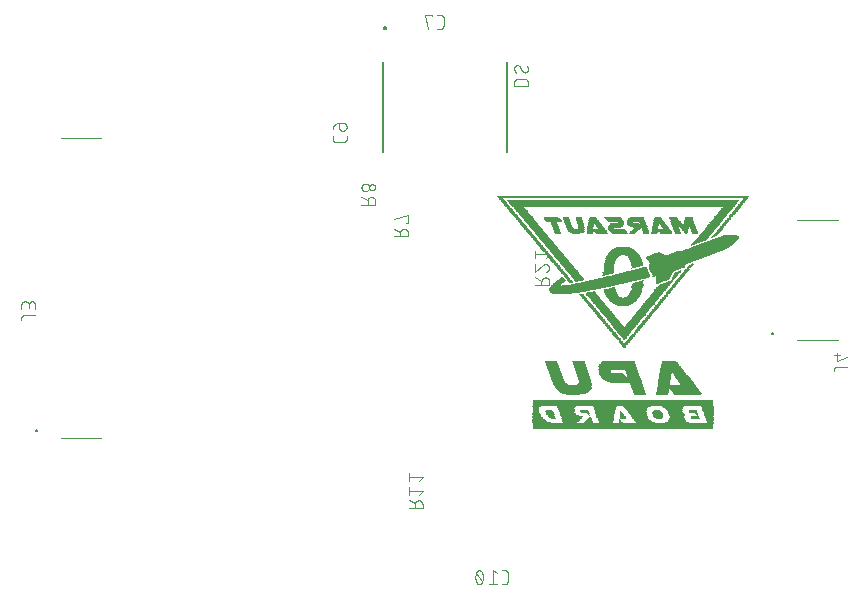
<source format=gbr>
G04 EAGLE Gerber RS-274X export*
G75*
%MOMM*%
%FSLAX34Y34*%
%LPD*%
%INSilkscreen Bottom*%
%IPPOS*%
%AMOC8*
5,1,8,0,0,1.08239X$1,22.5*%
G01*
%ADD10R,15.316200X0.019050*%
%ADD11R,1.771650X0.019050*%
%ADD12R,1.066800X0.019050*%
%ADD13R,0.800100X0.019050*%
%ADD14R,1.181100X0.019050*%
%ADD15R,0.323850X0.019050*%
%ADD16R,1.619250X0.019050*%
%ADD17R,2.400300X0.019050*%
%ADD18R,0.533400X0.019050*%
%ADD19R,1.600200X0.019050*%
%ADD20R,1.085850X0.019050*%
%ADD21R,0.781050X0.019050*%
%ADD22R,0.304800X0.019050*%
%ADD23R,1.524000X0.019050*%
%ADD24R,2.114550X0.019050*%
%ADD25R,1.504950X0.019050*%
%ADD26R,1.104900X0.019050*%
%ADD27R,0.742950X0.019050*%
%ADD28R,0.285750X0.019050*%
%ADD29R,1.466850X0.019050*%
%ADD30R,1.962150X0.019050*%
%ADD31R,1.428750X0.019050*%
%ADD32R,1.143000X0.019050*%
%ADD33R,0.723900X0.019050*%
%ADD34R,1.200150X0.019050*%
%ADD35R,0.247650X0.019050*%
%ADD36R,1.847850X0.019050*%
%ADD37R,0.552450X0.019050*%
%ADD38R,1.371600X0.019050*%
%ADD39R,1.162050X0.019050*%
%ADD40R,0.704850X0.019050*%
%ADD41R,0.228600X0.019050*%
%ADD42R,1.409700X0.019050*%
%ADD43R,1.314450X0.019050*%
%ADD44R,0.666750X0.019050*%
%ADD45R,1.219200X0.019050*%
%ADD46R,0.209550X0.019050*%
%ADD47R,1.390650X0.019050*%
%ADD48R,1.714500X0.019050*%
%ADD49R,1.276350X0.019050*%
%ADD50R,0.647700X0.019050*%
%ADD51R,1.238250X0.019050*%
%ADD52R,0.190500X0.019050*%
%ADD53R,1.352550X0.019050*%
%ADD54R,1.638300X0.019050*%
%ADD55R,0.571500X0.019050*%
%ADD56R,0.628650X0.019050*%
%ADD57R,0.171450X0.019050*%
%ADD58R,1.333500X0.019050*%
%ADD59R,0.590550X0.019050*%
%ADD60R,1.257300X0.019050*%
%ADD61R,1.562100X0.019050*%
%ADD62R,1.295400X0.019050*%
%ADD63R,0.133350X0.019050*%
%ADD64R,1.123950X0.019050*%
%ADD65R,0.514350X0.019050*%
%ADD66R,0.114300X0.019050*%
%ADD67R,0.495300X0.019050*%
%ADD68R,0.095250X0.019050*%
%ADD69R,0.609600X0.019050*%
%ADD70R,0.476250X0.019050*%
%ADD71R,0.076200X0.019050*%
%ADD72R,1.047750X0.019050*%
%ADD73R,0.438150X0.019050*%
%ADD74R,1.028700X0.019050*%
%ADD75R,0.419100X0.019050*%
%ADD76R,0.038100X0.019050*%
%ADD77R,1.009650X0.019050*%
%ADD78R,1.447800X0.019050*%
%ADD79R,0.400050X0.019050*%
%ADD80R,0.019050X0.019050*%
%ADD81R,0.990600X0.019050*%
%ADD82R,0.361950X0.019050*%
%ADD83R,0.971550X0.019050*%
%ADD84R,0.342900X0.019050*%
%ADD85R,0.952500X0.019050*%
%ADD86R,0.933450X0.019050*%
%ADD87R,0.914400X0.019050*%
%ADD88R,0.152400X0.019050*%
%ADD89R,1.581150X0.019050*%
%ADD90R,0.266700X0.019050*%
%ADD91R,0.895350X0.019050*%
%ADD92R,0.876300X0.019050*%
%ADD93R,0.685800X0.019050*%
%ADD94R,0.857250X0.019050*%
%ADD95R,1.657350X0.019050*%
%ADD96R,0.838200X0.019050*%
%ADD97R,1.676400X0.019050*%
%ADD98R,0.819150X0.019050*%
%ADD99R,0.381000X0.019050*%
%ADD100R,1.733550X0.019050*%
%ADD101R,1.752600X0.019050*%
%ADD102R,0.057150X0.019050*%
%ADD103R,0.457200X0.019050*%
%ADD104R,0.762000X0.019050*%
%ADD105R,1.790700X0.019050*%
%ADD106R,1.809750X0.019050*%
%ADD107R,1.485900X0.019050*%
%ADD108R,1.543050X0.019050*%
%ADD109R,1.695450X0.019050*%
%ADD110R,1.828800X0.019050*%
%ADD111R,1.866900X0.019050*%
%ADD112R,1.885950X0.019050*%
%ADD113R,1.924050X0.019050*%
%ADD114R,1.943100X0.019050*%
%ADD115R,1.905000X0.019050*%
%ADD116R,1.981200X0.019050*%
%ADD117R,2.038350X0.019050*%
%ADD118R,2.076450X0.019050*%
%ADD119R,2.152650X0.019050*%
%ADD120R,2.209800X0.019050*%
%ADD121R,2.305050X0.019050*%
%ADD122R,2.000250X0.019050*%
%ADD123R,2.438400X0.019050*%
%ADD124R,2.286000X0.019050*%
%ADD125R,2.324100X0.019050*%
%ADD126R,2.171700X0.019050*%
%ADD127R,2.247900X0.019050*%
%ADD128R,2.343150X0.019050*%
%ADD129R,2.362200X0.019050*%
%ADD130R,2.476500X0.019050*%
%ADD131R,2.514600X0.019050*%
%ADD132R,2.571750X0.019050*%
%ADD133R,2.609850X0.019050*%
%ADD134R,2.647950X0.019050*%
%ADD135R,2.686050X0.019050*%
%ADD136R,2.705100X0.019050*%
%ADD137R,2.743200X0.019050*%
%ADD138R,2.781300X0.019050*%
%ADD139R,2.800350X0.019050*%
%ADD140R,2.838450X0.019050*%
%ADD141R,2.857500X0.019050*%
%ADD142R,2.876550X0.019050*%
%ADD143R,2.895600X0.019050*%
%ADD144R,2.914650X0.019050*%
%ADD145R,2.933700X0.019050*%
%ADD146R,2.971800X0.019050*%
%ADD147R,2.990850X0.019050*%
%ADD148R,3.009900X0.019050*%
%ADD149R,3.314700X0.019050*%
%ADD150R,3.028950X0.019050*%
%ADD151R,3.295650X0.019050*%
%ADD152R,3.048000X0.019050*%
%ADD153R,3.276600X0.019050*%
%ADD154R,3.067050X0.019050*%
%ADD155R,3.257550X0.019050*%
%ADD156R,3.238500X0.019050*%
%ADD157R,3.086100X0.019050*%
%ADD158R,3.219450X0.019050*%
%ADD159R,3.105150X0.019050*%
%ADD160R,3.200400X0.019050*%
%ADD161R,3.181350X0.019050*%
%ADD162R,2.724150X0.019050*%
%ADD163R,3.124200X0.019050*%
%ADD164R,3.143250X0.019050*%
%ADD165R,2.133600X0.019050*%
%ADD166R,2.095500X0.019050*%
%ADD167R,2.057400X0.019050*%
%ADD168R,2.019300X0.019050*%
%ADD169R,3.162300X0.019050*%
%ADD170R,2.819400X0.019050*%
%ADD171R,2.628900X0.019050*%
%ADD172R,2.190750X0.019050*%
%ADD173R,2.228850X0.019050*%
%ADD174R,2.266950X0.019050*%
%ADD175R,2.381250X0.019050*%
%ADD176R,2.457450X0.019050*%
%ADD177R,2.495550X0.019050*%
%ADD178R,2.533650X0.019050*%
%ADD179R,2.552700X0.019050*%
%ADD180R,2.762250X0.019050*%
%ADD181R,3.333750X0.019050*%
%ADD182R,3.448050X0.019050*%
%ADD183R,3.562350X0.019050*%
%ADD184R,3.676650X0.019050*%
%ADD185R,3.752850X0.019050*%
%ADD186R,3.867150X0.019050*%
%ADD187R,3.962400X0.019050*%
%ADD188R,4.038600X0.019050*%
%ADD189R,4.152900X0.019050*%
%ADD190R,4.229100X0.019050*%
%ADD191R,4.343400X0.019050*%
%ADD192R,4.438650X0.019050*%
%ADD193R,4.514850X0.019050*%
%ADD194R,4.552950X0.019050*%
%ADD195R,4.610100X0.019050*%
%ADD196R,4.686300X0.019050*%
%ADD197R,4.762500X0.019050*%
%ADD198R,4.876800X0.019050*%
%ADD199R,4.914900X0.019050*%
%ADD200R,5.010150X0.019050*%
%ADD201R,4.076700X0.019050*%
%ADD202R,4.019550X0.019050*%
%ADD203R,3.886200X0.019050*%
%ADD204R,3.848100X0.019050*%
%ADD205R,3.829050X0.019050*%
%ADD206R,3.790950X0.019050*%
%ADD207R,3.810000X0.019050*%
%ADD208R,3.771900X0.019050*%
%ADD209R,3.733800X0.019050*%
%ADD210R,3.714750X0.019050*%
%ADD211R,3.695700X0.019050*%
%ADD212R,3.657600X0.019050*%
%ADD213R,3.638550X0.019050*%
%ADD214R,3.600450X0.019050*%
%ADD215R,3.524250X0.019050*%
%ADD216R,3.429000X0.019050*%
%ADD217R,3.352800X0.019050*%
%ADD218R,2.667000X0.019050*%
%ADD219R,2.590800X0.019050*%
%ADD220R,2.419350X0.019050*%
%ADD221R,3.371850X0.019050*%
%ADD222R,3.505200X0.019050*%
%ADD223R,3.905250X0.019050*%
%ADD224R,3.981450X0.019050*%
%ADD225R,4.286250X0.019050*%
%ADD226R,4.362450X0.019050*%
%ADD227R,4.476750X0.019050*%
%ADD228R,4.629150X0.019050*%
%ADD229R,4.743450X0.019050*%
%ADD230R,4.800600X0.019050*%
%ADD231R,4.857750X0.019050*%
%ADD232R,4.895850X0.019050*%
%ADD233R,3.486150X0.019050*%
%ADD234R,3.467100X0.019050*%
%ADD235R,18.802350X0.019050*%
%ADD236R,18.840450X0.019050*%
%ADD237R,18.859500X0.019050*%
%ADD238R,18.897600X0.019050*%
%ADD239R,18.935700X0.019050*%
%ADD240R,18.973800X0.019050*%
%ADD241R,19.011900X0.019050*%
%ADD242R,19.030950X0.019050*%
%ADD243R,19.069050X0.019050*%
%ADD244R,19.107150X0.019050*%
%ADD245R,19.126200X0.019050*%
%ADD246R,19.145250X0.019050*%
%ADD247R,19.183350X0.019050*%
%ADD248R,19.221450X0.019050*%
%ADD249R,19.259550X0.019050*%
%ADD250R,19.297650X0.019050*%
%ADD251R,19.335750X0.019050*%
%ADD252R,19.354800X0.019050*%
%ADD253R,19.373850X0.019050*%
%ADD254R,19.411950X0.019050*%
%ADD255R,19.431000X0.019050*%
%ADD256R,19.450050X0.019050*%
%ADD257R,19.488150X0.019050*%
%ADD258R,19.526250X0.019050*%
%ADD259R,19.564350X0.019050*%
%ADD260R,21.050250X0.019050*%
%ADD261R,21.069300X0.019050*%
%ADD262R,21.088350X0.019050*%
%ADD263R,21.126450X0.019050*%
%ADD264R,21.183600X0.019050*%
%ADD265R,21.221700X0.019050*%
%ADD266R,21.240750X0.019050*%
%ADD267R,21.278850X0.019050*%
%ADD268C,0.101600*%
%ADD269C,0.200000*%
%ADD270C,0.127000*%
%ADD271C,0.100000*%


D10*
X673703Y144209D03*
X673703Y144399D03*
X673703Y144590D03*
X673703Y144780D03*
X673703Y144971D03*
X673703Y145161D03*
X673703Y145352D03*
X673703Y145542D03*
X673703Y145733D03*
X673703Y145923D03*
X673703Y146114D03*
X673703Y146304D03*
X673703Y146495D03*
X673703Y146685D03*
X673703Y146876D03*
X673703Y147066D03*
X673703Y147257D03*
X673703Y147447D03*
X673703Y147638D03*
X673703Y147828D03*
X673703Y148019D03*
X673703Y148209D03*
X673703Y148400D03*
X673703Y148590D03*
D11*
X605981Y148781D03*
D12*
X628555Y148781D03*
D13*
X643985Y148781D03*
D14*
X659225Y148781D03*
D15*
X671703Y148781D03*
D16*
X693611Y148781D03*
D17*
X718661Y148781D03*
D18*
X747617Y148781D03*
D19*
X605123Y148971D03*
D20*
X628650Y148971D03*
D21*
X644081Y148971D03*
D14*
X659225Y148971D03*
D22*
X671608Y148971D03*
D23*
X692944Y148971D03*
D24*
X718757Y148971D03*
D18*
X747617Y148971D03*
D25*
X604647Y149162D03*
D26*
X628745Y149162D03*
D27*
X644081Y149162D03*
D14*
X659225Y149162D03*
D28*
X671513Y149162D03*
D29*
X692658Y149162D03*
D30*
X718947Y149162D03*
D18*
X747617Y149162D03*
D31*
X604266Y149352D03*
D32*
X628745Y149352D03*
D33*
X644176Y149352D03*
D34*
X659130Y149352D03*
D35*
X671513Y149352D03*
D31*
X692277Y149352D03*
D36*
X718947Y149352D03*
D37*
X747522Y149352D03*
D38*
X603980Y149543D03*
D39*
X628841Y149543D03*
D40*
X644271Y149543D03*
D34*
X659130Y149543D03*
D41*
X671417Y149543D03*
D42*
X691991Y149543D03*
D11*
X718947Y149543D03*
D37*
X747522Y149543D03*
D43*
X603695Y149733D03*
D14*
X628936Y149733D03*
D44*
X644271Y149733D03*
D45*
X659225Y149733D03*
D46*
X671322Y149733D03*
D47*
X691706Y149733D03*
D48*
X719042Y149733D03*
D37*
X747522Y149733D03*
D49*
X603504Y149924D03*
D45*
X628936Y149924D03*
D50*
X644366Y149924D03*
D51*
X659130Y149924D03*
D52*
X671227Y149924D03*
D53*
X691515Y149924D03*
D54*
X719042Y149924D03*
D55*
X747427Y149924D03*
D51*
X603314Y150114D03*
X629031Y150114D03*
D56*
X644462Y150114D03*
D51*
X659130Y150114D03*
D57*
X671132Y150114D03*
D58*
X691229Y150114D03*
D19*
X719042Y150114D03*
D55*
X747427Y150114D03*
D34*
X603123Y150305D03*
D49*
X629031Y150305D03*
D59*
X644462Y150305D03*
D60*
X659035Y150305D03*
D57*
X671132Y150305D03*
D43*
X690944Y150305D03*
D61*
X719042Y150305D03*
D59*
X747332Y150305D03*
D39*
X602933Y150495D03*
D62*
X629126Y150495D03*
D37*
X644652Y150495D03*
D60*
X659035Y150495D03*
D63*
X671132Y150495D03*
D43*
X690753Y150495D03*
D23*
X719042Y150495D03*
D59*
X747332Y150495D03*
D64*
X602742Y150686D03*
D43*
X629222Y150686D03*
D65*
X644652Y150686D03*
D60*
X659035Y150686D03*
D66*
X671036Y150686D03*
D43*
X690563Y150686D03*
D25*
X719138Y150686D03*
D59*
X747332Y150686D03*
D26*
X602647Y150876D03*
D53*
X629222Y150876D03*
D67*
X644747Y150876D03*
D49*
X658940Y150876D03*
D68*
X670941Y150876D03*
D49*
X690372Y150876D03*
D29*
X719138Y150876D03*
D69*
X747236Y150876D03*
D20*
X602552Y151067D03*
D38*
X629317Y151067D03*
D70*
X644843Y151067D03*
D62*
X659035Y151067D03*
D71*
X670846Y151067D03*
D49*
X690182Y151067D03*
D31*
X719138Y151067D03*
D69*
X747236Y151067D03*
D72*
X602361Y151257D03*
D47*
X629412Y151257D03*
D73*
X644843Y151257D03*
D62*
X659035Y151257D03*
D71*
X670846Y151257D03*
D49*
X689991Y151257D03*
D31*
X719138Y151257D03*
D69*
X747236Y151257D03*
D74*
X602266Y151448D03*
D31*
X629412Y151448D03*
D75*
X644938Y151448D03*
D43*
X658940Y151448D03*
D76*
X670846Y151448D03*
D49*
X689801Y151448D03*
D47*
X719138Y151448D03*
D56*
X747141Y151448D03*
D77*
X602171Y151638D03*
D78*
X629507Y151638D03*
D79*
X645033Y151638D03*
D43*
X658940Y151638D03*
D80*
X670751Y151638D03*
D60*
X689705Y151638D03*
D47*
X719138Y151638D03*
D56*
X747141Y151638D03*
D81*
X602075Y151829D03*
D29*
X629603Y151829D03*
D82*
X645033Y151829D03*
D43*
X658940Y151829D03*
D80*
X670751Y151829D03*
D60*
X689515Y151829D03*
D53*
X719138Y151829D03*
D56*
X747141Y151829D03*
D83*
X601980Y152019D03*
D25*
X629603Y152019D03*
D84*
X645128Y152019D03*
D58*
X658844Y152019D03*
D60*
X689324Y152019D03*
D53*
X719138Y152019D03*
D50*
X747046Y152019D03*
D85*
X601885Y152210D03*
D23*
X629698Y152210D03*
D15*
X645224Y152210D03*
D53*
X658940Y152210D03*
D60*
X689134Y152210D03*
D58*
X719042Y152210D03*
D50*
X747046Y152210D03*
D86*
X601790Y152400D03*
D61*
X629698Y152400D03*
D28*
X645224Y152400D03*
D38*
X658844Y152400D03*
D60*
X688943Y152400D03*
D43*
X719138Y152400D03*
D44*
X746951Y152400D03*
D87*
X601694Y152591D03*
D88*
X615601Y152591D03*
D89*
X629793Y152591D03*
D90*
X645319Y152591D03*
D38*
X658844Y152591D03*
D59*
X673608Y152591D03*
D51*
X688848Y152591D03*
D28*
X703898Y152591D03*
D43*
X719138Y152591D03*
D69*
X735235Y152591D03*
D44*
X746951Y152591D03*
D91*
X601599Y152781D03*
D41*
X615220Y152781D03*
D19*
X629888Y152781D03*
D46*
X645414Y152781D03*
D38*
X658844Y152781D03*
D59*
X673608Y152781D03*
D60*
X688753Y152781D03*
D82*
X703898Y152781D03*
D62*
X719042Y152781D03*
D56*
X734949Y152781D03*
D44*
X746951Y152781D03*
D92*
X601504Y152972D03*
D28*
X614934Y152972D03*
D54*
X629888Y152972D03*
D52*
X645509Y152972D03*
D47*
X658749Y152972D03*
D55*
X673513Y152972D03*
D60*
X688562Y152972D03*
D73*
X703898Y152972D03*
D62*
X719042Y152972D03*
D50*
X734854Y152972D03*
D93*
X746855Y152972D03*
D94*
X601409Y153162D03*
D22*
X614648Y153162D03*
D95*
X629984Y153162D03*
D57*
X645605Y153162D03*
D47*
X658749Y153162D03*
D37*
X673608Y153162D03*
D60*
X688372Y153162D03*
D67*
X703802Y153162D03*
D49*
X718947Y153162D03*
D93*
X734663Y153162D03*
X746855Y153162D03*
D96*
X601313Y153353D03*
D84*
X614458Y153353D03*
D97*
X630079Y153353D03*
D63*
X645605Y153353D03*
D47*
X658749Y153353D03*
D18*
X673513Y153353D03*
D49*
X688277Y153353D03*
D18*
X703802Y153353D03*
D60*
X719042Y153353D03*
D44*
X734568Y153353D03*
D93*
X746855Y153353D03*
D98*
X601218Y153543D03*
D99*
X614267Y153543D03*
D48*
X630079Y153543D03*
D66*
X645700Y153543D03*
D31*
X658749Y153543D03*
D65*
X673418Y153543D03*
D60*
X688181Y153543D03*
D59*
X703707Y153543D03*
D60*
X719042Y153543D03*
D93*
X734473Y153543D03*
D40*
X746760Y153543D03*
D98*
X601218Y153734D03*
D79*
X613982Y153734D03*
D100*
X630174Y153734D03*
D68*
X645795Y153734D03*
D31*
X658749Y153734D03*
D67*
X673322Y153734D03*
D60*
X687991Y153734D03*
D69*
X703612Y153734D03*
D51*
X718947Y153734D03*
D93*
X734473Y153734D03*
D40*
X746760Y153734D03*
D13*
X601123Y153924D03*
D73*
X613791Y153924D03*
D101*
X630269Y153924D03*
D102*
X645795Y153924D03*
D31*
X658749Y153924D03*
D67*
X673322Y153924D03*
D49*
X687896Y153924D03*
D50*
X703612Y153924D03*
D51*
X718947Y153924D03*
D93*
X734282Y153924D03*
D40*
X746760Y153924D03*
D21*
X601028Y154115D03*
D103*
X613696Y154115D03*
D11*
X630174Y154115D03*
D80*
X645795Y154115D03*
D78*
X658654Y154115D03*
D70*
X673227Y154115D03*
D49*
X687705Y154115D03*
D93*
X703421Y154115D03*
D51*
X718947Y154115D03*
D93*
X734282Y154115D03*
D33*
X746665Y154115D03*
D104*
X600932Y154305D03*
D70*
X613410Y154305D03*
D105*
X630269Y154305D03*
D78*
X658654Y154305D03*
D103*
X673132Y154305D03*
D49*
X687705Y154305D03*
D33*
X703421Y154305D03*
D51*
X718947Y154305D03*
D44*
X734187Y154305D03*
D33*
X746665Y154305D03*
D104*
X600932Y154496D03*
D67*
X613315Y154496D03*
D106*
X630174Y154496D03*
D29*
X658559Y154496D03*
D75*
X673132Y154496D03*
D49*
X687515Y154496D03*
D27*
X703326Y154496D03*
D51*
X718947Y154496D03*
D44*
X734187Y154496D03*
D27*
X746570Y154496D03*
X600837Y154686D03*
D67*
X613124Y154686D03*
D95*
X629412Y154686D03*
D107*
X658654Y154686D03*
D75*
X673132Y154686D03*
D62*
X687419Y154686D03*
D104*
X703421Y154686D03*
D51*
X718947Y154686D03*
D27*
X746570Y154686D03*
D33*
X600742Y154877D03*
D18*
X612934Y154877D03*
D108*
X628841Y154877D03*
D107*
X658654Y154877D03*
D79*
X673037Y154877D03*
D43*
X687324Y154877D03*
D21*
X703326Y154877D03*
D60*
X719042Y154877D03*
D27*
X746570Y154877D03*
D33*
X600742Y155067D03*
D37*
X612839Y155067D03*
D25*
X628460Y155067D03*
X658559Y155067D03*
D99*
X672941Y155067D03*
D43*
X687134Y155067D03*
D13*
X703231Y155067D03*
D60*
X719042Y155067D03*
D104*
X746474Y155067D03*
D40*
X600647Y155258D03*
D37*
X612648Y155258D03*
D78*
X628174Y155258D03*
D25*
X658559Y155258D03*
D82*
X672846Y155258D03*
D43*
X687134Y155258D03*
D98*
X703136Y155258D03*
D49*
X718947Y155258D03*
D104*
X746474Y155258D03*
D93*
X600551Y155448D03*
D55*
X612553Y155448D03*
D47*
X627888Y155448D03*
D25*
X658559Y155448D03*
D82*
X672846Y155448D03*
D43*
X686943Y155448D03*
D96*
X703231Y155448D03*
D62*
X719042Y155448D03*
D104*
X746474Y155448D03*
D93*
X600551Y155639D03*
D59*
X612458Y155639D03*
D38*
X627602Y155639D03*
D23*
X658463Y155639D03*
D84*
X672751Y155639D03*
D58*
X686848Y155639D03*
D94*
X703136Y155639D03*
D62*
X719042Y155639D03*
D21*
X746379Y155639D03*
D44*
X600456Y155829D03*
D55*
X612362Y155829D03*
D53*
X627507Y155829D03*
D76*
X645319Y155829D03*
D23*
X658463Y155829D03*
D22*
X672751Y155829D03*
D53*
X686753Y155829D03*
D94*
X703136Y155829D03*
D43*
X719138Y155829D03*
D76*
X736949Y155829D03*
D21*
X746379Y155829D03*
D50*
X600361Y156020D03*
D59*
X612267Y156020D03*
D43*
X627317Y156020D03*
D76*
X645128Y156020D03*
D108*
X658559Y156020D03*
D28*
X672656Y156020D03*
D53*
X686753Y156020D03*
D92*
X703040Y156020D03*
D58*
X719233Y156020D03*
D76*
X736759Y156020D03*
D21*
X746379Y156020D03*
D50*
X600361Y156210D03*
D69*
X612172Y156210D03*
D43*
X627126Y156210D03*
D102*
X645033Y156210D03*
D61*
X658463Y156210D03*
D28*
X672656Y156210D03*
D53*
X686562Y156210D03*
D94*
X702945Y156210D03*
D58*
X719233Y156210D03*
D102*
X736664Y156210D03*
D13*
X746284Y156210D03*
D56*
X600266Y156401D03*
D59*
X612077Y156401D03*
D62*
X627031Y156401D03*
D71*
X644938Y156401D03*
D61*
X658463Y156401D03*
D90*
X672560Y156401D03*
D38*
X686467Y156401D03*
D94*
X702945Y156401D03*
D43*
X718947Y156401D03*
D71*
X736568Y156401D03*
D13*
X746284Y156401D03*
D69*
X600170Y156591D03*
X611981Y156591D03*
D62*
X626840Y156591D03*
D71*
X644747Y156591D03*
D89*
X658368Y156591D03*
D35*
X672465Y156591D03*
D47*
X686372Y156591D03*
D94*
X702945Y156591D03*
D62*
X718852Y156591D03*
D71*
X736378Y156591D03*
D98*
X746189Y156591D03*
D69*
X600170Y156782D03*
X611791Y156782D03*
D49*
X626745Y156782D03*
D68*
X644652Y156782D03*
D89*
X658368Y156782D03*
D41*
X672370Y156782D03*
D42*
X686276Y156782D03*
D96*
X702850Y156782D03*
D49*
X718757Y156782D03*
D66*
X736187Y156782D03*
D98*
X746189Y156782D03*
D59*
X600075Y156972D03*
D69*
X611791Y156972D03*
D60*
X626650Y156972D03*
D68*
X644462Y156972D03*
D89*
X658368Y156972D03*
D46*
X672465Y156972D03*
D42*
X686276Y156972D03*
D94*
X702755Y156972D03*
D60*
X718661Y156972D03*
D66*
X735997Y156972D03*
D98*
X746189Y156972D03*
D59*
X600075Y157163D03*
D56*
X611696Y157163D03*
D60*
X626459Y157163D03*
D66*
X644366Y157163D03*
D16*
X658368Y157163D03*
D52*
X672370Y157163D03*
D42*
X686086Y157163D03*
D96*
X702659Y157163D03*
D60*
X718471Y157163D03*
D63*
X735902Y157163D03*
D96*
X746093Y157163D03*
D55*
X599980Y157353D03*
D69*
X611600Y157353D03*
D51*
X626364Y157353D03*
D63*
X644271Y157353D03*
D16*
X658368Y157353D03*
D57*
X672275Y157353D03*
D31*
X685991Y157353D03*
D96*
X702659Y157353D03*
D51*
X718376Y157353D03*
D88*
X735806Y157353D03*
D96*
X746093Y157353D03*
D55*
X599980Y157544D03*
D56*
X611505Y157544D03*
D51*
X626364Y157544D03*
D63*
X644081Y157544D03*
D16*
X658368Y157544D03*
D88*
X672179Y157544D03*
D78*
X685895Y157544D03*
D98*
X702564Y157544D03*
D45*
X718280Y157544D03*
D88*
X735616Y157544D03*
D96*
X746093Y157544D03*
D55*
X599980Y157734D03*
D56*
X611505Y157734D03*
D51*
X626174Y157734D03*
D88*
X643985Y157734D03*
D54*
X658273Y157734D03*
D88*
X672179Y157734D03*
D29*
X685800Y157734D03*
D98*
X702564Y157734D03*
D45*
X718090Y157734D03*
D57*
X735521Y157734D03*
D94*
X745998Y157734D03*
D37*
X599885Y157925D03*
D69*
X611410Y157925D03*
D51*
X626174Y157925D03*
D57*
X643890Y157925D03*
D54*
X658273Y157925D03*
D63*
X672084Y157925D03*
D29*
X685800Y157925D03*
D21*
X702564Y157925D03*
D45*
X718090Y157925D03*
D52*
X735425Y157925D03*
D94*
X745998Y157925D03*
D37*
X599885Y158115D03*
D56*
X611315Y158115D03*
D51*
X626174Y158115D03*
D50*
X641318Y158115D03*
D54*
X658273Y158115D03*
D66*
X671989Y158115D03*
D107*
X685705Y158115D03*
D104*
X702469Y158115D03*
D45*
X717899Y158115D03*
D50*
X732949Y158115D03*
D94*
X745998Y158115D03*
D37*
X599885Y158306D03*
D56*
X611315Y158306D03*
D51*
X625983Y158306D03*
D44*
X641223Y158306D03*
D95*
X658178Y158306D03*
D71*
X671989Y158306D03*
D25*
X685610Y158306D03*
D27*
X702374Y158306D03*
D45*
X717899Y158306D03*
D44*
X732854Y158306D03*
D92*
X745903Y158306D03*
D18*
X599789Y158496D03*
D69*
X611219Y158496D03*
D51*
X625983Y158496D03*
D93*
X641128Y158496D03*
D97*
X658273Y158496D03*
D71*
X671989Y158496D03*
D23*
X685514Y158496D03*
D33*
X702278Y158496D03*
D45*
X717709Y158496D03*
D93*
X732758Y158496D03*
D92*
X745903Y158496D03*
D18*
X599789Y158687D03*
D69*
X611219Y158687D03*
D60*
X625888Y158687D03*
D44*
X641033Y158687D03*
D109*
X658178Y158687D03*
D102*
X671894Y158687D03*
D23*
X685514Y158687D03*
D40*
X702183Y158687D03*
D45*
X717709Y158687D03*
D44*
X732663Y158687D03*
D91*
X745808Y158687D03*
D18*
X599789Y158877D03*
D69*
X611029Y158877D03*
D60*
X625888Y158877D03*
D44*
X641033Y158877D03*
D109*
X658178Y158877D03*
D76*
X671798Y158877D03*
D108*
X685419Y158877D03*
D44*
X702183Y158877D03*
D51*
X717614Y158877D03*
D93*
X732568Y158877D03*
D91*
X745808Y158877D03*
D18*
X599789Y159068D03*
D59*
X611124Y159068D03*
D60*
X625888Y159068D03*
D44*
X640842Y159068D03*
D109*
X658178Y159068D03*
D80*
X671703Y159068D03*
D61*
X685324Y159068D03*
D50*
X702088Y159068D03*
D45*
X717518Y159068D03*
D93*
X732377Y159068D03*
D91*
X745808Y159068D03*
D65*
X599694Y159258D03*
D59*
X611124Y159258D03*
D49*
X625793Y159258D03*
D44*
X640842Y159258D03*
D48*
X658082Y159258D03*
D89*
X685229Y159258D03*
D69*
X702088Y159258D03*
D51*
X717423Y159258D03*
D93*
X732377Y159258D03*
D87*
X745712Y159258D03*
D65*
X599694Y159449D03*
D55*
X611029Y159449D03*
D49*
X625793Y159449D03*
D44*
X640842Y159449D03*
D48*
X658082Y159449D03*
D19*
X685133Y159449D03*
D37*
X701993Y159449D03*
D60*
X717328Y159449D03*
D44*
X732473Y159449D03*
D87*
X745712Y159449D03*
D65*
X599694Y159639D03*
D37*
X611124Y159639D03*
D49*
X625793Y159639D03*
D50*
X640747Y159639D03*
D100*
X658178Y159639D03*
D19*
X685133Y159639D03*
D67*
X701897Y159639D03*
D60*
X717328Y159639D03*
D56*
X732473Y159639D03*
D87*
X745712Y159639D03*
D65*
X599694Y159830D03*
D18*
X611219Y159830D03*
D62*
X625697Y159830D03*
D56*
X640842Y159830D03*
D101*
X658082Y159830D03*
D16*
X685038Y159830D03*
D75*
X701897Y159830D03*
D49*
X717233Y159830D03*
D69*
X732568Y159830D03*
D86*
X745617Y159830D03*
D65*
X599694Y160020D03*
D62*
X625697Y160020D03*
D59*
X640842Y160020D03*
D101*
X658082Y160020D03*
D54*
X684943Y160020D03*
D62*
X717137Y160020D03*
D86*
X745617Y160020D03*
D65*
X599694Y160211D03*
D62*
X625697Y160211D03*
D101*
X658082Y160211D03*
D97*
X684943Y160211D03*
D43*
X717042Y160211D03*
D86*
X745617Y160211D03*
D65*
X599694Y160401D03*
D43*
X625602Y160401D03*
D11*
X657987Y160401D03*
D97*
X684943Y160401D03*
D43*
X717042Y160401D03*
D85*
X745522Y160401D03*
D65*
X599694Y160592D03*
D43*
X625602Y160592D03*
D11*
X657987Y160592D03*
D109*
X684848Y160592D03*
D58*
X716947Y160592D03*
D85*
X745522Y160592D03*
D65*
X599694Y160782D03*
D58*
X625507Y160782D03*
D105*
X657892Y160782D03*
D100*
X684848Y160782D03*
D53*
X716852Y160782D03*
D83*
X745427Y160782D03*
D65*
X599694Y160973D03*
D58*
X625507Y160973D03*
D106*
X657987Y160973D03*
D101*
X684752Y160973D03*
D47*
X716852Y160973D03*
D83*
X745427Y160973D03*
D65*
X599694Y161163D03*
D53*
X625602Y161163D03*
D106*
X657987Y161163D03*
D11*
X684657Y161163D03*
D42*
X716756Y161163D03*
D83*
X745427Y161163D03*
D65*
X599694Y161354D03*
D38*
X625507Y161354D03*
D110*
X657892Y161354D03*
D105*
X684752Y161354D03*
D31*
X716661Y161354D03*
D81*
X745331Y161354D03*
D65*
X599694Y161544D03*
D38*
X625507Y161544D03*
D110*
X657892Y161544D03*
D106*
X684657Y161544D03*
D78*
X716566Y161544D03*
D81*
X745331Y161544D03*
D18*
X599789Y161735D03*
D47*
X625602Y161735D03*
D36*
X657987Y161735D03*
X684657Y161735D03*
D107*
X716375Y161735D03*
D81*
X745331Y161735D03*
D18*
X599789Y161925D03*
D42*
X625507Y161925D03*
D111*
X657892Y161925D03*
D112*
X684657Y161925D03*
D23*
X716375Y161925D03*
D77*
X745236Y161925D03*
D18*
X599789Y162116D03*
D42*
X625507Y162116D03*
D111*
X657892Y162116D03*
D113*
X684657Y162116D03*
D108*
X716280Y162116D03*
D77*
X745236Y162116D03*
D37*
X599885Y162306D03*
D31*
X625602Y162306D03*
D112*
X657987Y162306D03*
D114*
X684752Y162306D03*
D19*
X716185Y162306D03*
D77*
X745236Y162306D03*
D37*
X599885Y162497D03*
D78*
X625507Y162497D03*
D115*
X657892Y162497D03*
D116*
X684752Y162497D03*
D16*
X716090Y162497D03*
D74*
X745141Y162497D03*
D55*
X599980Y162687D03*
D29*
X625602Y162687D03*
D115*
X657892Y162687D03*
D117*
X684848Y162687D03*
D97*
X715994Y162687D03*
D74*
X745141Y162687D03*
D59*
X600075Y162878D03*
D25*
X625602Y162878D03*
D114*
X657892Y162878D03*
D118*
X684848Y162878D03*
D48*
X715804Y162878D03*
D72*
X745046Y162878D03*
D69*
X600170Y163068D03*
D23*
X625697Y163068D03*
D114*
X657892Y163068D03*
D119*
X685038Y163068D03*
D11*
X715709Y163068D03*
D72*
X745046Y163068D03*
D56*
X600266Y163259D03*
D108*
X625793Y163259D03*
D30*
X657987Y163259D03*
D120*
X685133Y163259D03*
D110*
X715613Y163259D03*
D72*
X745046Y163259D03*
D44*
X600456Y163449D03*
D89*
X625793Y163449D03*
D116*
X657892Y163449D03*
D121*
X685419Y163449D03*
D113*
X715518Y163449D03*
D12*
X744950Y163449D03*
D40*
X600647Y163640D03*
D54*
X626078Y163640D03*
D122*
X657987Y163640D03*
D123*
X685705Y163640D03*
D117*
X715328Y163640D03*
D12*
X744950Y163640D03*
D10*
X673703Y163830D03*
X673703Y164021D03*
X673703Y164211D03*
X673703Y164402D03*
X673703Y164592D03*
X673703Y164783D03*
X673703Y164973D03*
X673703Y165164D03*
X673703Y165354D03*
X673703Y165545D03*
X673703Y165735D03*
X673703Y165926D03*
X673703Y166116D03*
X673703Y166307D03*
X673703Y166497D03*
X673703Y166688D03*
X673703Y166878D03*
X673703Y167069D03*
X673703Y167259D03*
X673703Y167450D03*
X673703Y167640D03*
X673703Y167831D03*
X673703Y168021D03*
X673703Y168212D03*
X673703Y168402D03*
X673703Y168593D03*
D60*
X631412Y173546D03*
D74*
X687800Y173546D03*
D85*
X706660Y173546D03*
D124*
X728758Y173546D03*
D108*
X631698Y173736D03*
D74*
X687800Y173736D03*
D83*
X706755Y173736D03*
D124*
X728567Y173736D03*
D100*
X631889Y173927D03*
D72*
X687705Y173927D03*
D83*
X706755Y173927D03*
D121*
X728472Y173927D03*
D111*
X631984Y174117D03*
D74*
X687610Y174117D03*
D85*
X706850Y174117D03*
D125*
X728377Y174117D03*
D30*
X632079Y174308D03*
D74*
X687610Y174308D03*
D85*
X706850Y174308D03*
D125*
X728186Y174308D03*
D118*
X632079Y174498D03*
D72*
X687515Y174498D03*
D85*
X706850Y174498D03*
D125*
X727996Y174498D03*
D126*
X632174Y174689D03*
D74*
X687419Y174689D03*
D83*
X706946Y174689D03*
D125*
X727805Y174689D03*
D127*
X632174Y174879D03*
D74*
X687419Y174879D03*
D83*
X706946Y174879D03*
D128*
X727710Y174879D03*
D124*
X632174Y175070D03*
D74*
X687229Y175070D03*
D83*
X706946Y175070D03*
D128*
X727520Y175070D03*
D129*
X632174Y175260D03*
D74*
X687229Y175260D03*
D85*
X707041Y175260D03*
D128*
X727329Y175260D03*
D123*
X632174Y175451D03*
D72*
X687134Y175451D03*
D85*
X707041Y175451D03*
D128*
X727139Y175451D03*
D130*
X632174Y175641D03*
D74*
X687038Y175641D03*
D85*
X707041Y175641D03*
D128*
X726948Y175641D03*
D131*
X632174Y175832D03*
D74*
X687038Y175832D03*
D83*
X707136Y175832D03*
D128*
X726948Y175832D03*
D132*
X632079Y176022D03*
D72*
X686943Y176022D03*
D83*
X707136Y176022D03*
D128*
X726758Y176022D03*
D133*
X632079Y176213D03*
D74*
X686848Y176213D03*
D83*
X707136Y176213D03*
D128*
X726567Y176213D03*
D134*
X632079Y176403D03*
D74*
X686848Y176403D03*
D83*
X707136Y176403D03*
D128*
X726377Y176403D03*
D135*
X632079Y176594D03*
D72*
X686753Y176594D03*
D85*
X707231Y176594D03*
D128*
X726186Y176594D03*
D136*
X631984Y176784D03*
D74*
X686657Y176784D03*
D83*
X707327Y176784D03*
D129*
X726091Y176784D03*
D137*
X631984Y176975D03*
D74*
X686657Y176975D03*
D83*
X707327Y176975D03*
D128*
X725996Y176975D03*
D138*
X631984Y177165D03*
D74*
X686467Y177165D03*
D83*
X707327Y177165D03*
D128*
X725805Y177165D03*
D139*
X631889Y177356D03*
D74*
X686467Y177356D03*
D83*
X707327Y177356D03*
D128*
X725615Y177356D03*
D140*
X631889Y177546D03*
D72*
X686372Y177546D03*
D83*
X707327Y177546D03*
D129*
X725519Y177546D03*
D141*
X631793Y177737D03*
D74*
X686276Y177737D03*
D83*
X707517Y177737D03*
D128*
X725424Y177737D03*
D142*
X631698Y177927D03*
D74*
X686276Y177927D03*
D83*
X707517Y177927D03*
D128*
X725234Y177927D03*
D143*
X631793Y178118D03*
D72*
X686181Y178118D03*
D83*
X707517Y178118D03*
D128*
X725043Y178118D03*
D144*
X631698Y178308D03*
D74*
X686086Y178308D03*
D83*
X707517Y178308D03*
D128*
X724853Y178308D03*
D145*
X631603Y178499D03*
D74*
X686086Y178499D03*
D83*
X707517Y178499D03*
D128*
X724853Y178499D03*
D146*
X631603Y178689D03*
D74*
X685895Y178689D03*
D83*
X707517Y178689D03*
D128*
X724662Y178689D03*
D146*
X631603Y178880D03*
D74*
X685895Y178880D03*
D81*
X707612Y178880D03*
D128*
X724472Y178880D03*
D147*
X631508Y179070D03*
D74*
X685895Y179070D03*
D83*
X707708Y179070D03*
D125*
X724376Y179070D03*
D148*
X631412Y179261D03*
D74*
X685705Y179261D03*
D149*
X719423Y179261D03*
D150*
X631317Y179451D03*
D74*
X685705Y179451D03*
D151*
X719328Y179451D03*
D152*
X631412Y179642D03*
D72*
X685610Y179642D03*
D153*
X719233Y179642D03*
D154*
X631317Y179832D03*
D74*
X685514Y179832D03*
D155*
X719138Y179832D03*
D154*
X631317Y180023D03*
D74*
X685514Y180023D03*
D156*
X719042Y180023D03*
D157*
X631222Y180213D03*
D72*
X685419Y180213D03*
D158*
X719138Y180213D03*
D159*
X631127Y180404D03*
D74*
X685324Y180404D03*
D160*
X719042Y180404D03*
D159*
X631127Y180594D03*
D74*
X685324Y180594D03*
D161*
X718947Y180594D03*
D53*
X622173Y180785D03*
D43*
X640080Y180785D03*
D74*
X685133Y180785D03*
D85*
X707803Y180785D03*
D32*
X728948Y180785D03*
D49*
X621792Y180975D03*
D60*
X640366Y180975D03*
D74*
X685133Y180975D03*
D83*
X707898Y180975D03*
D64*
X728853Y180975D03*
D60*
X621506Y181166D03*
D51*
X640461Y181166D03*
D74*
X685133Y181166D03*
D83*
X707898Y181166D03*
D64*
X728853Y181166D03*
D45*
X621316Y181356D03*
D34*
X640652Y181356D03*
D74*
X684943Y181356D03*
D83*
X707898Y181356D03*
D64*
X728663Y181356D03*
D34*
X621030Y181547D03*
D14*
X640747Y181547D03*
D74*
X684943Y181547D03*
D85*
X707993Y181547D03*
D64*
X728472Y181547D03*
D14*
X620744Y181737D03*
D39*
X640842Y181737D03*
D72*
X684848Y181737D03*
D85*
X707993Y181737D03*
D26*
X728377Y181737D03*
D39*
X620649Y181928D03*
X640842Y181928D03*
D74*
X684752Y181928D03*
D85*
X707993Y181928D03*
D64*
X728282Y181928D03*
D39*
X620459Y182118D03*
D32*
X640937Y182118D03*
D74*
X684752Y182118D03*
D85*
X707993Y182118D03*
D64*
X728091Y182118D03*
X620268Y182309D03*
X641033Y182309D03*
D72*
X684657Y182309D03*
D83*
X708089Y182309D03*
D64*
X727901Y182309D03*
D26*
X620173Y182499D03*
D64*
X641033Y182499D03*
D74*
X684562Y182499D03*
D83*
X708089Y182499D03*
D26*
X727805Y182499D03*
X619982Y182690D03*
X641128Y182690D03*
D74*
X684562Y182690D03*
D85*
X708184Y182690D03*
D26*
X727615Y182690D03*
D20*
X619887Y182880D03*
X641033Y182880D03*
D74*
X684371Y182880D03*
D85*
X708184Y182880D03*
D64*
X727520Y182880D03*
D20*
X619697Y183071D03*
X641033Y183071D03*
D74*
X684371Y183071D03*
D85*
X708184Y183071D03*
D64*
X727329Y183071D03*
D12*
X619601Y183261D03*
D20*
X641033Y183261D03*
D74*
X684371Y183261D03*
D85*
X708184Y183261D03*
D26*
X727234Y183261D03*
D20*
X619506Y183452D03*
D12*
X641128Y183452D03*
D74*
X684181Y183452D03*
D85*
X708184Y183452D03*
D26*
X727043Y183452D03*
D12*
X619411Y183642D03*
X641128Y183642D03*
D133*
X676275Y183642D03*
D83*
X708279Y183642D03*
D64*
X726948Y183642D03*
D12*
X619220Y183833D03*
X641128Y183833D03*
D162*
X675704Y183833D03*
D83*
X708279Y183833D03*
D64*
X726758Y183833D03*
D72*
X619125Y184023D03*
D12*
X641128Y184023D03*
D138*
X675227Y184023D03*
D85*
X708374Y184023D03*
D26*
X726662Y184023D03*
D72*
X618935Y184214D03*
X641033Y184214D03*
D140*
X674942Y184214D03*
D85*
X708374Y184214D03*
D26*
X726472Y184214D03*
D72*
X618935Y184404D03*
X641033Y184404D03*
D143*
X674656Y184404D03*
D85*
X708374Y184404D03*
D26*
X726281Y184404D03*
D74*
X618839Y184595D03*
D72*
X641033Y184595D03*
D144*
X674370Y184595D03*
D85*
X708374Y184595D03*
D64*
X726186Y184595D03*
D74*
X618649Y184785D03*
D72*
X641033Y184785D03*
D146*
X674084Y184785D03*
D83*
X708470Y184785D03*
D26*
X726091Y184785D03*
D74*
X618649Y184976D03*
D72*
X641033Y184976D03*
D147*
X673799Y184976D03*
D83*
X708470Y184976D03*
D26*
X725900Y184976D03*
D74*
X618458Y185166D03*
X640937Y185166D03*
D148*
X673703Y185166D03*
D85*
X708565Y185166D03*
D26*
X725710Y185166D03*
D74*
X618458Y185357D03*
X640937Y185357D03*
D152*
X673513Y185357D03*
D85*
X708565Y185357D03*
D20*
X725615Y185357D03*
D74*
X618268Y185547D03*
X640937Y185547D03*
D154*
X673227Y185547D03*
D85*
X708565Y185547D03*
D26*
X725519Y185547D03*
D77*
X618173Y185738D03*
D72*
X640842Y185738D03*
D157*
X673132Y185738D03*
D85*
X708565Y185738D03*
D26*
X725329Y185738D03*
D77*
X618173Y185928D03*
D74*
X640747Y185928D03*
D163*
X672941Y185928D03*
D85*
X708565Y185928D03*
D26*
X725138Y185928D03*
D74*
X618077Y186119D03*
X640747Y186119D03*
D163*
X672751Y186119D03*
D83*
X708660Y186119D03*
D20*
X725043Y186119D03*
D77*
X617982Y186309D03*
D74*
X640747Y186309D03*
D164*
X672656Y186309D03*
D83*
X708660Y186309D03*
D26*
X724948Y186309D03*
D74*
X617887Y186500D03*
D77*
X640652Y186500D03*
D161*
X672465Y186500D03*
D85*
X708755Y186500D03*
D26*
X724757Y186500D03*
D74*
X617887Y186690D03*
X640556Y186690D03*
D165*
X667036Y186690D03*
D74*
X683038Y186690D03*
D85*
X708755Y186690D03*
D26*
X724567Y186690D03*
D77*
X617792Y186881D03*
D74*
X640556Y186881D03*
D165*
X666845Y186881D03*
D74*
X683038Y186881D03*
D85*
X708755Y186881D03*
D20*
X724472Y186881D03*
D74*
X617696Y187071D03*
X640556Y187071D03*
D165*
X666655Y187071D03*
D74*
X682847Y187071D03*
D85*
X708755Y187071D03*
D20*
X724281Y187071D03*
D77*
X617601Y187262D03*
X640461Y187262D03*
D165*
X666464Y187262D03*
D74*
X682847Y187262D03*
D85*
X708755Y187262D03*
D26*
X724186Y187262D03*
D77*
X617601Y187452D03*
D74*
X640366Y187452D03*
D165*
X666274Y187452D03*
D74*
X682847Y187452D03*
D83*
X708851Y187452D03*
D26*
X723995Y187452D03*
D74*
X617506Y187643D03*
X640366Y187643D03*
D165*
X666083Y187643D03*
D74*
X682657Y187643D03*
D85*
X708946Y187643D03*
D20*
X723900Y187643D03*
D77*
X617411Y187833D03*
D74*
X640366Y187833D03*
D24*
X665798Y187833D03*
D74*
X682657Y187833D03*
D85*
X708946Y187833D03*
D20*
X723710Y187833D03*
D74*
X617315Y188024D03*
X640175Y188024D03*
D24*
X665607Y188024D03*
D72*
X682562Y188024D03*
D85*
X708946Y188024D03*
D26*
X723614Y188024D03*
D74*
X617315Y188214D03*
X640175Y188214D03*
D166*
X665512Y188214D03*
D74*
X682466Y188214D03*
D85*
X708946Y188214D03*
D26*
X723424Y188214D03*
D77*
X617220Y188405D03*
D74*
X640175Y188405D03*
D166*
X665321Y188405D03*
D74*
X682466Y188405D03*
D85*
X708946Y188405D03*
D20*
X723329Y188405D03*
D74*
X617125Y188595D03*
X639985Y188595D03*
D166*
X665131Y188595D03*
D72*
X682371Y188595D03*
D85*
X708946Y188595D03*
D20*
X723138Y188595D03*
D74*
X617125Y188786D03*
X639985Y188786D03*
D166*
X664940Y188786D03*
D74*
X682276Y188786D03*
D83*
X709041Y188786D03*
D20*
X722948Y188786D03*
D77*
X617030Y188976D03*
D74*
X639985Y188976D03*
D118*
X664845Y188976D03*
D74*
X682276Y188976D03*
D85*
X709136Y188976D03*
D26*
X722852Y188976D03*
D74*
X616934Y189167D03*
D72*
X639890Y189167D03*
D118*
X664655Y189167D03*
D74*
X682085Y189167D03*
D85*
X709136Y189167D03*
D20*
X722757Y189167D03*
D77*
X616839Y189357D03*
D74*
X639794Y189357D03*
D167*
X664369Y189357D03*
D74*
X682085Y189357D03*
D85*
X709136Y189357D03*
D20*
X722567Y189357D03*
D74*
X616744Y189548D03*
X639794Y189548D03*
D117*
X664274Y189548D03*
D74*
X682085Y189548D03*
D85*
X709136Y189548D03*
D20*
X722376Y189548D03*
D74*
X616744Y189738D03*
D72*
X639699Y189738D03*
D117*
X664083Y189738D03*
D74*
X681895Y189738D03*
D85*
X709136Y189738D03*
D20*
X722186Y189738D03*
D77*
X616649Y189929D03*
D72*
X639699Y189929D03*
D168*
X663988Y189929D03*
D74*
X681895Y189929D03*
D83*
X709232Y189929D03*
D20*
X722186Y189929D03*
D74*
X616553Y190119D03*
X639604Y190119D03*
D168*
X663797Y190119D03*
D74*
X681895Y190119D03*
D85*
X709327Y190119D03*
D20*
X721995Y190119D03*
D74*
X616553Y190310D03*
D72*
X639509Y190310D03*
D122*
X663702Y190310D03*
D74*
X681704Y190310D03*
D85*
X709327Y190310D03*
D20*
X721805Y190310D03*
D77*
X616458Y190500D03*
D74*
X639413Y190500D03*
D122*
X663512Y190500D03*
D74*
X681704Y190500D03*
D85*
X709327Y190500D03*
D20*
X721614Y190500D03*
D74*
X616363Y190691D03*
X639413Y190691D03*
D116*
X663416Y190691D03*
D72*
X681609Y190691D03*
D85*
X709327Y190691D03*
D20*
X721614Y190691D03*
D74*
X616363Y190881D03*
D72*
X639318Y190881D03*
D30*
X663131Y190881D03*
D74*
X681514Y190881D03*
D85*
X709327Y190881D03*
D20*
X721424Y190881D03*
D77*
X616268Y191072D03*
D74*
X639223Y191072D03*
D26*
X658844Y191072D03*
D74*
X681514Y191072D03*
D85*
X709327Y191072D03*
D20*
X721233Y191072D03*
D74*
X616172Y191262D03*
X639223Y191262D03*
D20*
X658749Y191262D03*
D74*
X681323Y191262D03*
D83*
X709422Y191262D03*
D20*
X721043Y191262D03*
D77*
X616077Y191453D03*
D72*
X639128Y191453D03*
D12*
X658654Y191453D03*
D74*
X681323Y191453D03*
D85*
X709517Y191453D03*
D12*
X720947Y191453D03*
D74*
X615982Y191643D03*
X639032Y191643D03*
D20*
X658559Y191643D03*
D74*
X681323Y191643D03*
D85*
X709517Y191643D03*
D20*
X720852Y191643D03*
D74*
X615982Y191834D03*
X639032Y191834D03*
D12*
X658463Y191834D03*
D74*
X681133Y191834D03*
D85*
X709517Y191834D03*
D20*
X720662Y191834D03*
D77*
X615887Y192024D03*
D72*
X638937Y192024D03*
X658368Y192024D03*
D74*
X681133Y192024D03*
D85*
X709517Y192024D03*
D20*
X720471Y192024D03*
D74*
X615791Y192215D03*
X638842Y192215D03*
D72*
X658368Y192215D03*
D74*
X681133Y192215D03*
D85*
X709517Y192215D03*
D12*
X720376Y192215D03*
D74*
X615791Y192405D03*
X638842Y192405D03*
D72*
X658178Y192405D03*
D74*
X680942Y192405D03*
D85*
X709517Y192405D03*
D20*
X720281Y192405D03*
D77*
X615696Y192596D03*
D72*
X638747Y192596D03*
X658178Y192596D03*
D74*
X680942Y192596D03*
D85*
X709708Y192596D03*
D20*
X720090Y192596D03*
D74*
X615601Y192786D03*
X638651Y192786D03*
X658082Y192786D03*
D72*
X680847Y192786D03*
D117*
X715137Y192786D03*
D74*
X615601Y192977D03*
X638651Y192977D03*
X658082Y192977D03*
X680752Y192977D03*
D168*
X715042Y192977D03*
D77*
X615506Y193167D03*
D74*
X638461Y193167D03*
X658082Y193167D03*
X680752Y193167D03*
D122*
X714947Y193167D03*
D74*
X615410Y193358D03*
X638461Y193358D03*
D72*
X658178Y193358D03*
D74*
X680561Y193358D03*
D122*
X714947Y193358D03*
D77*
X615315Y193548D03*
D74*
X638461Y193548D03*
D12*
X658273Y193548D03*
D74*
X680561Y193548D03*
D116*
X714851Y193548D03*
D74*
X615220Y193739D03*
X638270Y193739D03*
D12*
X658273Y193739D03*
D74*
X680561Y193739D03*
D30*
X714756Y193739D03*
D74*
X615220Y193929D03*
X638270Y193929D03*
D20*
X658368Y193929D03*
D74*
X680371Y193929D03*
D113*
X714756Y193929D03*
D77*
X615125Y194120D03*
D74*
X638270Y194120D03*
D26*
X658463Y194120D03*
D74*
X680371Y194120D03*
D115*
X714661Y194120D03*
D74*
X615029Y194310D03*
X638080Y194310D03*
D64*
X658559Y194310D03*
D72*
X680276Y194310D03*
D115*
X714661Y194310D03*
D74*
X615029Y194501D03*
X638080Y194501D03*
D156*
X669131Y194501D03*
D112*
X714566Y194501D03*
D77*
X614934Y194691D03*
D74*
X638080Y194691D03*
D156*
X669131Y194691D03*
D111*
X714470Y194691D03*
D74*
X614839Y194882D03*
X637889Y194882D03*
D156*
X669131Y194882D03*
D36*
X714375Y194882D03*
D74*
X614839Y195072D03*
X637889Y195072D03*
D158*
X669036Y195072D03*
D110*
X714470Y195072D03*
D77*
X614744Y195263D03*
D74*
X637889Y195263D03*
D158*
X669036Y195263D03*
D106*
X714375Y195263D03*
D74*
X614648Y195453D03*
X637699Y195453D03*
D160*
X668941Y195453D03*
D105*
X714280Y195453D03*
D77*
X614553Y195644D03*
D74*
X637699Y195644D03*
D161*
X669036Y195644D03*
D11*
X714185Y195644D03*
D74*
X614458Y195834D03*
D77*
X637604Y195834D03*
D161*
X669036Y195834D03*
D101*
X714089Y195834D03*
D74*
X614458Y196025D03*
X637508Y196025D03*
D169*
X668941Y196025D03*
D101*
X714089Y196025D03*
D77*
X614363Y196215D03*
D74*
X637508Y196215D03*
D169*
X668941Y196215D03*
D100*
X713994Y196215D03*
D74*
X614267Y196406D03*
D77*
X637413Y196406D03*
D169*
X668941Y196406D03*
D109*
X713994Y196406D03*
D74*
X614267Y196596D03*
X637318Y196596D03*
D164*
X668846Y196596D03*
D97*
X713899Y196596D03*
D77*
X614172Y196787D03*
D74*
X637318Y196787D03*
D163*
X668941Y196787D03*
D97*
X713899Y196787D03*
D74*
X614077Y196977D03*
D77*
X637223Y196977D03*
D163*
X668941Y196977D03*
D95*
X713804Y196977D03*
D74*
X614077Y197168D03*
X637127Y197168D03*
D159*
X668846Y197168D03*
D16*
X713804Y197168D03*
D77*
X613982Y197358D03*
D74*
X637127Y197358D03*
D159*
X668846Y197358D03*
D19*
X713708Y197358D03*
D74*
X613886Y197549D03*
D77*
X637032Y197549D03*
D154*
X668846Y197549D03*
D89*
X713613Y197549D03*
D77*
X613791Y197739D03*
D74*
X636937Y197739D03*
D154*
X668846Y197739D03*
D89*
X713613Y197739D03*
D74*
X613696Y197930D03*
X636937Y197930D03*
D152*
X668941Y197930D03*
D108*
X713613Y197930D03*
D74*
X613696Y198120D03*
D77*
X636842Y198120D03*
D150*
X668846Y198120D03*
D23*
X713518Y198120D03*
D77*
X613601Y198311D03*
D74*
X636746Y198311D03*
D150*
X668846Y198311D03*
D25*
X713423Y198311D03*
D74*
X613505Y198501D03*
D77*
X636651Y198501D03*
D148*
X668941Y198501D03*
D107*
X713518Y198501D03*
D74*
X613505Y198692D03*
D77*
X636651Y198692D03*
D147*
X668846Y198692D03*
D29*
X713423Y198692D03*
D77*
X613410Y198882D03*
D74*
X636556Y198882D03*
D146*
X668941Y198882D03*
D78*
X713327Y198882D03*
D74*
X613315Y199073D03*
D77*
X636461Y199073D03*
D146*
X668941Y199073D03*
D42*
X713327Y199073D03*
D74*
X613315Y199263D03*
X636365Y199263D03*
D145*
X668941Y199263D03*
D42*
X713327Y199263D03*
D77*
X613220Y199454D03*
D74*
X636365Y199454D03*
D144*
X669036Y199454D03*
D47*
X713232Y199454D03*
D74*
X613124Y199644D03*
D77*
X636270Y199644D03*
D143*
X668941Y199644D03*
D53*
X713232Y199644D03*
D77*
X613029Y199835D03*
D74*
X636175Y199835D03*
D142*
X669036Y199835D03*
D58*
X713137Y199835D03*
D74*
X612934Y200025D03*
X636175Y200025D03*
D141*
X669131Y200025D03*
D43*
X713042Y200025D03*
D74*
X612934Y200216D03*
D77*
X636080Y200216D03*
D170*
X669131Y200216D03*
D49*
X713042Y200216D03*
D77*
X612839Y200406D03*
D74*
X635984Y200406D03*
D139*
X669227Y200406D03*
D60*
X712946Y200406D03*
D74*
X612743Y200597D03*
X635984Y200597D03*
D138*
X669322Y200597D03*
D34*
X712851Y200597D03*
D74*
X612743Y200787D03*
D77*
X635889Y200787D03*
D137*
X669322Y200787D03*
D39*
X712851Y200787D03*
D77*
X612648Y200978D03*
D74*
X635794Y200978D03*
D162*
X669417Y200978D03*
D32*
X712756Y200978D03*
D74*
X612553Y201168D03*
X635794Y201168D03*
D135*
X669608Y201168D03*
D26*
X712756Y201168D03*
D74*
X612553Y201359D03*
D77*
X635699Y201359D03*
D171*
X669703Y201359D03*
D72*
X712661Y201359D03*
D77*
X612458Y201549D03*
D74*
X635603Y201549D03*
D132*
X669989Y201549D03*
D81*
X712565Y201549D03*
D102*
X674751Y212979D03*
D71*
X674656Y213170D03*
D66*
X674846Y213360D03*
D88*
X674846Y213551D03*
D52*
X674846Y213741D03*
D46*
X674942Y213932D03*
D41*
X674846Y214122D03*
D28*
X674751Y214313D03*
D22*
X674656Y214503D03*
D15*
X674751Y214694D03*
D82*
X674751Y214884D03*
D79*
X674751Y215075D03*
D75*
X674846Y215265D03*
D103*
X674846Y215456D03*
D65*
X674751Y215646D03*
D90*
X673322Y215837D03*
X676180Y215837D03*
X673322Y216027D03*
D35*
X676275Y216027D03*
D90*
X673132Y216218D03*
D35*
X676466Y216218D03*
D90*
X672941Y216408D03*
D35*
X676656Y216408D03*
X672846Y216599D03*
D41*
X676751Y216599D03*
D35*
X672656Y216789D03*
X676847Y216789D03*
X672465Y216980D03*
X677037Y216980D03*
D41*
X672370Y217170D03*
D90*
X677132Y217170D03*
D35*
X672084Y217361D03*
D90*
X677323Y217361D03*
X671989Y217551D03*
X677513Y217551D03*
X671798Y217742D03*
X677704Y217742D03*
X671798Y217932D03*
D35*
X677799Y217932D03*
D90*
X671608Y218123D03*
D35*
X677990Y218123D03*
D90*
X671417Y218313D03*
D35*
X678180Y218313D03*
X671322Y218504D03*
X678371Y218504D03*
X671132Y218694D03*
D90*
X678466Y218694D03*
D35*
X670941Y218885D03*
D90*
X678656Y218885D03*
D35*
X670751Y219075D03*
D90*
X678656Y219075D03*
D35*
X670560Y219266D03*
D90*
X678847Y219266D03*
D28*
X670370Y219456D03*
D80*
X674751Y219456D03*
D90*
X679037Y219456D03*
X670274Y219647D03*
D102*
X674751Y219647D03*
D90*
X679228Y219647D03*
D28*
X670179Y219837D03*
D68*
X674751Y219837D03*
D90*
X679418Y219837D03*
D28*
X669989Y220028D03*
D66*
X674656Y220028D03*
D35*
X679514Y220028D03*
D90*
X669893Y220218D03*
D63*
X674751Y220218D03*
D35*
X679704Y220218D03*
D90*
X669703Y220409D03*
D57*
X674751Y220409D03*
D90*
X679990Y220409D03*
X669512Y220599D03*
D46*
X674751Y220599D03*
D90*
X680180Y220599D03*
X669322Y220790D03*
D41*
X674846Y220790D03*
D90*
X680180Y220790D03*
D35*
X669227Y220980D03*
D90*
X674846Y220980D03*
X680371Y220980D03*
D35*
X669036Y221171D03*
D22*
X674846Y221171D03*
D90*
X680561Y221171D03*
X668750Y221361D03*
D84*
X674846Y221361D03*
D35*
X680657Y221361D03*
D90*
X668750Y221552D03*
D82*
X674751Y221552D03*
D35*
X680847Y221552D03*
D90*
X668560Y221742D03*
D79*
X674751Y221742D03*
D35*
X681038Y221742D03*
D90*
X668369Y221933D03*
D75*
X674656Y221933D03*
D35*
X681038Y221933D03*
X668274Y222123D03*
D103*
X674656Y222123D03*
D35*
X681228Y222123D03*
X668084Y222314D03*
D70*
X674751Y222314D03*
D90*
X681514Y222314D03*
D35*
X667893Y222504D03*
D65*
X674751Y222504D03*
D35*
X681609Y222504D03*
D90*
X667607Y222695D03*
D37*
X674751Y222695D03*
D90*
X681704Y222695D03*
D35*
X667512Y222885D03*
D59*
X674751Y222885D03*
D90*
X681895Y222885D03*
X667417Y223076D03*
D56*
X674751Y223076D03*
D90*
X682085Y223076D03*
X667226Y223266D03*
D44*
X674751Y223266D03*
D35*
X682181Y223266D03*
D90*
X667036Y223457D03*
D93*
X674846Y223457D03*
D35*
X682371Y223457D03*
X666941Y223647D03*
D40*
X674751Y223647D03*
D90*
X682657Y223647D03*
D35*
X666750Y223838D03*
D33*
X674656Y223838D03*
D28*
X682752Y223838D03*
D35*
X666560Y224028D03*
D104*
X674656Y224028D03*
D90*
X682847Y224028D03*
X666464Y224219D03*
D21*
X674751Y224219D03*
D90*
X683038Y224219D03*
X666274Y224409D03*
D98*
X674751Y224409D03*
D35*
X683133Y224409D03*
D90*
X666083Y224600D03*
D94*
X674751Y224600D03*
D35*
X683324Y224600D03*
X665988Y224790D03*
D91*
X674751Y224790D03*
D35*
X683514Y224790D03*
D90*
X665893Y224981D03*
D86*
X674751Y224981D03*
D35*
X683705Y224981D03*
D90*
X665702Y225171D03*
D83*
X674751Y225171D03*
D41*
X683800Y225171D03*
D90*
X665512Y225362D03*
D77*
X674751Y225362D03*
D35*
X683895Y225362D03*
X665417Y225552D03*
D72*
X674751Y225552D03*
D90*
X684181Y225552D03*
D35*
X665226Y225743D03*
D20*
X674751Y225743D03*
D90*
X684371Y225743D03*
D35*
X665036Y225933D03*
D20*
X674751Y225933D03*
D90*
X684371Y225933D03*
D35*
X664845Y226124D03*
D64*
X674751Y226124D03*
D90*
X684562Y226124D03*
D35*
X664655Y226314D03*
D39*
X674751Y226314D03*
D35*
X684657Y226314D03*
X664464Y226505D03*
D14*
X674656Y226505D03*
D35*
X684848Y226505D03*
D90*
X664369Y226695D03*
D45*
X674656Y226695D03*
D35*
X685038Y226695D03*
D90*
X664178Y226886D03*
D60*
X674656Y226886D03*
D35*
X685229Y226886D03*
X664083Y227076D03*
D49*
X674561Y227076D03*
D41*
X685324Y227076D03*
D35*
X663893Y227267D03*
D43*
X674561Y227267D03*
D35*
X685610Y227267D03*
X663702Y227457D03*
D58*
X674656Y227457D03*
D90*
X685705Y227457D03*
D35*
X663512Y227648D03*
D38*
X674656Y227648D03*
D90*
X685895Y227648D03*
X663416Y227838D03*
D47*
X674751Y227838D03*
D90*
X685895Y227838D03*
X663226Y228029D03*
D31*
X674751Y228029D03*
D90*
X686086Y228029D03*
X663035Y228219D03*
D29*
X674751Y228219D03*
D35*
X686181Y228219D03*
X662940Y228410D03*
D25*
X674751Y228410D03*
D35*
X686372Y228410D03*
X662750Y228600D03*
D23*
X674656Y228600D03*
D35*
X686562Y228600D03*
X662559Y228791D03*
D61*
X674656Y228791D03*
D35*
X686753Y228791D03*
D41*
X662464Y228981D03*
D19*
X674656Y228981D03*
D41*
X686848Y228981D03*
X662273Y229172D03*
D54*
X674656Y229172D03*
D35*
X687134Y229172D03*
D90*
X662083Y229362D03*
D95*
X674751Y229362D03*
D90*
X687229Y229362D03*
X661892Y229553D03*
D109*
X674751Y229553D03*
D90*
X687419Y229553D03*
D28*
X661797Y229743D03*
D48*
X674656Y229743D03*
D90*
X687419Y229743D03*
X661702Y229934D03*
D101*
X674656Y229934D03*
D90*
X687610Y229934D03*
X661511Y230124D03*
D105*
X674656Y230124D03*
D90*
X687800Y230124D03*
D35*
X661416Y230315D03*
D110*
X674656Y230315D03*
D35*
X687896Y230315D03*
D90*
X661130Y230505D03*
D91*
X669989Y230505D03*
D87*
X679418Y230505D03*
D90*
X688181Y230505D03*
D35*
X661035Y230696D03*
D91*
X669798Y230696D03*
D87*
X679418Y230696D03*
D90*
X688372Y230696D03*
D35*
X660845Y230886D03*
D87*
X669703Y230886D03*
X679609Y230886D03*
D28*
X688467Y230886D03*
D35*
X660654Y231077D03*
D87*
X669512Y231077D03*
D91*
X679895Y231077D03*
D90*
X688562Y231077D03*
X660559Y231267D03*
D87*
X669322Y231267D03*
D91*
X680085Y231267D03*
D90*
X688753Y231267D03*
X660368Y231458D03*
D91*
X669036Y231458D03*
D87*
X680180Y231458D03*
D35*
X688848Y231458D03*
D90*
X660178Y231648D03*
D87*
X668941Y231648D03*
X680371Y231648D03*
D35*
X689039Y231648D03*
X660083Y231839D03*
D87*
X668750Y231839D03*
D91*
X680466Y231839D03*
D35*
X689229Y231839D03*
X659892Y232029D03*
D87*
X668560Y232029D03*
X680561Y232029D03*
D41*
X689515Y232029D03*
D35*
X659702Y232220D03*
D91*
X668465Y232220D03*
D87*
X680752Y232220D03*
D35*
X689610Y232220D03*
X659511Y232410D03*
D87*
X668369Y232410D03*
X680942Y232410D03*
D90*
X689705Y232410D03*
D41*
X659416Y232601D03*
D87*
X668179Y232601D03*
D86*
X681038Y232601D03*
D90*
X689896Y232601D03*
D35*
X659321Y232791D03*
D87*
X667988Y232791D03*
D86*
X681228Y232791D03*
D90*
X690086Y232791D03*
D35*
X659130Y232982D03*
D91*
X667893Y232982D03*
D87*
X681514Y232982D03*
D90*
X690086Y232982D03*
X659035Y233172D03*
D91*
X667703Y233172D03*
D87*
X681704Y233172D03*
D90*
X690277Y233172D03*
X658844Y233363D03*
D91*
X667512Y233363D03*
D87*
X681704Y233363D03*
D90*
X690467Y233363D03*
X658654Y233553D03*
D91*
X667322Y233553D03*
D87*
X681895Y233553D03*
D90*
X690658Y233553D03*
D35*
X658559Y233744D03*
D87*
X667226Y233744D03*
X682085Y233744D03*
D35*
X690753Y233744D03*
X658368Y233934D03*
D91*
X666941Y233934D03*
D87*
X682085Y233934D03*
D35*
X690944Y233934D03*
X658178Y234125D03*
D91*
X666941Y234125D03*
D87*
X682276Y234125D03*
D35*
X691134Y234125D03*
X657987Y234315D03*
D91*
X666750Y234315D03*
X682562Y234315D03*
D35*
X691325Y234315D03*
X657797Y234506D03*
D87*
X666655Y234506D03*
D91*
X682752Y234506D03*
D90*
X691420Y234506D03*
X657511Y234696D03*
D87*
X666464Y234696D03*
X682847Y234696D03*
D90*
X691610Y234696D03*
X657511Y234887D03*
D91*
X666369Y234887D03*
D87*
X683038Y234887D03*
D90*
X691610Y234887D03*
D28*
X657416Y235077D03*
D91*
X666179Y235077D03*
D87*
X683228Y235077D03*
D90*
X691801Y235077D03*
X657320Y235268D03*
D91*
X665988Y235268D03*
X683324Y235268D03*
D90*
X691991Y235268D03*
X657130Y235458D03*
D91*
X665798Y235458D03*
D87*
X683419Y235458D03*
D90*
X692182Y235458D03*
X656939Y235649D03*
D91*
X665607Y235649D03*
D87*
X683609Y235649D03*
D90*
X692372Y235649D03*
X656749Y235839D03*
D91*
X665417Y235839D03*
X683705Y235839D03*
D90*
X692563Y235839D03*
D35*
X656654Y236030D03*
D91*
X665417Y236030D03*
X683895Y236030D03*
D90*
X692753Y236030D03*
D35*
X656463Y236220D03*
D91*
X665226Y236220D03*
X684086Y236220D03*
D35*
X692849Y236220D03*
D90*
X656177Y236411D03*
D91*
X665036Y236411D03*
X684276Y236411D03*
D35*
X693039Y236411D03*
D90*
X655987Y236601D03*
D87*
X664940Y236601D03*
X684371Y236601D03*
D35*
X693230Y236601D03*
D28*
X655892Y236792D03*
D87*
X664750Y236792D03*
X684562Y236792D03*
D35*
X693420Y236792D03*
D90*
X655796Y236982D03*
D91*
X664464Y236982D03*
D87*
X684752Y236982D03*
D41*
X693515Y236982D03*
D90*
X655606Y237173D03*
D91*
X664274Y237173D03*
X684848Y237173D03*
D35*
X693611Y237173D03*
X655511Y237363D03*
D87*
X664178Y237363D03*
X684943Y237363D03*
D35*
X693801Y237363D03*
D90*
X655225Y237554D03*
D91*
X664083Y237554D03*
D87*
X685133Y237554D03*
D90*
X693896Y237554D03*
D35*
X655130Y237744D03*
D91*
X663893Y237744D03*
D87*
X685324Y237744D03*
D90*
X694087Y237744D03*
D35*
X654939Y237935D03*
D87*
X663797Y237935D03*
X685514Y237935D03*
D90*
X694277Y237935D03*
D35*
X654749Y238125D03*
D87*
X663607Y238125D03*
X685705Y238125D03*
D90*
X694468Y238125D03*
X654653Y238316D03*
D87*
X663416Y238316D03*
X685895Y238316D03*
D35*
X694563Y238316D03*
D90*
X654463Y238506D03*
D91*
X663131Y238506D03*
X685991Y238506D03*
D35*
X694754Y238506D03*
D90*
X654272Y238697D03*
D87*
X663035Y238697D03*
X686086Y238697D03*
D35*
X694944Y238697D03*
D28*
X654177Y238887D03*
D87*
X662845Y238887D03*
X686276Y238887D03*
D35*
X695135Y238887D03*
D90*
X654082Y239078D03*
D87*
X662654Y239078D03*
X686467Y239078D03*
D41*
X695230Y239078D03*
D90*
X653891Y239268D03*
D87*
X662654Y239268D03*
X686467Y239268D03*
D35*
X695325Y239268D03*
D90*
X653701Y239459D03*
D87*
X662464Y239459D03*
X686657Y239459D03*
D90*
X695611Y239459D03*
X653510Y239649D03*
D91*
X662369Y239649D03*
D87*
X686848Y239649D03*
D90*
X695611Y239649D03*
D35*
X653415Y239840D03*
D91*
X662178Y239840D03*
D87*
X687038Y239840D03*
D90*
X695801Y239840D03*
D35*
X653225Y240030D03*
D91*
X661988Y240030D03*
D87*
X687229Y240030D03*
D90*
X695992Y240030D03*
X652939Y240221D03*
D91*
X661797Y240221D03*
D87*
X687419Y240221D03*
D35*
X696087Y240221D03*
D90*
X652939Y240411D03*
D91*
X661607Y240411D03*
D86*
X687515Y240411D03*
D35*
X696278Y240411D03*
D90*
X652748Y240602D03*
D91*
X661416Y240602D03*
X687705Y240602D03*
D35*
X696468Y240602D03*
D90*
X652558Y240792D03*
D87*
X661321Y240792D03*
X687800Y240792D03*
D41*
X696563Y240792D03*
D35*
X652463Y240983D03*
D87*
X661130Y240983D03*
X687991Y240983D03*
D41*
X696754Y240983D03*
D35*
X652272Y241173D03*
D87*
X660940Y241173D03*
X688181Y241173D03*
D35*
X696849Y241173D03*
D90*
X651986Y241364D03*
D91*
X660845Y241364D03*
D87*
X688372Y241364D03*
D35*
X697040Y241364D03*
D90*
X651986Y241554D03*
D87*
X660749Y241554D03*
D91*
X688467Y241554D03*
D28*
X697230Y241554D03*
D90*
X651796Y241745D03*
D87*
X660559Y241745D03*
D91*
X688658Y241745D03*
D90*
X697325Y241745D03*
X651605Y241935D03*
D87*
X660368Y241935D03*
X688753Y241935D03*
D90*
X697516Y241935D03*
X651415Y242126D03*
D87*
X660178Y242126D03*
X688943Y242126D03*
D35*
X697611Y242126D03*
D90*
X651224Y242316D03*
D87*
X659987Y242316D03*
D91*
X689039Y242316D03*
D35*
X697802Y242316D03*
X651129Y242507D03*
D91*
X659892Y242507D03*
D87*
X689134Y242507D03*
D35*
X697992Y242507D03*
X650939Y242697D03*
D91*
X659702Y242697D03*
D87*
X689324Y242697D03*
D90*
X698278Y242697D03*
D41*
X650843Y242888D03*
D87*
X659606Y242888D03*
X689515Y242888D03*
D35*
X698373Y242888D03*
D41*
X650653Y243078D03*
D87*
X659416Y243078D03*
X689705Y243078D03*
D90*
X698468Y243078D03*
X650462Y243269D03*
D87*
X659225Y243269D03*
X689896Y243269D03*
D90*
X698659Y243269D03*
X650272Y243459D03*
D86*
X659130Y243459D03*
D87*
X690086Y243459D03*
D35*
X698754Y243459D03*
X650177Y243650D03*
D86*
X658940Y243650D03*
D91*
X690182Y243650D03*
D35*
X698945Y243650D03*
D90*
X650081Y243840D03*
D91*
X658749Y243840D03*
D87*
X690277Y243840D03*
D35*
X699135Y243840D03*
D90*
X649891Y244031D03*
D91*
X658559Y244031D03*
D87*
X690467Y244031D03*
D41*
X699230Y244031D03*
D90*
X649700Y244221D03*
D87*
X658463Y244221D03*
D91*
X690563Y244221D03*
D35*
X699326Y244221D03*
X649605Y244412D03*
D87*
X658273Y244412D03*
D91*
X690753Y244412D03*
D90*
X699611Y244412D03*
D35*
X649415Y244602D03*
D87*
X658082Y244602D03*
X690848Y244602D03*
D90*
X699802Y244602D03*
D35*
X649224Y244793D03*
D91*
X657987Y244793D03*
D87*
X691039Y244793D03*
D35*
X699897Y244793D03*
D41*
X649129Y244983D03*
D87*
X657892Y244983D03*
D91*
X691325Y244983D03*
D90*
X699992Y244983D03*
D35*
X648843Y245174D03*
D91*
X657606Y245174D03*
X691515Y245174D03*
D90*
X700183Y245174D03*
D35*
X648653Y245364D03*
D91*
X657416Y245364D03*
D87*
X691610Y245364D03*
D90*
X700373Y245364D03*
X648557Y245555D03*
D91*
X657225Y245555D03*
X691706Y245555D03*
D35*
X700469Y245555D03*
D90*
X648557Y245745D03*
D87*
X657130Y245745D03*
D91*
X691896Y245745D03*
D35*
X700659Y245745D03*
D28*
X648272Y245936D03*
D91*
X657035Y245936D03*
D87*
X691991Y245936D03*
D41*
X700754Y245936D03*
D90*
X648176Y246126D03*
D91*
X656844Y246126D03*
D87*
X692182Y246126D03*
D41*
X700945Y246126D03*
D35*
X648081Y246317D03*
D87*
X656749Y246317D03*
D91*
X692468Y246317D03*
D90*
X701135Y246317D03*
D35*
X647891Y246507D03*
D91*
X656463Y246507D03*
X692658Y246507D03*
D90*
X701326Y246507D03*
D35*
X647700Y246698D03*
D91*
X656463Y246698D03*
D87*
X692753Y246698D03*
D90*
X701326Y246698D03*
D35*
X647510Y246888D03*
D91*
X656273Y246888D03*
X692849Y246888D03*
D90*
X701516Y246888D03*
X647224Y247079D03*
D91*
X656082Y247079D03*
X693039Y247079D03*
D90*
X701707Y247079D03*
D35*
X647129Y247269D03*
D91*
X655892Y247269D03*
D87*
X693134Y247269D03*
D90*
X701897Y247269D03*
X647033Y247460D03*
D91*
X655701Y247460D03*
D87*
X693325Y247460D03*
D35*
X701993Y247460D03*
D90*
X646843Y247650D03*
D87*
X655606Y247650D03*
X693515Y247650D03*
D90*
X702278Y247650D03*
X646652Y247841D03*
D87*
X655415Y247841D03*
X693515Y247841D03*
D90*
X702469Y247841D03*
D35*
X646557Y248031D03*
D87*
X655225Y248031D03*
X693706Y248031D03*
D35*
X702564Y248031D03*
X646367Y248222D03*
D91*
X655130Y248222D03*
X693992Y248222D03*
D90*
X702659Y248222D03*
X646081Y248412D03*
D87*
X655034Y248412D03*
D103*
X673513Y248412D03*
D91*
X694182Y248412D03*
D90*
X702850Y248412D03*
D28*
X645986Y248603D03*
D91*
X654939Y248603D03*
D93*
X673513Y248603D03*
D87*
X694277Y248603D03*
D90*
X703040Y248603D03*
X645890Y248793D03*
D91*
X654749Y248793D03*
D96*
X673513Y248793D03*
D87*
X694468Y248793D03*
D35*
X703136Y248793D03*
D90*
X645700Y248984D03*
D91*
X654558Y248984D03*
D83*
X673608Y248984D03*
D91*
X694563Y248984D03*
D35*
X703326Y248984D03*
D90*
X645509Y249174D03*
D91*
X654368Y249174D03*
D20*
X673608Y249174D03*
D87*
X694658Y249174D03*
D35*
X703517Y249174D03*
X645414Y249365D03*
D91*
X654177Y249365D03*
D14*
X673513Y249365D03*
D87*
X694849Y249365D03*
D90*
X703612Y249365D03*
D35*
X645224Y249555D03*
D91*
X653987Y249555D03*
D49*
X673608Y249555D03*
D87*
X695039Y249555D03*
D90*
X703802Y249555D03*
D35*
X645033Y249746D03*
D91*
X653796Y249746D03*
D53*
X673608Y249746D03*
D86*
X695135Y249746D03*
D90*
X703993Y249746D03*
D41*
X644938Y249936D03*
D87*
X653701Y249936D03*
D31*
X673608Y249936D03*
D86*
X695325Y249936D03*
D35*
X704088Y249936D03*
X644843Y250127D03*
D87*
X653510Y250127D03*
D25*
X673608Y250127D03*
D87*
X695611Y250127D03*
D35*
X704279Y250127D03*
D90*
X644557Y250317D03*
D87*
X653320Y250317D03*
D89*
X673608Y250317D03*
D91*
X695706Y250317D03*
D35*
X704469Y250317D03*
D90*
X644366Y250508D03*
D86*
X653225Y250508D03*
D54*
X673513Y250508D03*
D87*
X695801Y250508D03*
D35*
X704660Y250508D03*
X644271Y250698D03*
D87*
X652939Y250698D03*
D109*
X673608Y250698D03*
D87*
X695992Y250698D03*
D41*
X704755Y250698D03*
D90*
X644176Y250889D03*
D91*
X652844Y250889D03*
D101*
X673513Y250889D03*
D87*
X696182Y250889D03*
D35*
X704850Y250889D03*
D90*
X643985Y251079D03*
D91*
X652653Y251079D03*
D106*
X673608Y251079D03*
D87*
X696182Y251079D03*
D35*
X705041Y251079D03*
D90*
X643795Y251270D03*
D87*
X652558Y251270D03*
D111*
X673513Y251270D03*
D87*
X696373Y251270D03*
D90*
X705136Y251270D03*
D35*
X643700Y251460D03*
D87*
X652367Y251460D03*
D113*
X673608Y251460D03*
D87*
X696563Y251460D03*
D90*
X705326Y251460D03*
D35*
X643509Y251651D03*
D91*
X652272Y251651D03*
D30*
X673608Y251651D03*
D87*
X696754Y251651D03*
D90*
X705517Y251651D03*
D35*
X643319Y251841D03*
D87*
X652177Y251841D03*
D168*
X673513Y251841D03*
D87*
X696944Y251841D03*
D35*
X705612Y251841D03*
X643128Y252032D03*
D87*
X651986Y252032D03*
D167*
X673513Y252032D03*
D87*
X697135Y252032D03*
D35*
X705803Y252032D03*
D28*
X642938Y252222D03*
D91*
X651701Y252222D03*
D166*
X673513Y252222D03*
D91*
X697230Y252222D03*
D35*
X705993Y252222D03*
D90*
X642842Y252413D03*
D91*
X651510Y252413D03*
D119*
X673608Y252413D03*
D87*
X697325Y252413D03*
D35*
X706184Y252413D03*
X642747Y252603D03*
D87*
X651415Y252603D03*
D172*
X673608Y252603D03*
D87*
X697516Y252603D03*
D35*
X706374Y252603D03*
X642557Y252794D03*
D87*
X651224Y252794D03*
D173*
X673608Y252794D03*
D87*
X697706Y252794D03*
D35*
X706374Y252794D03*
D90*
X642271Y252984D03*
D91*
X651129Y252984D03*
D174*
X673608Y252984D03*
D91*
X697802Y252984D03*
D35*
X706565Y252984D03*
X642176Y253175D03*
D87*
X651034Y253175D03*
D121*
X673608Y253175D03*
D91*
X697992Y253175D03*
D90*
X706660Y253175D03*
D35*
X641985Y253365D03*
D87*
X650843Y253365D03*
D128*
X673608Y253365D03*
D91*
X698183Y253365D03*
D28*
X706946Y253365D03*
D41*
X641890Y253556D03*
D87*
X650653Y253556D03*
D175*
X673608Y253556D03*
D91*
X698373Y253556D03*
D90*
X707041Y253556D03*
D35*
X641795Y253746D03*
D91*
X650558Y253746D03*
D17*
X673513Y253746D03*
D87*
X698468Y253746D03*
D90*
X707231Y253746D03*
D35*
X641604Y253937D03*
D91*
X650367Y253937D03*
D123*
X673513Y253937D03*
D87*
X698659Y253937D03*
D35*
X707327Y253937D03*
D90*
X641318Y254127D03*
D91*
X650177Y254127D03*
D176*
X673608Y254127D03*
D91*
X698754Y254127D03*
D35*
X707517Y254127D03*
X641223Y254318D03*
D91*
X649986Y254318D03*
D177*
X673608Y254318D03*
D87*
X698849Y254318D03*
D35*
X707708Y254318D03*
D90*
X641128Y254508D03*
D91*
X649796Y254508D03*
D178*
X673608Y254508D03*
D87*
X699040Y254508D03*
D90*
X707993Y254508D03*
X640937Y254699D03*
D87*
X649700Y254699D03*
D179*
X673513Y254699D03*
D87*
X699230Y254699D03*
D35*
X708089Y254699D03*
D90*
X640747Y254889D03*
D87*
X649510Y254889D03*
D132*
X673608Y254889D03*
D87*
X699421Y254889D03*
D90*
X708184Y254889D03*
D35*
X640652Y255080D03*
D91*
X649415Y255080D03*
D51*
X666750Y255080D03*
D45*
X680561Y255080D03*
D91*
X699516Y255080D03*
D90*
X708374Y255080D03*
D35*
X640461Y255270D03*
D91*
X649224Y255270D03*
D32*
X666083Y255270D03*
X681133Y255270D03*
D91*
X699707Y255270D03*
D90*
X708565Y255270D03*
X640175Y255461D03*
D87*
X649129Y255461D03*
D26*
X665702Y255461D03*
D20*
X681419Y255461D03*
D87*
X699802Y255461D03*
D35*
X708660Y255461D03*
D90*
X640175Y255651D03*
D87*
X648938Y255651D03*
D12*
X665512Y255651D03*
D72*
X681800Y255651D03*
D87*
X699992Y255651D03*
D35*
X708851Y255651D03*
D90*
X639985Y255842D03*
D87*
X648748Y255842D03*
D72*
X665226Y255842D03*
D74*
X682085Y255842D03*
D87*
X700183Y255842D03*
D41*
X708946Y255842D03*
D90*
X639794Y256032D03*
D91*
X648462Y256032D03*
D77*
X665036Y256032D03*
X682181Y256032D03*
D91*
X700278Y256032D03*
D35*
X709041Y256032D03*
X639699Y256223D03*
D87*
X648367Y256223D03*
D77*
X664845Y256223D03*
D81*
X682466Y256223D03*
D91*
X700469Y256223D03*
D35*
X709232Y256223D03*
X639509Y256413D03*
D87*
X648176Y256413D03*
D77*
X664655Y256413D03*
D83*
X682562Y256413D03*
D87*
X700564Y256413D03*
D90*
X709517Y256413D03*
D35*
X639318Y256604D03*
D91*
X648081Y256604D03*
D83*
X664464Y256604D03*
X682752Y256604D03*
D87*
X700754Y256604D03*
D35*
X709613Y256604D03*
X639128Y256794D03*
D87*
X647986Y256794D03*
D83*
X664274Y256794D03*
D85*
X682847Y256794D03*
D87*
X700945Y256794D03*
D90*
X709708Y256794D03*
D35*
X638937Y256985D03*
D87*
X647795Y256985D03*
D83*
X664274Y256985D03*
D85*
X683038Y256985D03*
D87*
X701135Y256985D03*
D90*
X709898Y256985D03*
X638842Y257175D03*
D87*
X647605Y257175D03*
D83*
X664083Y257175D03*
D85*
X683228Y257175D03*
D87*
X701326Y257175D03*
D90*
X710089Y257175D03*
X638651Y257366D03*
D86*
X647510Y257366D03*
D85*
X663988Y257366D03*
X683228Y257366D03*
D91*
X701421Y257366D03*
D35*
X710184Y257366D03*
D90*
X638461Y257556D03*
D87*
X647414Y257556D03*
D85*
X663797Y257556D03*
X683419Y257556D03*
D91*
X701612Y257556D03*
D35*
X710375Y257556D03*
D90*
X638461Y257747D03*
D91*
X647129Y257747D03*
D85*
X663797Y257747D03*
D86*
X683514Y257747D03*
D87*
X701707Y257747D03*
D35*
X710565Y257747D03*
D90*
X638270Y257937D03*
D91*
X646938Y257937D03*
D85*
X663607Y257937D03*
X683609Y257937D03*
D91*
X701802Y257937D03*
D35*
X710565Y257937D03*
X638175Y258128D03*
D87*
X646843Y258128D03*
D86*
X663512Y258128D03*
X683705Y258128D03*
D91*
X701993Y258128D03*
D35*
X710756Y258128D03*
D88*
X638461Y258318D03*
D87*
X646652Y258318D03*
D85*
X663416Y258318D03*
D87*
X683800Y258318D03*
X702088Y258318D03*
D35*
X710946Y258318D03*
D93*
X619982Y258509D03*
D87*
X646462Y258509D03*
D86*
X663321Y258509D03*
X683895Y258509D03*
D87*
X702278Y258509D03*
D90*
X711232Y258509D03*
D26*
X620935Y258699D03*
D91*
X646367Y258699D03*
D86*
X663321Y258699D03*
D87*
X683990Y258699D03*
X702469Y258699D03*
D35*
X711327Y258699D03*
D47*
X621221Y258890D03*
D87*
X646271Y258890D03*
D86*
X663131Y258890D03*
X684086Y258890D03*
D87*
X702659Y258890D03*
D90*
X711422Y258890D03*
D16*
X621792Y259080D03*
D98*
X646557Y259080D03*
D86*
X663131Y259080D03*
D87*
X684181Y259080D03*
X702850Y259080D03*
D90*
X711613Y259080D03*
D105*
X622268Y259271D03*
D27*
X646748Y259271D03*
D86*
X662940Y259271D03*
X684276Y259271D03*
D91*
X702945Y259271D03*
D90*
X711803Y259271D03*
D116*
X622840Y259461D03*
D69*
X647224Y259461D03*
D86*
X662940Y259461D03*
D87*
X684371Y259461D03*
D91*
X703136Y259461D03*
D35*
X711899Y259461D03*
D126*
X623411Y259652D03*
D70*
X647700Y259652D03*
D87*
X662845Y259652D03*
X684371Y259652D03*
X703231Y259652D03*
D35*
X712089Y259652D03*
D125*
X623983Y259842D03*
D84*
X648176Y259842D03*
D86*
X662750Y259842D03*
X684467Y259842D03*
D87*
X703421Y259842D03*
D35*
X712280Y259842D03*
D177*
X624459Y260033D03*
D46*
X648653Y260033D03*
D86*
X662750Y260033D03*
D87*
X684562Y260033D03*
D91*
X703517Y260033D03*
D90*
X712375Y260033D03*
D171*
X624935Y260223D03*
D68*
X649034Y260223D03*
D87*
X662654Y260223D03*
X684562Y260223D03*
D91*
X703707Y260223D03*
D90*
X712565Y260223D03*
D180*
X625602Y260414D03*
D86*
X662559Y260414D03*
X684657Y260414D03*
D91*
X703898Y260414D03*
D90*
X712756Y260414D03*
D143*
X626078Y260604D03*
D86*
X662559Y260604D03*
D87*
X684752Y260604D03*
D91*
X704088Y260604D03*
D35*
X712851Y260604D03*
D150*
X626555Y260795D03*
D87*
X662464Y260795D03*
X684752Y260795D03*
D91*
X704279Y260795D03*
D35*
X713042Y260795D03*
D164*
X627126Y260985D03*
D86*
X662369Y260985D03*
D87*
X684752Y260985D03*
X704374Y260985D03*
D35*
X713232Y260985D03*
D155*
X627698Y261176D03*
D86*
X662369Y261176D03*
D87*
X684943Y261176D03*
X704564Y261176D03*
D41*
X713327Y261176D03*
D181*
X627888Y261366D03*
D87*
X662273Y261366D03*
X684943Y261366D03*
X704755Y261366D03*
D35*
X713613Y261366D03*
D182*
X628460Y261557D03*
D87*
X662273Y261557D03*
X684943Y261557D03*
D86*
X704850Y261557D03*
D90*
X713708Y261557D03*
D183*
X629031Y261747D03*
D86*
X662178Y261747D03*
D87*
X684943Y261747D03*
D86*
X705041Y261747D03*
D35*
X713804Y261747D03*
D184*
X629603Y261938D03*
D87*
X662273Y261938D03*
X685133Y261938D03*
X705136Y261938D03*
D90*
X713899Y261938D03*
D185*
X630174Y262128D03*
D92*
X662273Y262128D03*
D87*
X685133Y262128D03*
D91*
X705422Y262128D03*
D90*
X714089Y262128D03*
D186*
X630746Y262319D03*
D104*
X662845Y262319D03*
D87*
X685133Y262319D03*
X705517Y262319D03*
D90*
X714280Y262319D03*
D187*
X631222Y262509D03*
D44*
X663321Y262509D03*
D87*
X685133Y262509D03*
X705707Y262509D03*
D35*
X714375Y262509D03*
D188*
X631412Y262700D03*
D55*
X663797Y262700D03*
D87*
X685324Y262700D03*
D91*
X705803Y262700D03*
D35*
X714566Y262700D03*
D189*
X631984Y262890D03*
D67*
X663988Y262890D03*
D87*
X685324Y262890D03*
X705898Y262890D03*
D35*
X714756Y262890D03*
D190*
X632555Y263081D03*
D79*
X664464Y263081D03*
D87*
X685324Y263081D03*
X706088Y263081D03*
D35*
X714947Y263081D03*
D191*
X633127Y263271D03*
D22*
X664940Y263271D03*
D87*
X685324Y263271D03*
X706279Y263271D03*
D35*
X715137Y263271D03*
D192*
X633603Y263462D03*
D46*
X665417Y263462D03*
D86*
X685419Y263462D03*
D87*
X706469Y263462D03*
D35*
X715328Y263462D03*
D193*
X634175Y263652D03*
D66*
X665893Y263652D03*
D86*
X685419Y263652D03*
X706565Y263652D03*
D35*
X715328Y263652D03*
D194*
X634556Y263843D03*
D102*
X665988Y263843D03*
D87*
X685514Y263843D03*
D91*
X706755Y263843D03*
D35*
X715518Y263843D03*
D195*
X635222Y264033D03*
D87*
X685514Y264033D03*
D91*
X706946Y264033D03*
D90*
X715613Y264033D03*
D196*
X635794Y264224D03*
D87*
X685514Y264224D03*
X707041Y264224D03*
D90*
X715804Y264224D03*
D197*
X636365Y264414D03*
D87*
X685514Y264414D03*
X707231Y264414D03*
D35*
X715899Y264414D03*
D198*
X636937Y264605D03*
D86*
X685610Y264605D03*
D87*
X707422Y264605D03*
D35*
X716090Y264605D03*
D199*
X637318Y264795D03*
D86*
X685610Y264795D03*
D87*
X707422Y264795D03*
D41*
X716185Y264795D03*
D200*
X637794Y264986D03*
D86*
X685610Y264986D03*
D87*
X707612Y264986D03*
D90*
X716375Y264986D03*
D98*
X617030Y265176D03*
D189*
X642842Y265176D03*
D87*
X685705Y265176D03*
D91*
X707898Y265176D03*
D90*
X716566Y265176D03*
D50*
X616363Y265367D03*
D201*
X644366Y265367D03*
D87*
X685705Y265367D03*
D92*
X708184Y265367D03*
D90*
X716756Y265367D03*
D56*
X616268Y265557D03*
D202*
X645605Y265557D03*
D87*
X685705Y265557D03*
D92*
X708374Y265557D03*
D35*
X716852Y265557D03*
D69*
X616363Y265748D03*
D187*
X646652Y265748D03*
D87*
X685705Y265748D03*
D96*
X708755Y265748D03*
D35*
X717042Y265748D03*
D59*
X616649Y265938D03*
D203*
X647605Y265938D03*
D86*
X685800Y265938D03*
D13*
X708946Y265938D03*
D35*
X717233Y265938D03*
D55*
X616744Y266129D03*
D186*
X648653Y266129D03*
D86*
X685800Y266129D03*
D104*
X709327Y266129D03*
D35*
X717423Y266129D03*
D55*
X616934Y266319D03*
D204*
X649700Y266319D03*
D86*
X685800Y266319D03*
D27*
X709613Y266319D03*
D41*
X717518Y266319D03*
D59*
X617220Y266510D03*
D205*
X650748Y266510D03*
D86*
X685800Y266510D03*
D40*
X709994Y266510D03*
D90*
X717709Y266510D03*
D56*
X617411Y266700D03*
D206*
X651701Y266700D03*
D86*
X685800Y266700D03*
D50*
X710279Y266700D03*
D90*
X717899Y266700D03*
D69*
X617506Y266891D03*
D207*
X652177Y266891D03*
D87*
X685895Y266891D03*
D56*
X710565Y266891D03*
D90*
X718090Y266891D03*
D69*
X617887Y267081D03*
D206*
X653225Y267081D03*
D87*
X685895Y267081D03*
D102*
X702564Y267081D03*
D69*
X710851Y267081D03*
D90*
X718090Y267081D03*
D56*
X618173Y267272D03*
D206*
X654177Y267272D03*
D87*
X685895Y267272D03*
D68*
X702755Y267272D03*
D55*
X711232Y267272D03*
D90*
X718280Y267272D03*
D56*
X618363Y267462D03*
D208*
X655225Y267462D03*
D91*
X685991Y267462D03*
D57*
X702945Y267462D03*
D37*
X711518Y267462D03*
D90*
X718471Y267462D03*
D50*
X618649Y267653D03*
D209*
X655987Y267653D03*
D98*
X686372Y267653D03*
D46*
X703136Y267653D03*
D65*
X711899Y267653D03*
D35*
X718566Y267653D03*
D44*
X618935Y267843D03*
D210*
X656844Y267843D03*
D27*
X686943Y267843D03*
D90*
X703421Y267843D03*
D70*
X712280Y267843D03*
D35*
X718757Y267843D03*
D50*
X619220Y268034D03*
D66*
X629126Y268034D03*
D185*
X657606Y268034D03*
D50*
X687419Y268034D03*
D15*
X703707Y268034D03*
D73*
X712470Y268034D03*
D35*
X718947Y268034D03*
D93*
X619601Y268224D03*
D41*
X629507Y268224D03*
D185*
X658559Y268224D03*
D55*
X687800Y268224D03*
D82*
X703898Y268224D03*
D79*
X712851Y268224D03*
D35*
X719138Y268224D03*
D93*
X619792Y268415D03*
D90*
X629507Y268415D03*
D209*
X659416Y268415D03*
D65*
X688086Y268415D03*
D75*
X704183Y268415D03*
D82*
X713232Y268415D03*
D35*
X719328Y268415D03*
D40*
X620078Y268605D03*
D90*
X629317Y268605D03*
D211*
X660178Y268605D03*
D75*
X688562Y268605D03*
D103*
X704374Y268605D03*
D84*
X713518Y268605D03*
D90*
X719423Y268605D03*
D33*
X620363Y268796D03*
D35*
X629222Y268796D03*
D184*
X661035Y268796D03*
D84*
X688943Y268796D03*
D65*
X704660Y268796D03*
D15*
X713804Y268796D03*
D90*
X719614Y268796D03*
D27*
X620840Y268986D03*
D35*
X629031Y268986D03*
D66*
X633889Y268986D03*
D209*
X661892Y268986D03*
D35*
X689420Y268986D03*
D37*
X704850Y268986D03*
D28*
X714185Y268986D03*
D90*
X719614Y268986D03*
D27*
X621030Y269177D03*
D90*
X628745Y269177D03*
D41*
X634270Y269177D03*
D209*
X662654Y269177D03*
D52*
X689705Y269177D03*
D59*
X705041Y269177D03*
D35*
X714566Y269177D03*
D90*
X719804Y269177D03*
D27*
X621221Y269367D03*
D90*
X628555Y269367D03*
D84*
X634651Y269367D03*
D211*
X663607Y269367D03*
D66*
X690086Y269367D03*
D44*
X705231Y269367D03*
D41*
X714661Y269367D03*
D90*
X719995Y269367D03*
D33*
X621316Y269558D03*
D35*
X628460Y269558D03*
D73*
X634937Y269558D03*
D184*
X664274Y269558D03*
D76*
X690467Y269558D03*
D33*
X705517Y269558D03*
D41*
X714851Y269558D03*
D90*
X720185Y269558D03*
D44*
X621411Y269748D03*
D90*
X628364Y269748D03*
D18*
X635222Y269748D03*
D212*
X665321Y269748D03*
D104*
X705707Y269748D03*
D41*
X715042Y269748D03*
D35*
X720281Y269748D03*
D56*
X621411Y269939D03*
D90*
X628174Y269939D03*
D50*
X635603Y269939D03*
D210*
X665988Y269939D03*
D98*
X705993Y269939D03*
D46*
X715137Y269939D03*
D35*
X720471Y269939D03*
D69*
X621506Y270129D03*
D90*
X627983Y270129D03*
D104*
X635984Y270129D03*
D211*
X666845Y270129D03*
D94*
X706184Y270129D03*
D46*
X715328Y270129D03*
D35*
X720662Y270129D03*
D55*
X621506Y270320D03*
D35*
X627888Y270320D03*
D94*
X636461Y270320D03*
D184*
X667703Y270320D03*
D87*
X706469Y270320D03*
D46*
X715518Y270320D03*
D35*
X720852Y270320D03*
D65*
X621602Y270510D03*
D35*
X627698Y270510D03*
D91*
X636461Y270510D03*
D213*
X668465Y270510D03*
D83*
X706755Y270510D03*
D52*
X715804Y270510D03*
D35*
X721043Y270510D03*
D70*
X621602Y270701D03*
D35*
X627507Y270701D03*
D87*
X636365Y270701D03*
D212*
X669322Y270701D03*
D77*
X706946Y270701D03*
D46*
X715899Y270701D03*
D90*
X721138Y270701D03*
D73*
X621602Y270891D03*
D35*
X627317Y270891D03*
D87*
X636175Y270891D03*
D210*
X669989Y270891D03*
D12*
X707231Y270891D03*
D46*
X716090Y270891D03*
D90*
X721328Y270891D03*
D99*
X621697Y271082D03*
D90*
X627221Y271082D03*
D87*
X635984Y271082D03*
D212*
X670846Y271082D03*
D26*
X707422Y271082D03*
D41*
X716185Y271082D03*
D90*
X721519Y271082D03*
D84*
X621887Y271272D03*
D90*
X627031Y271272D03*
D87*
X635794Y271272D03*
D184*
X671703Y271272D03*
D64*
X707517Y271272D03*
D35*
X716280Y271272D03*
X721614Y271272D03*
D22*
X621887Y271463D03*
D90*
X626840Y271463D03*
D87*
X635603Y271463D03*
D212*
X672560Y271463D03*
D32*
X707422Y271463D03*
D41*
X716375Y271463D03*
D35*
X721805Y271463D03*
D90*
X621887Y271653D03*
D35*
X626745Y271653D03*
D91*
X635508Y271653D03*
D211*
X673322Y271653D03*
D39*
X707517Y271653D03*
D35*
X716471Y271653D03*
D28*
X721995Y271653D03*
D41*
X621887Y271844D03*
D90*
X626650Y271844D03*
D91*
X635318Y271844D03*
D211*
X674084Y271844D03*
D39*
X707517Y271844D03*
D41*
X716566Y271844D03*
D90*
X722090Y271844D03*
D57*
X621983Y272034D03*
D90*
X626459Y272034D03*
D91*
X635127Y272034D03*
D212*
X674846Y272034D03*
D14*
X707612Y272034D03*
D35*
X716661Y272034D03*
D90*
X722281Y272034D03*
D88*
X622078Y272225D03*
D90*
X626269Y272225D03*
D87*
X635032Y272225D03*
D212*
X675608Y272225D03*
D14*
X707612Y272225D03*
D90*
X716756Y272225D03*
X722471Y272225D03*
D66*
X622078Y272415D03*
D35*
X626174Y272415D03*
D87*
X634841Y272415D03*
D212*
X676561Y272415D03*
D34*
X707708Y272415D03*
D90*
X716947Y272415D03*
D35*
X722567Y272415D03*
X625983Y272606D03*
D87*
X634651Y272606D03*
D184*
X677228Y272606D03*
D34*
X707708Y272606D03*
D28*
X717042Y272606D03*
D35*
X722757Y272606D03*
X625793Y272796D03*
D87*
X634651Y272796D03*
D212*
X677894Y272796D03*
D34*
X707708Y272796D03*
D22*
X717137Y272796D03*
D35*
X722948Y272796D03*
D28*
X625602Y272987D03*
D87*
X634460Y272987D03*
D214*
X678561Y272987D03*
D45*
X707803Y272987D03*
D15*
X717233Y272987D03*
D90*
X723043Y272987D03*
X625507Y273177D03*
D87*
X634270Y273177D03*
D215*
X678942Y273177D03*
D68*
X699326Y273177D03*
D45*
X707803Y273177D03*
D15*
X717423Y273177D03*
D35*
X723138Y273177D03*
D90*
X625316Y273368D03*
D87*
X634079Y273368D03*
D216*
X679228Y273368D03*
D57*
X699516Y273368D03*
D45*
X707803Y273368D03*
D15*
X717423Y273368D03*
D35*
X723329Y273368D03*
D90*
X625126Y273558D03*
D87*
X633889Y273558D03*
D217*
X679609Y273558D03*
D41*
X699802Y273558D03*
D60*
X707803Y273558D03*
D15*
X717614Y273558D03*
D90*
X723614Y273558D03*
X624935Y273749D03*
D87*
X633698Y273749D03*
D155*
X679895Y273749D03*
D108*
X706374Y273749D03*
D84*
X717709Y273749D03*
D90*
X723614Y273749D03*
D35*
X624840Y273939D03*
D91*
X633603Y273939D03*
D169*
X680371Y273939D03*
D61*
X706279Y273939D03*
D84*
X717899Y273939D03*
D90*
X723805Y273939D03*
D35*
X624650Y274130D03*
D87*
X633508Y274130D03*
D76*
X656749Y274130D03*
D157*
X680752Y274130D03*
D89*
X706374Y274130D03*
D82*
X717995Y274130D03*
D90*
X723995Y274130D03*
D35*
X624459Y274320D03*
D87*
X633317Y274320D03*
D66*
X657130Y274320D03*
D148*
X680942Y274320D03*
D19*
X706279Y274320D03*
D82*
X718185Y274320D03*
D35*
X724091Y274320D03*
X624269Y274511D03*
D87*
X633127Y274511D03*
D46*
X657606Y274511D03*
D145*
X681323Y274511D03*
D19*
X706279Y274511D03*
D99*
X718280Y274511D03*
D41*
X724186Y274511D03*
D35*
X624269Y274701D03*
D87*
X632936Y274701D03*
D28*
X657987Y274701D03*
D170*
X681704Y274701D03*
D16*
X706374Y274701D03*
D99*
X718280Y274701D03*
D35*
X724472Y274701D03*
D90*
X623983Y274892D03*
D87*
X632746Y274892D03*
D99*
X658463Y274892D03*
D137*
X682085Y274892D03*
D54*
X706279Y274892D03*
D79*
X718376Y274892D03*
D90*
X724567Y274892D03*
D35*
X623888Y275082D03*
D87*
X632555Y275082D03*
D73*
X658749Y275082D03*
D218*
X682276Y275082D03*
D95*
X706374Y275082D03*
D99*
X718471Y275082D03*
D35*
X724662Y275082D03*
X623697Y275273D03*
D91*
X632460Y275273D03*
D65*
X659130Y275273D03*
D219*
X682657Y275273D03*
D97*
X706279Y275273D03*
D79*
X718566Y275273D03*
D35*
X724853Y275273D03*
D90*
X623602Y275463D03*
D91*
X632270Y275463D03*
D69*
X659606Y275463D03*
D177*
X683133Y275463D03*
D97*
X706279Y275463D03*
D79*
X718757Y275463D03*
D35*
X725043Y275463D03*
D90*
X623411Y275654D03*
D87*
X632174Y275654D03*
D93*
X659987Y275654D03*
D17*
X683419Y275654D03*
D48*
X706279Y275654D03*
D75*
X718852Y275654D03*
D35*
X725234Y275654D03*
X623316Y275844D03*
D91*
X632079Y275844D03*
D33*
X660178Y275844D03*
D128*
X683705Y275844D03*
D48*
X706279Y275844D03*
D75*
X719042Y275844D03*
D90*
X725329Y275844D03*
X623030Y276035D03*
D91*
X631889Y276035D03*
D98*
X660654Y276035D03*
D127*
X683990Y276035D03*
D48*
X706279Y276035D03*
D79*
X719328Y276035D03*
D90*
X725519Y276035D03*
X622840Y276225D03*
D87*
X631793Y276225D03*
X661130Y276225D03*
D119*
X684467Y276225D03*
D101*
X706279Y276225D03*
D99*
X719614Y276225D03*
D35*
X725615Y276225D03*
D90*
X622649Y276416D03*
D87*
X631603Y276416D03*
X661130Y276416D03*
D167*
X684752Y276416D03*
D101*
X706279Y276416D03*
D84*
X719804Y276416D03*
D35*
X725805Y276416D03*
D90*
X622649Y276606D03*
D87*
X631412Y276606D03*
D86*
X661226Y276606D03*
D122*
X685038Y276606D03*
D105*
X706279Y276606D03*
D22*
X720185Y276606D03*
D35*
X725996Y276606D03*
D90*
X622459Y276797D03*
D91*
X631127Y276797D03*
D86*
X661226Y276797D03*
D113*
X685419Y276797D03*
D105*
X706279Y276797D03*
D90*
X720566Y276797D03*
X726091Y276797D03*
X622268Y276987D03*
D87*
X631031Y276987D03*
X661321Y276987D03*
D110*
X685705Y276987D03*
D105*
X706279Y276987D03*
D41*
X720757Y276987D03*
D35*
X726186Y276987D03*
D90*
X622078Y277178D03*
D87*
X630841Y277178D03*
X661321Y277178D03*
D101*
X686086Y277178D03*
D110*
X706279Y277178D03*
D46*
X721043Y277178D03*
D90*
X726472Y277178D03*
X621887Y277368D03*
D91*
X630746Y277368D03*
D87*
X661321Y277368D03*
D54*
X686467Y277368D03*
D36*
X706374Y277368D03*
D57*
X721424Y277368D03*
D35*
X726567Y277368D03*
X621792Y277559D03*
D91*
X630555Y277559D03*
D87*
X661321Y277559D03*
D19*
X686657Y277559D03*
D113*
X706565Y277559D03*
D88*
X721709Y277559D03*
D35*
X726758Y277559D03*
X621602Y277749D03*
D87*
X630460Y277749D03*
X661321Y277749D03*
D107*
X687038Y277749D03*
D30*
X706755Y277749D03*
D66*
X722090Y277749D03*
D90*
X726853Y277749D03*
D35*
X621411Y277940D03*
D87*
X630269Y277940D03*
X661321Y277940D03*
D42*
X687419Y277940D03*
D117*
X706946Y277940D03*
D71*
X722471Y277940D03*
D90*
X727043Y277940D03*
X621316Y278130D03*
D87*
X630079Y278130D03*
X661321Y278130D03*
D58*
X687800Y278130D03*
D166*
X707231Y278130D03*
D102*
X722757Y278130D03*
D35*
X727139Y278130D03*
D90*
X621125Y278321D03*
D86*
X629984Y278321D03*
D87*
X661321Y278321D03*
D60*
X687991Y278321D03*
D165*
X707422Y278321D03*
D35*
X727329Y278321D03*
D90*
X621125Y278511D03*
D87*
X629698Y278511D03*
X661321Y278511D03*
D14*
X688372Y278511D03*
D120*
X707612Y278511D03*
D90*
X727615Y278511D03*
D28*
X620840Y278702D03*
D87*
X629507Y278702D03*
X661321Y278702D03*
D12*
X688753Y278702D03*
D127*
X707803Y278702D03*
D90*
X727805Y278702D03*
D28*
X620649Y278892D03*
D91*
X629412Y278892D03*
D87*
X661321Y278892D03*
D77*
X689039Y278892D03*
D125*
X707993Y278892D03*
D35*
X727901Y278892D03*
D90*
X620554Y279083D03*
D87*
X629317Y279083D03*
X661321Y279083D03*
D85*
X689324Y279083D03*
D129*
X708184Y279083D03*
D35*
X728091Y279083D03*
D90*
X620363Y279273D03*
D87*
X629126Y279273D03*
X661321Y279273D03*
D96*
X689705Y279273D03*
D220*
X708279Y279273D03*
D90*
X728186Y279273D03*
D35*
X620268Y279464D03*
D91*
X629031Y279464D03*
D87*
X661511Y279464D03*
D21*
X689991Y279464D03*
D130*
X708565Y279464D03*
D35*
X728282Y279464D03*
D41*
X619982Y279654D03*
D91*
X628841Y279654D03*
D87*
X661511Y279654D03*
D40*
X690182Y279654D03*
D178*
X708851Y279654D03*
D35*
X728472Y279654D03*
X619887Y279845D03*
D87*
X628745Y279845D03*
X661511Y279845D03*
D69*
X690658Y279845D03*
D219*
X708946Y279845D03*
D35*
X728663Y279845D03*
D90*
X619601Y280035D03*
D87*
X628555Y280035D03*
X661511Y280035D03*
D65*
X690944Y280035D03*
D134*
X709232Y280035D03*
D35*
X728853Y280035D03*
D90*
X619601Y280226D03*
D87*
X628364Y280226D03*
X661511Y280226D03*
D80*
X681419Y280226D03*
D103*
X691229Y280226D03*
D136*
X709327Y280226D03*
D41*
X728948Y280226D03*
D90*
X619411Y280416D03*
D87*
X628174Y280416D03*
X661511Y280416D03*
D66*
X681704Y280416D03*
D99*
X691610Y280416D03*
D180*
X709613Y280416D03*
D90*
X729139Y280416D03*
X619220Y280607D03*
D87*
X627983Y280607D03*
X661511Y280607D03*
D57*
X681990Y280607D03*
D28*
X691896Y280607D03*
D170*
X709898Y280607D03*
D90*
X729329Y280607D03*
X619030Y280797D03*
D87*
X627793Y280797D03*
X661511Y280797D03*
D35*
X682371Y280797D03*
D57*
X692468Y280797D03*
D142*
X709994Y280797D03*
D28*
X729425Y280797D03*
D35*
X618935Y280988D03*
D87*
X627602Y280988D03*
D91*
X661607Y280988D03*
D15*
X682752Y280988D03*
D71*
X692753Y280988D03*
D145*
X710279Y280988D03*
D90*
X729520Y280988D03*
D35*
X618744Y281178D03*
D91*
X627507Y281178D03*
X661607Y281178D03*
D75*
X683228Y281178D03*
D80*
X692849Y281178D03*
D147*
X710375Y281178D03*
D90*
X729710Y281178D03*
D35*
X618554Y281369D03*
D91*
X627507Y281369D03*
X661607Y281369D03*
D103*
X683419Y281369D03*
D148*
X710470Y281369D03*
D90*
X729901Y281369D03*
D41*
X618458Y281559D03*
D91*
X627317Y281559D03*
D87*
X661702Y281559D03*
D18*
X683800Y281559D03*
D148*
X710470Y281559D03*
D90*
X730091Y281559D03*
X618268Y281750D03*
D91*
X627126Y281750D03*
D87*
X661702Y281750D03*
D50*
X684181Y281750D03*
D152*
X710470Y281750D03*
D35*
X730187Y281750D03*
D90*
X618077Y281940D03*
D91*
X626936Y281940D03*
D87*
X661702Y281940D03*
D33*
X684562Y281940D03*
D152*
X710470Y281940D03*
D35*
X730377Y281940D03*
D90*
X618077Y282131D03*
D91*
X626745Y282131D03*
D87*
X661702Y282131D03*
D104*
X684752Y282131D03*
D157*
X710470Y282131D03*
D35*
X730568Y282131D03*
D90*
X617887Y282321D03*
D91*
X626555Y282321D03*
X661797Y282321D03*
D87*
X685514Y282321D03*
D157*
X710470Y282321D03*
D35*
X730758Y282321D03*
D90*
X617696Y282512D03*
D91*
X626364Y282512D03*
X661797Y282512D03*
D87*
X685514Y282512D03*
D159*
X710565Y282512D03*
D90*
X730853Y282512D03*
X617506Y282702D03*
D87*
X626269Y282702D03*
D91*
X661797Y282702D03*
D87*
X685514Y282702D03*
D159*
X710565Y282702D03*
D90*
X731044Y282702D03*
D35*
X617411Y282893D03*
D87*
X626078Y282893D03*
X661892Y282893D03*
D86*
X685419Y282893D03*
D157*
X710660Y282893D03*
D46*
X731330Y282893D03*
D90*
X617125Y283083D03*
D87*
X625888Y283083D03*
X661892Y283083D03*
D86*
X685419Y283083D03*
D152*
X711041Y283083D03*
D57*
X731711Y283083D03*
D90*
X616934Y283274D03*
D87*
X625888Y283274D03*
D91*
X661988Y283274D03*
D87*
X685324Y283274D03*
D148*
X711232Y283274D03*
D63*
X731901Y283274D03*
D90*
X616744Y283464D03*
D87*
X625697Y283464D03*
D91*
X661988Y283464D03*
D87*
X685324Y283464D03*
D148*
X711613Y283464D03*
D66*
X732187Y283464D03*
D90*
X616744Y283655D03*
D91*
X625412Y283655D03*
X661988Y283655D03*
D87*
X685324Y283655D03*
D148*
X711994Y283655D03*
D68*
X732663Y283655D03*
D90*
X616553Y283845D03*
D91*
X625221Y283845D03*
X661988Y283845D03*
D87*
X685324Y283845D03*
D148*
X712375Y283845D03*
D76*
X732949Y283845D03*
D35*
X616458Y284036D03*
D87*
X625126Y284036D03*
X662083Y284036D03*
D86*
X685229Y284036D03*
D152*
X712565Y284036D03*
D35*
X616268Y284226D03*
D87*
X624935Y284226D03*
D91*
X662178Y284226D03*
D87*
X685133Y284226D03*
D159*
X712661Y284226D03*
D35*
X616077Y284417D03*
D87*
X624745Y284417D03*
D91*
X662178Y284417D03*
D87*
X685133Y284417D03*
D161*
X712851Y284417D03*
D35*
X615887Y284607D03*
D91*
X624650Y284607D03*
X662178Y284607D03*
D87*
X685133Y284607D03*
D155*
X713042Y284607D03*
D35*
X615696Y284798D03*
D87*
X624554Y284798D03*
X662273Y284798D03*
D86*
X685038Y284798D03*
D181*
X713232Y284798D03*
D35*
X615506Y284988D03*
D87*
X624364Y284988D03*
D91*
X662369Y284988D03*
D86*
X685038Y284988D03*
D221*
X713423Y284988D03*
D90*
X615410Y285179D03*
D87*
X624173Y285179D03*
D91*
X662369Y285179D03*
D87*
X684943Y285179D03*
D216*
X713518Y285179D03*
D90*
X615220Y285369D03*
D87*
X623983Y285369D03*
D91*
X662369Y285369D03*
D87*
X684943Y285369D03*
D222*
X713708Y285369D03*
D90*
X615220Y285560D03*
D87*
X623792Y285560D03*
X662464Y285560D03*
D86*
X684848Y285560D03*
D183*
X713804Y285560D03*
D90*
X615029Y285750D03*
D87*
X623602Y285750D03*
D91*
X662559Y285750D03*
D86*
X684848Y285750D03*
D213*
X713994Y285750D03*
D90*
X614839Y285941D03*
D87*
X623602Y285941D03*
D91*
X662559Y285941D03*
D87*
X684752Y285941D03*
D210*
X714185Y285941D03*
D90*
X614648Y286131D03*
D87*
X623411Y286131D03*
X662654Y286131D03*
X684752Y286131D03*
D208*
X714280Y286131D03*
D35*
X614553Y286322D03*
D87*
X623221Y286322D03*
D91*
X662750Y286322D03*
D86*
X684657Y286322D03*
D205*
X714566Y286322D03*
D35*
X614363Y286512D03*
D91*
X623126Y286512D03*
X662750Y286512D03*
D87*
X684562Y286512D03*
D223*
X714756Y286512D03*
D35*
X614172Y286703D03*
D91*
X622935Y286703D03*
D87*
X662845Y286703D03*
X684562Y286703D03*
D224*
X714947Y286703D03*
D90*
X613886Y286893D03*
D87*
X622840Y286893D03*
D91*
X662940Y286893D03*
D86*
X684467Y286893D03*
D202*
X715137Y286893D03*
D28*
X613791Y287084D03*
D87*
X622649Y287084D03*
D91*
X662940Y287084D03*
D86*
X684467Y287084D03*
D201*
X715232Y287084D03*
D90*
X613696Y287274D03*
D87*
X622459Y287274D03*
X663035Y287274D03*
D86*
X684276Y287274D03*
D189*
X715423Y287274D03*
D90*
X613505Y287465D03*
D87*
X622268Y287465D03*
D91*
X663131Y287465D03*
D86*
X684276Y287465D03*
D190*
X715613Y287465D03*
D35*
X613410Y287655D03*
D87*
X622078Y287655D03*
X663226Y287655D03*
D86*
X684276Y287655D03*
D225*
X715709Y287655D03*
D35*
X613220Y287846D03*
D91*
X621983Y287846D03*
X663321Y287846D03*
D86*
X684086Y287846D03*
D226*
X715899Y287846D03*
D35*
X613029Y288036D03*
D91*
X621792Y288036D03*
D87*
X663416Y288036D03*
D86*
X684086Y288036D03*
D192*
X716090Y288036D03*
D35*
X612839Y288227D03*
D87*
X621697Y288227D03*
X663416Y288227D03*
D85*
X683990Y288227D03*
D227*
X716280Y288227D03*
D35*
X612648Y288417D03*
D91*
X621602Y288417D03*
D87*
X663607Y288417D03*
D86*
X683895Y288417D03*
D194*
X716471Y288417D03*
D90*
X612553Y288608D03*
D91*
X621411Y288608D03*
D86*
X663702Y288608D03*
D85*
X683800Y288608D03*
D228*
X716661Y288608D03*
D90*
X612362Y288798D03*
D87*
X621316Y288798D03*
X663797Y288798D03*
D85*
X683609Y288798D03*
D196*
X716756Y288798D03*
D90*
X612172Y288989D03*
D87*
X621125Y288989D03*
D86*
X663893Y288989D03*
D85*
X683609Y288989D03*
D229*
X716852Y288989D03*
D90*
X612172Y289179D03*
D91*
X620840Y289179D03*
D86*
X664083Y289179D03*
D85*
X683419Y289179D03*
D230*
X717137Y289179D03*
D90*
X611981Y289370D03*
D91*
X620649Y289370D03*
D86*
X664083Y289370D03*
D83*
X683324Y289370D03*
D231*
X717423Y289370D03*
D90*
X611791Y289560D03*
D87*
X620554Y289560D03*
D86*
X664274Y289560D03*
D83*
X683133Y289560D03*
D232*
X717804Y289560D03*
D90*
X611600Y289751D03*
D91*
X620459Y289751D03*
D85*
X664369Y289751D03*
D81*
X683038Y289751D03*
D198*
X718280Y289751D03*
D90*
X611410Y289941D03*
D91*
X620268Y289941D03*
D85*
X664559Y289941D03*
D81*
X682847Y289941D03*
D198*
X718852Y289941D03*
D90*
X611219Y290132D03*
D91*
X620078Y290132D03*
D83*
X664655Y290132D03*
D77*
X682752Y290132D03*
D232*
X719519Y290132D03*
D90*
X611029Y290322D03*
D87*
X619982Y290322D03*
D81*
X664940Y290322D03*
D77*
X682562Y290322D03*
D232*
X719900Y290322D03*
D35*
X610934Y290513D03*
D91*
X619697Y290513D03*
D81*
X665131Y290513D03*
D74*
X682466Y290513D03*
D232*
X720471Y290513D03*
D90*
X610838Y290703D03*
D91*
X619506Y290703D03*
D74*
X665321Y290703D03*
D72*
X682181Y290703D03*
D58*
X703040Y290703D03*
D233*
X727901Y290703D03*
D90*
X610648Y290894D03*
D91*
X619316Y290894D03*
D74*
X665512Y290894D03*
D20*
X681990Y290894D03*
D51*
X703136Y290894D03*
D233*
X728472Y290894D03*
D90*
X610457Y291084D03*
D87*
X619220Y291084D03*
D20*
X665798Y291084D03*
D26*
X681704Y291084D03*
D39*
X703136Y291084D03*
D234*
X728948Y291084D03*
D35*
X610362Y291275D03*
D87*
X619030Y291275D03*
D64*
X666179Y291275D03*
D39*
X681419Y291275D03*
D12*
X703231Y291275D03*
D233*
X729425Y291275D03*
D35*
X610172Y291465D03*
D91*
X618935Y291465D03*
D45*
X666845Y291465D03*
D60*
X680752Y291465D03*
D81*
X703231Y291465D03*
D234*
X729901Y291465D03*
D35*
X609981Y291656D03*
D87*
X618839Y291656D03*
D133*
X673799Y291656D03*
D91*
X703326Y291656D03*
D233*
X730377Y291656D03*
D90*
X609886Y291846D03*
D87*
X618649Y291846D03*
D219*
X673894Y291846D03*
D13*
X703421Y291846D03*
D233*
X730949Y291846D03*
D90*
X609695Y292037D03*
D87*
X618458Y292037D03*
D179*
X673894Y292037D03*
D33*
X703421Y292037D03*
D222*
X731425Y292037D03*
D90*
X609505Y292227D03*
D87*
X618268Y292227D03*
D131*
X673894Y292227D03*
D69*
X703421Y292227D03*
D233*
X731901Y292227D03*
D90*
X609314Y292418D03*
D87*
X618077Y292418D03*
D177*
X673799Y292418D03*
D18*
X703421Y292418D03*
D233*
X732282Y292418D03*
D90*
X609124Y292608D03*
D87*
X617887Y292608D03*
D130*
X673894Y292608D03*
D103*
X703612Y292608D03*
D233*
X732854Y292608D03*
D35*
X609029Y292799D03*
D91*
X617792Y292799D03*
D123*
X673894Y292799D03*
D82*
X703707Y292799D03*
D233*
X733425Y292799D03*
D35*
X608838Y292989D03*
D87*
X617696Y292989D03*
D17*
X673894Y292989D03*
D28*
X703707Y292989D03*
D233*
X733806Y292989D03*
D41*
X608743Y293180D03*
D87*
X617506Y293180D03*
D129*
X673894Y293180D03*
D57*
X703707Y293180D03*
D233*
X734378Y293180D03*
D41*
X608552Y293370D03*
D87*
X617315Y293370D03*
D125*
X673894Y293370D03*
D71*
X703802Y293370D03*
D233*
X734759Y293370D03*
D35*
X608457Y293561D03*
D91*
X617220Y293561D03*
D121*
X673799Y293561D03*
D233*
X735330Y293561D03*
D35*
X608267Y293751D03*
D91*
X617030Y293751D03*
D174*
X673799Y293751D03*
D234*
X735806Y293751D03*
D35*
X608076Y293942D03*
D87*
X616934Y293942D03*
D127*
X673894Y293942D03*
D28*
X720281Y293942D03*
D161*
X737807Y293942D03*
D90*
X607981Y294132D03*
D87*
X616744Y294132D03*
D120*
X673894Y294132D03*
D57*
X720281Y294132D03*
D161*
X738378Y294132D03*
D90*
X607790Y294323D03*
D87*
X616553Y294323D03*
D119*
X673799Y294323D03*
D71*
X720376Y294323D03*
D164*
X738950Y294323D03*
D90*
X607600Y294513D03*
D87*
X616363Y294513D03*
D166*
X673894Y294513D03*
D169*
X739426Y294513D03*
D35*
X607505Y294704D03*
D91*
X616268Y294704D03*
D167*
X673894Y294704D03*
D164*
X739902Y294704D03*
D35*
X607314Y294894D03*
D91*
X616077Y294894D03*
D168*
X673894Y294894D03*
D169*
X740378Y294894D03*
D35*
X607124Y295085D03*
D91*
X615887Y295085D03*
D116*
X673894Y295085D03*
D169*
X740950Y295085D03*
D35*
X606933Y295275D03*
D87*
X615791Y295275D03*
D114*
X673894Y295275D03*
D169*
X741331Y295275D03*
D90*
X606838Y295466D03*
D91*
X615696Y295466D03*
D111*
X673894Y295466D03*
D164*
X741807Y295466D03*
D90*
X606647Y295656D03*
D91*
X615506Y295656D03*
D110*
X673894Y295656D03*
D164*
X742379Y295656D03*
D90*
X606457Y295847D03*
D87*
X615410Y295847D03*
D101*
X673894Y295847D03*
D169*
X742855Y295847D03*
D90*
X606266Y296037D03*
D87*
X615220Y296037D03*
D48*
X673894Y296037D03*
D164*
X743331Y296037D03*
D90*
X606266Y296228D03*
D91*
X614934Y296228D03*
D54*
X673894Y296228D03*
D164*
X743712Y296228D03*
D90*
X606076Y296418D03*
D91*
X614744Y296418D03*
D61*
X673894Y296418D03*
D163*
X744188Y296418D03*
D35*
X605981Y296609D03*
D87*
X614648Y296609D03*
D107*
X673894Y296609D03*
D163*
X744569Y296609D03*
D90*
X605695Y296799D03*
D87*
X614458Y296799D03*
D42*
X673894Y296799D03*
D163*
X744950Y296799D03*
D90*
X605504Y296990D03*
D87*
X614267Y296990D03*
D58*
X673894Y296990D03*
D159*
X745427Y296990D03*
D90*
X605314Y297180D03*
D87*
X614267Y297180D03*
D60*
X673894Y297180D03*
D157*
X745903Y297180D03*
D90*
X605123Y297371D03*
D87*
X614077Y297371D03*
D32*
X673894Y297371D03*
D154*
X746379Y297371D03*
D35*
X605028Y297561D03*
D91*
X613791Y297561D03*
D74*
X673894Y297561D03*
D152*
X746665Y297561D03*
D35*
X604838Y297752D03*
D91*
X613601Y297752D03*
X673799Y297752D03*
D150*
X747141Y297752D03*
D35*
X604647Y297942D03*
D87*
X613505Y297942D03*
D33*
X673894Y297942D03*
D150*
X747522Y297942D03*
D35*
X604457Y298133D03*
D87*
X613315Y298133D03*
D67*
X673894Y298133D03*
D147*
X747903Y298133D03*
D41*
X604361Y298323D03*
D87*
X613124Y298323D03*
D146*
X748379Y298323D03*
D35*
X604266Y298514D03*
D87*
X613124Y298514D03*
D145*
X748760Y298514D03*
D35*
X604076Y298704D03*
D87*
X612934Y298704D03*
D145*
X749141Y298704D03*
D90*
X603980Y298895D03*
D87*
X612743Y298895D03*
D143*
X749522Y298895D03*
D90*
X603790Y299085D03*
D87*
X612553Y299085D03*
D143*
X749903Y299085D03*
D90*
X603599Y299276D03*
D87*
X612362Y299276D03*
D141*
X750284Y299276D03*
D90*
X603409Y299466D03*
D87*
X612172Y299466D03*
D170*
X750665Y299466D03*
D90*
X603218Y299657D03*
D87*
X611981Y299657D03*
D76*
X731806Y299657D03*
D170*
X751046Y299657D03*
D35*
X603123Y299847D03*
D91*
X611886Y299847D03*
D102*
X732092Y299847D03*
D138*
X751427Y299847D03*
D35*
X602933Y300038D03*
D91*
X611696Y300038D03*
D68*
X732473Y300038D03*
D180*
X751713Y300038D03*
D41*
X602837Y300228D03*
D87*
X611600Y300228D03*
D63*
X732854Y300228D03*
D162*
X752094Y300228D03*
D41*
X602647Y300419D03*
D87*
X611410Y300419D03*
D57*
X733044Y300419D03*
D162*
X752475Y300419D03*
D90*
X602456Y300609D03*
D91*
X611315Y300609D03*
D46*
X733425Y300609D03*
D135*
X752856Y300609D03*
D28*
X602361Y300800D03*
D87*
X611219Y300800D03*
D41*
X733711Y300800D03*
D218*
X753142Y300800D03*
D90*
X602266Y300990D03*
D87*
X611029Y300990D03*
D28*
X733997Y300990D03*
D171*
X753523Y300990D03*
D90*
X602075Y301181D03*
D87*
X610838Y301181D03*
D22*
X734282Y301181D03*
D179*
X754094Y301181D03*
D90*
X601885Y301371D03*
D91*
X610553Y301371D03*
D84*
X734663Y301371D03*
D179*
X754475Y301371D03*
D90*
X601694Y301562D03*
D87*
X610457Y301562D03*
D79*
X734949Y301562D03*
D131*
X754856Y301562D03*
D35*
X601599Y301752D03*
D91*
X610362Y301752D03*
D79*
X735330Y301752D03*
D177*
X755142Y301752D03*
D35*
X601409Y301943D03*
D91*
X610172Y301943D03*
D73*
X735711Y301943D03*
D123*
X755428Y301943D03*
D41*
X601313Y302133D03*
D87*
X610076Y302133D03*
D103*
X735997Y302133D03*
D220*
X755714Y302133D03*
D41*
X601123Y302324D03*
D87*
X609886Y302324D03*
D65*
X736283Y302324D03*
D175*
X756095Y302324D03*
D90*
X600932Y302514D03*
D87*
X609695Y302514D03*
D18*
X736568Y302514D03*
D129*
X756380Y302514D03*
D90*
X600742Y302705D03*
D87*
X609505Y302705D03*
D37*
X736854Y302705D03*
D125*
X756761Y302705D03*
D35*
X600647Y302895D03*
D87*
X609314Y302895D03*
D50*
X737330Y302895D03*
D121*
X757047Y302895D03*
D35*
X600456Y303086D03*
D87*
X609124Y303086D03*
D50*
X737711Y303086D03*
D174*
X757428Y303086D03*
D35*
X600266Y303276D03*
D91*
X609029Y303276D03*
D44*
X737997Y303276D03*
D173*
X757809Y303276D03*
D35*
X600075Y303467D03*
D91*
X608838Y303467D03*
D40*
X738378Y303467D03*
D120*
X758095Y303467D03*
D41*
X599980Y303657D03*
D87*
X608743Y303657D03*
D104*
X738664Y303657D03*
D126*
X758476Y303657D03*
D35*
X599694Y303848D03*
D87*
X608552Y303848D03*
D21*
X738950Y303848D03*
D119*
X758762Y303848D03*
D90*
X599599Y304038D03*
D91*
X608457Y304038D03*
D13*
X739235Y304038D03*
D166*
X759047Y304038D03*
D90*
X599408Y304229D03*
D87*
X608362Y304229D03*
D94*
X739521Y304229D03*
D167*
X759428Y304229D03*
D28*
X599313Y304419D03*
D91*
X608076Y304419D03*
X739902Y304419D03*
D117*
X759714Y304419D03*
D90*
X599218Y304610D03*
D91*
X607886Y304610D03*
D87*
X740188Y304610D03*
D122*
X760095Y304610D03*
D90*
X599027Y304800D03*
D91*
X607695Y304800D03*
D87*
X740378Y304800D03*
D116*
X760381Y304800D03*
D90*
X598837Y304991D03*
D87*
X607600Y304991D03*
X740569Y304991D03*
D114*
X760762Y304991D03*
D90*
X598646Y305181D03*
D91*
X607505Y305181D03*
D87*
X740759Y305181D03*
D115*
X760952Y305181D03*
D35*
X598551Y305372D03*
D91*
X607314Y305372D03*
X740855Y305372D03*
D111*
X761333Y305372D03*
D35*
X598361Y305562D03*
D91*
X607124Y305562D03*
D87*
X740950Y305562D03*
D36*
X761619Y305562D03*
D35*
X598170Y305753D03*
D87*
X607028Y305753D03*
X741140Y305753D03*
D106*
X762000Y305753D03*
D90*
X598075Y305943D03*
D87*
X606838Y305943D03*
D91*
X741236Y305943D03*
D101*
X762286Y305943D03*
D90*
X597884Y306134D03*
D87*
X606647Y306134D03*
X741331Y306134D03*
D48*
X762667Y306134D03*
D90*
X597694Y306324D03*
D87*
X606457Y306324D03*
X741521Y306324D03*
D76*
X749141Y306324D03*
D109*
X762953Y306324D03*
D35*
X597599Y306515D03*
D87*
X606266Y306515D03*
X741712Y306515D03*
D102*
X749427Y306515D03*
D54*
X763238Y306515D03*
D35*
X597408Y306705D03*
D87*
X606076Y306705D03*
X741902Y306705D03*
D68*
X749808Y306705D03*
D89*
X763715Y306705D03*
D35*
X597218Y306896D03*
D91*
X605981Y306896D03*
D87*
X742093Y306896D03*
D66*
X750094Y306896D03*
D23*
X764000Y306896D03*
D90*
X597122Y307086D03*
D87*
X605885Y307086D03*
X742283Y307086D03*
D88*
X750475Y307086D03*
D31*
X764286Y307086D03*
D35*
X597027Y307277D03*
D91*
X605790Y307277D03*
X742379Y307277D03*
D57*
X750761Y307277D03*
D43*
X764477Y307277D03*
D35*
X596837Y307467D03*
D91*
X605600Y307467D03*
D87*
X742474Y307467D03*
D46*
X751142Y307467D03*
D26*
X764381Y307467D03*
D90*
X596551Y307658D03*
D87*
X605504Y307658D03*
X742664Y307658D03*
D41*
X751427Y307658D03*
D94*
X764286Y307658D03*
D90*
X596360Y307848D03*
D87*
X605314Y307848D03*
X742855Y307848D03*
D90*
X751618Y307848D03*
D18*
X764000Y307848D03*
D90*
X596360Y308039D03*
D87*
X605123Y308039D03*
X742855Y308039D03*
D35*
X751713Y308039D03*
D90*
X596170Y308229D03*
D91*
X604838Y308229D03*
D87*
X743045Y308229D03*
D90*
X751808Y308229D03*
X595979Y308420D03*
D91*
X604647Y308420D03*
D87*
X743236Y308420D03*
D90*
X751999Y308420D03*
D35*
X595884Y308610D03*
D87*
X604552Y308610D03*
X743426Y308610D03*
D90*
X752189Y308610D03*
D35*
X595694Y308801D03*
D91*
X604457Y308801D03*
X743712Y308801D03*
D90*
X752380Y308801D03*
D35*
X595503Y308991D03*
D91*
X604266Y308991D03*
D87*
X743807Y308991D03*
D35*
X752475Y308991D03*
D41*
X595408Y309182D03*
D87*
X604171Y309182D03*
D91*
X743903Y309182D03*
D35*
X752666Y309182D03*
X595122Y309372D03*
D87*
X603980Y309372D03*
D91*
X744093Y309372D03*
D35*
X752856Y309372D03*
D90*
X595027Y309563D03*
D87*
X603790Y309563D03*
X744188Y309563D03*
D35*
X753047Y309563D03*
D90*
X594836Y309753D03*
D87*
X603599Y309753D03*
X744379Y309753D03*
D35*
X753237Y309753D03*
D90*
X594836Y309944D03*
D91*
X603504Y309944D03*
D67*
X618268Y309944D03*
D40*
X633984Y309944D03*
D73*
X645224Y309944D03*
D12*
X655415Y309944D03*
D58*
X670655Y309944D03*
D18*
X681514Y309944D03*
D67*
X693325Y309944D03*
D73*
X700088Y309944D03*
D12*
X710279Y309944D03*
D67*
X719995Y309944D03*
D52*
X727234Y309944D03*
D67*
X734473Y309944D03*
D87*
X744569Y309944D03*
D90*
X753332Y309944D03*
D28*
X594551Y310134D03*
D91*
X603314Y310134D03*
D70*
X618173Y310134D03*
D94*
X634175Y310134D03*
D73*
X645224Y310134D03*
D12*
X655225Y310134D03*
D53*
X670370Y310134D03*
D18*
X681704Y310134D03*
D70*
X693230Y310134D03*
D73*
X700088Y310134D03*
D12*
X710089Y310134D03*
D70*
X719900Y310134D03*
D46*
X727139Y310134D03*
D70*
X734378Y310134D03*
D91*
X744855Y310134D03*
D90*
X753523Y310134D03*
X594455Y310325D03*
D91*
X603123Y310325D03*
D70*
X618173Y310325D03*
D83*
X634175Y310325D03*
D103*
X645319Y310325D03*
D20*
X655130Y310325D03*
D47*
X670179Y310325D03*
D18*
X681895Y310325D03*
D67*
X693134Y310325D03*
D103*
X700183Y310325D03*
D20*
X709994Y310325D03*
D70*
X719900Y310325D03*
D41*
X727043Y310325D03*
D67*
X734282Y310325D03*
D87*
X744950Y310325D03*
D35*
X753618Y310325D03*
D90*
X594265Y310515D03*
D87*
X603028Y310515D03*
D67*
X618077Y310515D03*
D72*
X634175Y310515D03*
D103*
X645319Y310515D03*
D20*
X654939Y310515D03*
D47*
X669989Y310515D03*
D18*
X682085Y310515D03*
D70*
X693039Y310515D03*
D103*
X700183Y310515D03*
D20*
X709803Y310515D03*
D67*
X719804Y310515D03*
D90*
X727043Y310515D03*
D70*
X734187Y310515D03*
D91*
X745046Y310515D03*
D35*
X753809Y310515D03*
D90*
X594074Y310706D03*
D87*
X602837Y310706D03*
D70*
X617982Y310706D03*
D26*
X634270Y310706D03*
D103*
X645319Y310706D03*
D20*
X654749Y310706D03*
D47*
X669798Y310706D03*
D18*
X682276Y310706D03*
D70*
X693039Y310706D03*
D103*
X700183Y310706D03*
D20*
X709613Y310706D03*
D70*
X719709Y310706D03*
D28*
X726948Y310706D03*
D70*
X734187Y310706D03*
D87*
X745141Y310706D03*
D35*
X753999Y310706D03*
D90*
X593884Y310896D03*
D91*
X602742Y310896D03*
D70*
X617982Y310896D03*
D39*
X634175Y310896D03*
D103*
X645319Y310896D03*
D20*
X654558Y310896D03*
D42*
X669703Y310896D03*
D37*
X682371Y310896D03*
D67*
X692944Y310896D03*
D103*
X700183Y310896D03*
D20*
X709422Y310896D03*
D67*
X719614Y310896D03*
D22*
X726853Y310896D03*
D67*
X734092Y310896D03*
D87*
X745331Y310896D03*
D41*
X754094Y310896D03*
D35*
X593598Y311087D03*
D91*
X602552Y311087D03*
D67*
X617887Y311087D03*
D34*
X634175Y311087D03*
D73*
X645414Y311087D03*
D20*
X654368Y311087D03*
D42*
X669512Y311087D03*
D55*
X682657Y311087D03*
D70*
X692849Y311087D03*
D73*
X700278Y311087D03*
D20*
X709232Y311087D03*
D67*
X719614Y311087D03*
D15*
X726758Y311087D03*
D70*
X733997Y311087D03*
D91*
X745427Y311087D03*
D35*
X754190Y311087D03*
D90*
X593503Y311277D03*
D91*
X602361Y311277D03*
D70*
X617792Y311277D03*
D51*
X634175Y311277D03*
D103*
X645509Y311277D03*
D26*
X654272Y311277D03*
D42*
X669322Y311277D03*
D55*
X682847Y311277D03*
D70*
X692849Y311277D03*
D103*
X700373Y311277D03*
D26*
X709136Y311277D03*
D70*
X719519Y311277D03*
D84*
X726662Y311277D03*
D70*
X733997Y311277D03*
D91*
X745617Y311277D03*
D90*
X754475Y311277D03*
D28*
X593408Y311468D03*
D91*
X602171Y311468D03*
D67*
X617696Y311468D03*
D49*
X634175Y311468D03*
D103*
X645509Y311468D03*
D20*
X654177Y311468D03*
D47*
X669227Y311468D03*
D55*
X683038Y311468D03*
D67*
X692753Y311468D03*
D103*
X700373Y311468D03*
D20*
X709041Y311468D03*
D67*
X719423Y311468D03*
D84*
X726662Y311468D03*
D67*
X733901Y311468D03*
D87*
X745712Y311468D03*
D90*
X754666Y311468D03*
X593312Y311658D03*
D91*
X601980Y311658D03*
D67*
X617696Y311658D03*
D62*
X634079Y311658D03*
D103*
X645509Y311658D03*
D20*
X653987Y311658D03*
D42*
X669131Y311658D03*
D55*
X683228Y311658D03*
D70*
X692658Y311658D03*
D103*
X700373Y311658D03*
D20*
X708851Y311658D03*
D70*
X719328Y311658D03*
D99*
X726662Y311658D03*
D70*
X733806Y311658D03*
D87*
X745903Y311658D03*
D35*
X754761Y311658D03*
D90*
X593122Y311849D03*
D87*
X601885Y311849D03*
D70*
X617601Y311849D03*
D58*
X634079Y311849D03*
D103*
X645509Y311849D03*
D20*
X653796Y311849D03*
D42*
X668941Y311849D03*
D55*
X683419Y311849D03*
D67*
X692563Y311849D03*
D103*
X700373Y311849D03*
D20*
X708660Y311849D03*
D70*
X719328Y311849D03*
D79*
X726567Y311849D03*
D67*
X733711Y311849D03*
D87*
X746093Y311849D03*
D90*
X754856Y311849D03*
X592931Y312039D03*
D87*
X601694Y312039D03*
D67*
X617506Y312039D03*
D53*
X633984Y312039D03*
D103*
X645509Y312039D03*
D26*
X653701Y312039D03*
D47*
X668846Y312039D03*
D55*
X683609Y312039D03*
D67*
X692563Y312039D03*
D103*
X700373Y312039D03*
D26*
X708565Y312039D03*
D67*
X719233Y312039D03*
D75*
X726472Y312039D03*
D67*
X733711Y312039D03*
D91*
X746379Y312039D03*
D90*
X755047Y312039D03*
X592741Y312230D03*
D87*
X601504Y312230D03*
D70*
X617411Y312230D03*
D38*
X634079Y312230D03*
D61*
X651224Y312230D03*
D47*
X668655Y312230D03*
D55*
X683800Y312230D03*
D70*
X692468Y312230D03*
D61*
X706088Y312230D03*
D70*
X719138Y312230D03*
D73*
X726377Y312230D03*
D70*
X733616Y312230D03*
D87*
X746474Y312230D03*
D90*
X755237Y312230D03*
D35*
X592646Y312420D03*
D91*
X601409Y312420D03*
D70*
X617411Y312420D03*
D47*
X633984Y312420D03*
D108*
X651129Y312420D03*
D47*
X668655Y312420D03*
D55*
X683990Y312420D03*
D67*
X692372Y312420D03*
D108*
X705993Y312420D03*
D70*
X719138Y312420D03*
D103*
X726281Y312420D03*
D67*
X733520Y312420D03*
D87*
X746665Y312420D03*
D35*
X755333Y312420D03*
X592455Y312611D03*
D91*
X601218Y312611D03*
D67*
X617315Y312611D03*
D42*
X633889Y312611D03*
D23*
X651034Y312611D03*
D47*
X668465Y312611D03*
D55*
X684181Y312611D03*
D70*
X692277Y312611D03*
D23*
X705898Y312611D03*
D67*
X719042Y312611D03*
X726281Y312611D03*
D70*
X733425Y312611D03*
D91*
X746760Y312611D03*
D35*
X755523Y312611D03*
D90*
X592169Y312801D03*
D87*
X601123Y312801D03*
D70*
X617220Y312801D03*
D42*
X633889Y312801D03*
D25*
X650939Y312801D03*
D38*
X668369Y312801D03*
D55*
X684371Y312801D03*
D70*
X692277Y312801D03*
D25*
X705803Y312801D03*
D70*
X718947Y312801D03*
D65*
X726186Y312801D03*
D70*
X733425Y312801D03*
D87*
X746855Y312801D03*
D35*
X755714Y312801D03*
X592074Y312992D03*
D87*
X600932Y312992D03*
D70*
X617220Y312992D03*
D31*
X633794Y312992D03*
D25*
X650939Y312992D03*
D53*
X668274Y312992D03*
D55*
X684562Y312992D03*
D67*
X692182Y312992D03*
D25*
X705803Y312992D03*
D67*
X718852Y312992D03*
D18*
X726091Y312992D03*
D67*
X733330Y312992D03*
D91*
X746951Y312992D03*
D90*
X755809Y312992D03*
X591979Y313182D03*
D87*
X600742Y313182D03*
D67*
X617125Y313182D03*
D78*
X633698Y313182D03*
D107*
X650843Y313182D03*
D53*
X668084Y313182D03*
D55*
X684752Y313182D03*
D70*
X692087Y313182D03*
D107*
X705707Y313182D03*
D67*
X718852Y313182D03*
D37*
X725996Y313182D03*
D70*
X733235Y313182D03*
D91*
X747141Y313182D03*
D90*
X755999Y313182D03*
X591788Y313373D03*
D87*
X600551Y313373D03*
D70*
X617030Y313373D03*
D59*
X629412Y313373D03*
X637985Y313373D03*
D103*
X645700Y313373D03*
D18*
X655415Y313373D03*
D70*
X663702Y313373D03*
D59*
X685038Y313373D03*
D70*
X692087Y313373D03*
D103*
X700564Y313373D03*
D18*
X710279Y313373D03*
D70*
X718757Y313373D03*
D55*
X725900Y313373D03*
D70*
X733235Y313373D03*
D87*
X747236Y313373D03*
D90*
X756190Y313373D03*
X591598Y313563D03*
D87*
X600361Y313563D03*
D67*
X616934Y313563D03*
D55*
X629126Y313563D03*
D37*
X638175Y313563D03*
D73*
X645795Y313563D03*
D65*
X655320Y313563D03*
D70*
X663702Y313563D03*
D59*
X685229Y313563D03*
D67*
X691991Y313563D03*
D73*
X700659Y313563D03*
D65*
X710184Y313563D03*
D67*
X718661Y313563D03*
D59*
X725996Y313563D03*
D67*
X733139Y313563D03*
D87*
X747427Y313563D03*
D35*
X756285Y313563D03*
X591503Y313754D03*
D87*
X600170Y313754D03*
D67*
X616934Y313754D03*
D18*
X628936Y313754D03*
X638270Y313754D03*
D73*
X645795Y313754D03*
D65*
X655130Y313754D03*
D103*
X663607Y313754D03*
D59*
X685419Y313754D03*
D70*
X691896Y313754D03*
D73*
X700659Y313754D03*
D65*
X709994Y313754D03*
D70*
X718566Y313754D03*
D69*
X725900Y313754D03*
D70*
X733044Y313754D03*
D87*
X747617Y313754D03*
D35*
X756476Y313754D03*
X591312Y313944D03*
D91*
X600075Y313944D03*
D70*
X616839Y313944D03*
D18*
X628745Y313944D03*
D65*
X638366Y313944D03*
D103*
X645890Y313944D03*
D18*
X655034Y313944D03*
D103*
X663607Y313944D03*
D59*
X685610Y313944D03*
D70*
X691896Y313944D03*
D103*
X700754Y313944D03*
D18*
X709898Y313944D03*
D70*
X718566Y313944D03*
D56*
X725805Y313944D03*
D70*
X733044Y313944D03*
D91*
X747903Y313944D03*
D90*
X756571Y313944D03*
D35*
X591122Y314135D03*
D87*
X599980Y314135D03*
D67*
X616744Y314135D03*
D65*
X628650Y314135D03*
X638366Y314135D03*
D103*
X645890Y314135D03*
D18*
X654844Y314135D03*
D103*
X663607Y314135D03*
D59*
X685800Y314135D03*
D67*
X691801Y314135D03*
D103*
X700754Y314135D03*
D18*
X709708Y314135D03*
D67*
X718471Y314135D03*
D50*
X725710Y314135D03*
D67*
X732949Y314135D03*
D87*
X747998Y314135D03*
D90*
X756761Y314135D03*
D35*
X591122Y314325D03*
D91*
X599885Y314325D03*
D70*
X616649Y314325D03*
D65*
X628460Y314325D03*
X638366Y314325D03*
D103*
X645890Y314325D03*
D65*
X654749Y314325D03*
D70*
X663702Y314325D03*
D59*
X685991Y314325D03*
D70*
X691706Y314325D03*
D103*
X700754Y314325D03*
D65*
X709613Y314325D03*
D70*
X718376Y314325D03*
D44*
X725615Y314325D03*
D70*
X732854Y314325D03*
D87*
X748189Y314325D03*
D35*
X756857Y314325D03*
D90*
X590836Y314516D03*
D91*
X599694Y314516D03*
D70*
X616649Y314516D03*
D67*
X628364Y314516D03*
D65*
X638366Y314516D03*
D103*
X645890Y314516D03*
D65*
X654558Y314516D03*
D70*
X663702Y314516D03*
D20*
X688658Y314516D03*
D103*
X700754Y314516D03*
D65*
X709422Y314516D03*
D70*
X718376Y314516D03*
D93*
X725519Y314516D03*
D67*
X732758Y314516D03*
D87*
X748379Y314516D03*
D90*
X757142Y314516D03*
X590645Y314706D03*
D87*
X599599Y314706D03*
D67*
X616553Y314706D03*
X628174Y314706D03*
X638461Y314706D03*
D73*
X645986Y314706D03*
D18*
X654463Y314706D03*
D74*
X666464Y314706D03*
D72*
X688658Y314706D03*
D73*
X700850Y314706D03*
D18*
X709327Y314706D03*
D67*
X718280Y314706D03*
D33*
X725519Y314706D03*
D70*
X732663Y314706D03*
D87*
X748379Y314706D03*
D90*
X757333Y314706D03*
X590455Y314897D03*
D87*
X599408Y314897D03*
D70*
X616458Y314897D03*
D67*
X628174Y314897D03*
D70*
X638366Y314897D03*
D73*
X645986Y314897D03*
D65*
X654368Y314897D03*
D20*
X666750Y314897D03*
D14*
X687991Y314897D03*
D73*
X700850Y314897D03*
D65*
X709232Y314897D03*
D70*
X718185Y314897D03*
D27*
X725424Y314897D03*
D70*
X732663Y314897D03*
D87*
X748570Y314897D03*
D90*
X757523Y314897D03*
X590455Y315087D03*
D91*
X599123Y315087D03*
D70*
X616458Y315087D03*
X628079Y315087D03*
X638366Y315087D03*
D73*
X645986Y315087D03*
D65*
X654177Y315087D03*
D64*
X666941Y315087D03*
D49*
X687515Y315087D03*
D73*
X700850Y315087D03*
D65*
X709041Y315087D03*
D67*
X718090Y315087D03*
D104*
X725329Y315087D03*
D67*
X732568Y315087D03*
D87*
X748760Y315087D03*
D90*
X757523Y315087D03*
X590264Y315278D03*
D91*
X598932Y315278D03*
D67*
X616363Y315278D03*
D70*
X627888Y315278D03*
X638366Y315278D03*
D103*
X646081Y315278D03*
D65*
X653987Y315278D03*
D39*
X667131Y315278D03*
D58*
X687038Y315278D03*
D103*
X700945Y315278D03*
D65*
X708851Y315278D03*
D67*
X718090Y315278D03*
D21*
X725234Y315278D03*
D70*
X732473Y315278D03*
D91*
X749046Y315278D03*
D90*
X757714Y315278D03*
X590074Y315468D03*
D87*
X598837Y315468D03*
D70*
X616268Y315468D03*
X627888Y315468D03*
D67*
X638270Y315468D03*
D103*
X646081Y315468D03*
D65*
X653796Y315468D03*
D39*
X667322Y315468D03*
D38*
X686848Y315468D03*
D103*
X700945Y315468D03*
D65*
X708660Y315468D03*
D70*
X717995Y315468D03*
D13*
X725138Y315468D03*
D70*
X732473Y315468D03*
D87*
X749141Y315468D03*
D35*
X757809Y315468D03*
X589979Y315659D03*
D87*
X598646Y315659D03*
D67*
X616172Y315659D03*
D70*
X627698Y315659D03*
D67*
X638270Y315659D03*
D103*
X646081Y315659D03*
D65*
X653796Y315659D03*
D14*
X667417Y315659D03*
D31*
X686562Y315659D03*
D103*
X700945Y315659D03*
D65*
X708660Y315659D03*
D67*
X717899Y315659D03*
D96*
X725138Y315659D03*
D67*
X732377Y315659D03*
D87*
X749332Y315659D03*
D35*
X758000Y315659D03*
X589788Y315849D03*
D87*
X598456Y315849D03*
D70*
X616077Y315849D03*
X627698Y315849D03*
X638175Y315849D03*
D103*
X646081Y315849D03*
D65*
X653606Y315849D03*
D34*
X667512Y315849D03*
D31*
X686372Y315849D03*
D103*
X700945Y315849D03*
D65*
X708470Y315849D03*
D70*
X717804Y315849D03*
D96*
X725138Y315849D03*
D70*
X732282Y315849D03*
D91*
X749427Y315849D03*
D35*
X758190Y315849D03*
X589598Y316040D03*
D91*
X598361Y316040D03*
D70*
X616077Y316040D03*
X627698Y316040D03*
X638175Y316040D03*
D73*
X646176Y316040D03*
D65*
X653415Y316040D03*
D34*
X667703Y316040D03*
D29*
X686181Y316040D03*
D73*
X701040Y316040D03*
D65*
X708279Y316040D03*
D70*
X717804Y316040D03*
D94*
X725043Y316040D03*
D70*
X732282Y316040D03*
D87*
X749522Y316040D03*
D35*
X758381Y316040D03*
D90*
X589502Y316230D03*
D87*
X598265Y316230D03*
D67*
X615982Y316230D03*
D70*
X627507Y316230D03*
D67*
X638080Y316230D03*
D73*
X646176Y316230D03*
D65*
X653225Y316230D03*
D34*
X667703Y316230D03*
D83*
X683514Y316230D03*
D67*
X691039Y316230D03*
D73*
X701040Y316230D03*
D65*
X708089Y316230D03*
D67*
X717709Y316230D03*
D92*
X724948Y316230D03*
D67*
X732187Y316230D03*
D87*
X749713Y316230D03*
D35*
X758571Y316230D03*
D90*
X589312Y316421D03*
D87*
X598075Y316421D03*
D70*
X615887Y316421D03*
X627507Y316421D03*
X637985Y316421D03*
D73*
X646176Y316421D03*
D65*
X653225Y316421D03*
D34*
X667893Y316421D03*
D83*
X683324Y316421D03*
D70*
X690944Y316421D03*
D73*
X701040Y316421D03*
D65*
X708089Y316421D03*
D70*
X717614Y316421D03*
D91*
X724853Y316421D03*
D70*
X732092Y316421D03*
D87*
X749903Y316421D03*
D35*
X758762Y316421D03*
D90*
X589121Y316611D03*
D87*
X597884Y316611D03*
D70*
X615887Y316611D03*
D67*
X627412Y316611D03*
D70*
X637985Y316611D03*
D103*
X646271Y316611D03*
D65*
X653034Y316611D03*
D34*
X667893Y316611D03*
D83*
X683133Y316611D03*
D67*
X690848Y316611D03*
D103*
X701135Y316611D03*
D65*
X707898Y316611D03*
D70*
X717614Y316611D03*
D103*
X722471Y316611D03*
D73*
X727139Y316611D03*
D67*
X731996Y316611D03*
D86*
X749999Y316611D03*
D90*
X758857Y316611D03*
X588931Y316802D03*
D87*
X597694Y316802D03*
D67*
X615791Y316802D03*
D70*
X627317Y316802D03*
X637985Y316802D03*
D103*
X646271Y316802D03*
D65*
X652844Y316802D03*
D34*
X668084Y316802D03*
D83*
X682943Y316802D03*
D70*
X690753Y316802D03*
D103*
X701135Y316802D03*
D65*
X707708Y316802D03*
D85*
X719804Y316802D03*
D86*
X729615Y316802D03*
X750189Y316802D03*
D90*
X759047Y316802D03*
D28*
X588836Y316992D03*
D87*
X597503Y316992D03*
D70*
X615696Y316992D03*
X627317Y316992D03*
D67*
X637889Y316992D03*
D103*
X646271Y316992D03*
D65*
X652653Y316992D03*
D14*
X668179Y316992D03*
D83*
X682752Y316992D03*
D70*
X690753Y316992D03*
D103*
X701135Y316992D03*
D65*
X707517Y316992D03*
D86*
X719709Y316992D03*
X729615Y316992D03*
D87*
X750475Y316992D03*
D90*
X759047Y316992D03*
X588740Y317183D03*
D91*
X597408Y317183D03*
D70*
X615696Y317183D03*
X627126Y317183D03*
X637794Y317183D03*
D73*
X646367Y317183D03*
D67*
X652558Y317183D03*
D14*
X668369Y317183D03*
D83*
X682562Y317183D03*
D67*
X690658Y317183D03*
D73*
X701231Y317183D03*
D67*
X707422Y317183D03*
D86*
X719519Y317183D03*
X729615Y317183D03*
D87*
X750665Y317183D03*
D90*
X759238Y317183D03*
X588550Y317373D03*
D91*
X597218Y317373D03*
D67*
X615601Y317373D03*
D70*
X627126Y317373D03*
X637794Y317373D03*
D73*
X646367Y317373D03*
D65*
X652463Y317373D03*
D39*
X668465Y317373D03*
D85*
X682466Y317373D03*
D70*
X690563Y317373D03*
D73*
X701231Y317373D03*
D65*
X707327Y317373D03*
D87*
X719423Y317373D03*
X729520Y317373D03*
X750665Y317373D03*
D35*
X759333Y317373D03*
D90*
X588359Y317564D03*
D87*
X597122Y317564D03*
D70*
X615506Y317564D03*
X627126Y317564D03*
D67*
X637699Y317564D03*
D73*
X646367Y317564D03*
D65*
X652272Y317564D03*
D32*
X668560Y317564D03*
D85*
X682276Y317564D03*
D70*
X690563Y317564D03*
D73*
X701231Y317564D03*
D65*
X707136Y317564D03*
D91*
X719328Y317564D03*
X729615Y317564D03*
D87*
X750856Y317564D03*
D35*
X759524Y317564D03*
D90*
X588169Y317754D03*
D87*
X596932Y317754D03*
D67*
X615410Y317754D03*
D70*
X626936Y317754D03*
X637604Y317754D03*
D103*
X646462Y317754D03*
D65*
X652082Y317754D03*
D64*
X668846Y317754D03*
D86*
X682181Y317754D03*
D67*
X690467Y317754D03*
D103*
X701326Y317754D03*
D65*
X706946Y317754D03*
D91*
X719138Y317754D03*
X729615Y317754D03*
D87*
X751046Y317754D03*
D35*
X759714Y317754D03*
D90*
X587978Y317945D03*
D91*
X596837Y317945D03*
D70*
X615315Y317945D03*
X626936Y317945D03*
X637604Y317945D03*
D103*
X646462Y317945D03*
D67*
X651986Y317945D03*
D12*
X669131Y317945D03*
D86*
X681990Y317945D03*
D70*
X690372Y317945D03*
D103*
X701326Y317945D03*
D67*
X706850Y317945D03*
D92*
X719042Y317945D03*
X729520Y317945D03*
D87*
X751046Y317945D03*
D35*
X759905Y317945D03*
D90*
X587788Y318135D03*
D91*
X596646Y318135D03*
D70*
X615315Y318135D03*
D67*
X626840Y318135D03*
X637508Y318135D03*
D103*
X646462Y318135D03*
D67*
X651796Y318135D03*
D65*
X671894Y318135D03*
D67*
X679799Y318135D03*
X690277Y318135D03*
D103*
X701326Y318135D03*
D67*
X706660Y318135D03*
D94*
X718947Y318135D03*
D92*
X729520Y318135D03*
D87*
X751237Y318135D03*
D90*
X760000Y318135D03*
D35*
X587693Y318326D03*
D87*
X596551Y318326D03*
D67*
X615220Y318326D03*
D70*
X626745Y318326D03*
X637413Y318326D03*
D103*
X646462Y318326D03*
D65*
X651701Y318326D03*
D67*
X671989Y318326D03*
X679799Y318326D03*
X690277Y318326D03*
D103*
X701326Y318326D03*
D65*
X706565Y318326D03*
D94*
X718757Y318326D03*
D92*
X729520Y318326D03*
D87*
X751427Y318326D03*
D90*
X760190Y318326D03*
X587407Y318516D03*
D87*
X596360Y318516D03*
D70*
X615125Y318516D03*
X626745Y318516D03*
X637413Y318516D03*
D73*
X646557Y318516D03*
D65*
X651510Y318516D03*
D70*
X672084Y318516D03*
X679704Y318516D03*
X690182Y318516D03*
D73*
X701421Y318516D03*
D65*
X706374Y318516D03*
D94*
X718757Y318516D03*
D96*
X729520Y318516D03*
D86*
X751523Y318516D03*
D90*
X760381Y318516D03*
D35*
X587312Y318707D03*
D87*
X596170Y318707D03*
D70*
X615125Y318707D03*
D67*
X626650Y318707D03*
X637318Y318707D03*
D73*
X646557Y318707D03*
D67*
X651415Y318707D03*
D70*
X672084Y318707D03*
X679704Y318707D03*
D67*
X690086Y318707D03*
D73*
X701421Y318707D03*
D67*
X706279Y318707D03*
D96*
X718661Y318707D03*
X729520Y318707D03*
D86*
X751713Y318707D03*
D35*
X760476Y318707D03*
X587121Y318897D03*
D87*
X595979Y318897D03*
D67*
X615029Y318897D03*
D70*
X626555Y318897D03*
X637223Y318897D03*
D86*
X649034Y318897D03*
D67*
X671989Y318897D03*
X679609Y318897D03*
D70*
X689991Y318897D03*
D86*
X703898Y318897D03*
D96*
X718471Y318897D03*
D98*
X729425Y318897D03*
D87*
X751999Y318897D03*
D28*
X760667Y318897D03*
D41*
X587026Y319088D03*
D87*
X595789Y319088D03*
D70*
X614934Y319088D03*
X626555Y319088D03*
X637223Y319088D03*
D86*
X649034Y319088D03*
D67*
X671989Y319088D03*
X679609Y319088D03*
D70*
X689991Y319088D03*
D86*
X703898Y319088D03*
D98*
X718376Y319088D03*
X729425Y319088D03*
D91*
X752094Y319088D03*
D90*
X760762Y319088D03*
D35*
X586931Y319278D03*
D87*
X595598Y319278D03*
D70*
X614934Y319278D03*
X626364Y319278D03*
D67*
X637127Y319278D03*
D87*
X648938Y319278D03*
D67*
X671798Y319278D03*
X679609Y319278D03*
X689896Y319278D03*
D87*
X703802Y319278D03*
D98*
X718185Y319278D03*
X729425Y319278D03*
D87*
X752189Y319278D03*
D35*
X760857Y319278D03*
X586740Y319469D03*
D87*
X595598Y319469D03*
D67*
X614839Y319469D03*
D70*
X626364Y319469D03*
X637032Y319469D03*
D91*
X648843Y319469D03*
D18*
X671608Y319469D03*
D67*
X679799Y319469D03*
D70*
X689801Y319469D03*
D91*
X703707Y319469D03*
D13*
X718090Y319469D03*
D21*
X729425Y319469D03*
D87*
X752380Y319469D03*
D90*
X761143Y319469D03*
D35*
X586550Y319659D03*
D91*
X595313Y319659D03*
D49*
X615506Y319659D03*
D70*
X626364Y319659D03*
X637032Y319659D03*
D94*
X648843Y319659D03*
D53*
X667512Y319659D03*
D107*
X684752Y319659D03*
D94*
X703707Y319659D03*
D21*
X717995Y319659D03*
X729425Y319659D03*
D87*
X752570Y319659D03*
D90*
X761333Y319659D03*
X586264Y319850D03*
D87*
X595217Y319850D03*
D49*
X615315Y319850D03*
D70*
X626174Y319850D03*
X636842Y319850D03*
D96*
X648748Y319850D03*
D53*
X667322Y319850D03*
D107*
X684752Y319850D03*
D96*
X703612Y319850D03*
D21*
X717804Y319850D03*
X729425Y319850D03*
D87*
X752570Y319850D03*
D90*
X761524Y319850D03*
D35*
X586169Y320040D03*
D87*
X595027Y320040D03*
D49*
X615125Y320040D03*
D70*
X626174Y320040D03*
X636842Y320040D03*
D96*
X648748Y320040D03*
D38*
X667226Y320040D03*
D29*
X684657Y320040D03*
D96*
X703612Y320040D03*
D104*
X717709Y320040D03*
X729329Y320040D03*
D87*
X752761Y320040D03*
D28*
X761619Y320040D03*
D90*
X586073Y320231D03*
D87*
X594836Y320231D03*
D49*
X614934Y320231D03*
D67*
X626078Y320231D03*
D70*
X636842Y320231D03*
D98*
X648653Y320231D03*
D38*
X667036Y320231D03*
D29*
X684657Y320231D03*
D98*
X703517Y320231D03*
D27*
X717614Y320231D03*
D104*
X729329Y320231D03*
D87*
X752951Y320231D03*
D90*
X761714Y320231D03*
X585883Y320421D03*
D91*
X594551Y320421D03*
D62*
X614839Y320421D03*
D70*
X625983Y320421D03*
X636651Y320421D03*
D13*
X648557Y320421D03*
D47*
X666941Y320421D03*
D78*
X684562Y320421D03*
D13*
X703421Y320421D03*
D27*
X717423Y320421D03*
X729234Y320421D03*
D87*
X753142Y320421D03*
D90*
X761905Y320421D03*
D35*
X585788Y320612D03*
D91*
X594551Y320612D03*
D62*
X614648Y320612D03*
D70*
X625983Y320612D03*
X636651Y320612D03*
D21*
X648462Y320612D03*
D47*
X666750Y320612D03*
D78*
X684562Y320612D03*
D21*
X703326Y320612D03*
D33*
X717328Y320612D03*
X729329Y320612D03*
D87*
X753332Y320612D03*
D35*
X762000Y320612D03*
X585597Y320802D03*
D91*
X594360Y320802D03*
D62*
X614458Y320802D03*
D67*
X625888Y320802D03*
X636556Y320802D03*
D104*
X648557Y320802D03*
D47*
X666560Y320802D03*
D31*
X684657Y320802D03*
D104*
X703421Y320802D03*
D40*
X717233Y320802D03*
D33*
X729329Y320802D03*
D87*
X753523Y320802D03*
D35*
X762191Y320802D03*
X585407Y320993D03*
D87*
X594265Y320993D03*
D62*
X614267Y320993D03*
D70*
X625793Y320993D03*
X636461Y320993D03*
D27*
X648462Y320993D03*
D42*
X666464Y320993D03*
X684562Y320993D03*
D27*
X703326Y320993D03*
D33*
X717137Y320993D03*
D40*
X729234Y320993D03*
D91*
X753618Y320993D03*
D35*
X762381Y320993D03*
D41*
X585311Y321183D03*
D87*
X594074Y321183D03*
D62*
X614077Y321183D03*
D70*
X625793Y321183D03*
X636461Y321183D03*
D33*
X648367Y321183D03*
D42*
X666274Y321183D03*
X684562Y321183D03*
D33*
X703231Y321183D03*
D40*
X717042Y321183D03*
X729234Y321183D03*
D87*
X753713Y321183D03*
D35*
X762572Y321183D03*
D90*
X585121Y321374D03*
D91*
X593979Y321374D03*
D62*
X614077Y321374D03*
D70*
X625602Y321374D03*
D67*
X636365Y321374D03*
D40*
X648272Y321374D03*
D42*
X666083Y321374D03*
D47*
X684657Y321374D03*
D40*
X703136Y321374D03*
X716852Y321374D03*
X729234Y321374D03*
D87*
X753904Y321374D03*
D35*
X762762Y321374D03*
D90*
X584930Y321564D03*
D91*
X593789Y321564D03*
D62*
X613886Y321564D03*
D70*
X625602Y321564D03*
X636270Y321564D03*
D44*
X648272Y321564D03*
D42*
X665893Y321564D03*
D38*
X684562Y321564D03*
D44*
X703136Y321564D03*
D93*
X716756Y321564D03*
D44*
X729234Y321564D03*
D87*
X754094Y321564D03*
D90*
X762857Y321564D03*
X584740Y321755D03*
D87*
X593693Y321755D03*
D62*
X613696Y321755D03*
D70*
X625602Y321755D03*
X636270Y321755D03*
D44*
X648272Y321755D03*
D47*
X665798Y321755D03*
D53*
X684657Y321755D03*
D44*
X703136Y321755D03*
X716661Y321755D03*
X729234Y321755D03*
D87*
X754285Y321755D03*
D90*
X763048Y321755D03*
D35*
X584645Y321945D03*
D87*
X593503Y321945D03*
D62*
X613505Y321945D03*
D70*
X625412Y321945D03*
D67*
X636175Y321945D03*
D50*
X648176Y321945D03*
D47*
X665607Y321945D03*
D53*
X684657Y321945D03*
D50*
X703040Y321945D03*
D44*
X716471Y321945D03*
X729234Y321945D03*
D87*
X754475Y321945D03*
D90*
X763238Y321945D03*
X584549Y322136D03*
D91*
X593217Y322136D03*
D49*
X613410Y322136D03*
D70*
X625412Y322136D03*
X636080Y322136D03*
D69*
X648176Y322136D03*
D47*
X665417Y322136D03*
D43*
X684657Y322136D03*
D69*
X703040Y322136D03*
D50*
X716375Y322136D03*
X729139Y322136D03*
D87*
X754666Y322136D03*
D28*
X763334Y322136D03*
D90*
X584359Y322326D03*
D91*
X593027Y322326D03*
D49*
X613220Y322326D03*
D67*
X625316Y322326D03*
D70*
X636080Y322326D03*
D59*
X648081Y322326D03*
D47*
X665226Y322326D03*
D62*
X684752Y322326D03*
D59*
X702945Y322326D03*
D56*
X716280Y322326D03*
D50*
X729139Y322326D03*
D87*
X754856Y322326D03*
D90*
X763429Y322326D03*
D35*
X584264Y322517D03*
D91*
X593027Y322517D03*
D49*
X613029Y322517D03*
D70*
X625221Y322517D03*
X635889Y322517D03*
D37*
X648081Y322517D03*
D53*
X665036Y322517D03*
D60*
X684752Y322517D03*
D37*
X702945Y322517D03*
D56*
X716090Y322517D03*
D69*
X729139Y322517D03*
D87*
X754856Y322517D03*
D35*
X763524Y322517D03*
X584073Y322707D03*
D91*
X592836Y322707D03*
D60*
X612934Y322707D03*
D70*
X625221Y322707D03*
X635889Y322707D03*
D67*
X647986Y322707D03*
D53*
X664845Y322707D03*
D45*
X684943Y322707D03*
D67*
X702850Y322707D03*
D69*
X715994Y322707D03*
X729139Y322707D03*
D87*
X755047Y322707D03*
D35*
X763715Y322707D03*
X583883Y322898D03*
D91*
X592646Y322898D03*
D45*
X612743Y322898D03*
D103*
X625126Y322898D03*
D70*
X635889Y322898D03*
D103*
X647986Y322898D03*
D49*
X664464Y322898D03*
D39*
X685229Y322898D03*
D103*
X702850Y322898D03*
D59*
X715899Y322898D03*
D69*
X729139Y322898D03*
D91*
X755142Y322898D03*
D35*
X763905Y322898D03*
X583692Y323088D03*
D87*
X592550Y323088D03*
X755237Y323088D03*
D35*
X764096Y323088D03*
D90*
X583597Y323279D03*
D87*
X592360Y323279D03*
X755428Y323279D03*
D35*
X764286Y323279D03*
D90*
X583406Y323469D03*
D87*
X592169Y323469D03*
X755618Y323469D03*
D35*
X764477Y323469D03*
D90*
X583216Y323660D03*
D86*
X592074Y323660D03*
X755714Y323660D03*
D90*
X764572Y323660D03*
X583025Y323850D03*
D87*
X591788Y323850D03*
X755999Y323850D03*
D90*
X764762Y323850D03*
D28*
X582930Y324041D03*
D87*
X591598Y324041D03*
X756190Y324041D03*
D90*
X764762Y324041D03*
X582835Y324231D03*
D91*
X591503Y324231D03*
D87*
X756380Y324231D03*
D90*
X764953Y324231D03*
X582644Y324422D03*
D87*
X591407Y324422D03*
X756380Y324422D03*
D90*
X765143Y324422D03*
X582454Y324612D03*
D87*
X591217Y324612D03*
X756571Y324612D03*
D35*
X765239Y324612D03*
D90*
X582263Y324803D03*
D87*
X591026Y324803D03*
X756761Y324803D03*
D35*
X765429Y324803D03*
D90*
X582073Y324993D03*
D91*
X590931Y324993D03*
X756857Y324993D03*
D35*
X765620Y324993D03*
D28*
X581978Y325184D03*
D91*
X590741Y325184D03*
D87*
X756952Y325184D03*
D35*
X765810Y325184D03*
D90*
X581882Y325374D03*
D87*
X590645Y325374D03*
X757142Y325374D03*
D35*
X766001Y325374D03*
D90*
X581692Y325565D03*
D87*
X590455Y325565D03*
X757333Y325565D03*
D90*
X766096Y325565D03*
X581501Y325755D03*
D87*
X590264Y325755D03*
X757523Y325755D03*
D90*
X766286Y325755D03*
X581311Y325946D03*
D91*
X589979Y325946D03*
D87*
X757714Y325946D03*
D90*
X766477Y325946D03*
D35*
X581216Y326136D03*
D91*
X589979Y326136D03*
D87*
X757904Y326136D03*
D35*
X766572Y326136D03*
X581025Y326327D03*
D91*
X589788Y326327D03*
X758000Y326327D03*
D35*
X766763Y326327D03*
X580835Y326517D03*
D91*
X589598Y326517D03*
D87*
X758095Y326517D03*
D35*
X766953Y326517D03*
D90*
X580549Y326708D03*
D87*
X589502Y326708D03*
X758285Y326708D03*
D35*
X767144Y326708D03*
D28*
X580454Y326898D03*
D87*
X589312Y326898D03*
D91*
X758381Y326898D03*
D90*
X767239Y326898D03*
X580358Y327089D03*
D87*
X589121Y327089D03*
D91*
X758571Y327089D03*
D90*
X767429Y327089D03*
X580168Y327279D03*
D87*
X588931Y327279D03*
X758666Y327279D03*
D35*
X767525Y327279D03*
X580073Y327470D03*
D87*
X588740Y327470D03*
X758857Y327470D03*
D35*
X767715Y327470D03*
D90*
X579787Y327660D03*
D91*
X588645Y327660D03*
D87*
X759047Y327660D03*
D35*
X767906Y327660D03*
X579692Y327851D03*
D91*
X588455Y327851D03*
D87*
X759238Y327851D03*
D90*
X768001Y327851D03*
D35*
X579501Y328041D03*
D87*
X588359Y328041D03*
D91*
X759333Y328041D03*
D35*
X768096Y328041D03*
X579311Y328232D03*
D87*
X588169Y328232D03*
D91*
X759524Y328232D03*
D35*
X768287Y328232D03*
D90*
X579215Y328422D03*
D87*
X587978Y328422D03*
X759619Y328422D03*
D90*
X768572Y328422D03*
X579025Y328613D03*
D86*
X587883Y328613D03*
D87*
X759809Y328613D03*
D90*
X768763Y328613D03*
X578834Y328803D03*
D86*
X587693Y328803D03*
D87*
X760000Y328803D03*
D90*
X768763Y328803D03*
D35*
X578739Y328994D03*
D87*
X587407Y328994D03*
X760190Y328994D03*
D90*
X768953Y328994D03*
D35*
X578549Y329184D03*
D87*
X587216Y329184D03*
X760381Y329184D03*
D90*
X769144Y329184D03*
D35*
X578358Y329375D03*
D87*
X587216Y329375D03*
X760571Y329375D03*
D35*
X769239Y329375D03*
D90*
X578263Y329565D03*
D87*
X587026Y329565D03*
D91*
X760667Y329565D03*
D35*
X769430Y329565D03*
D90*
X578072Y329756D03*
D91*
X586931Y329756D03*
D87*
X760762Y329756D03*
D35*
X769620Y329756D03*
D90*
X577882Y329946D03*
D87*
X586835Y329946D03*
X760952Y329946D03*
D90*
X769715Y329946D03*
X577691Y330137D03*
D87*
X586645Y330137D03*
X761143Y330137D03*
D35*
X769811Y330137D03*
D90*
X577691Y330327D03*
D87*
X586454Y330327D03*
X761333Y330327D03*
D90*
X770096Y330327D03*
X577501Y330518D03*
D87*
X586264Y330518D03*
D86*
X761429Y330518D03*
D90*
X770287Y330518D03*
X577310Y330708D03*
D87*
X586073Y330708D03*
D86*
X761619Y330708D03*
D90*
X770287Y330708D03*
X577120Y330899D03*
D87*
X585883Y330899D03*
X761905Y330899D03*
D90*
X770477Y330899D03*
X576929Y331089D03*
D87*
X585692Y331089D03*
X761905Y331089D03*
D90*
X770668Y331089D03*
D35*
X576834Y331280D03*
D91*
X585597Y331280D03*
D87*
X762095Y331280D03*
D35*
X770763Y331280D03*
X576644Y331470D03*
D87*
X585502Y331470D03*
X762286Y331470D03*
D35*
X770954Y331470D03*
X576453Y331661D03*
D87*
X585311Y331661D03*
D91*
X762381Y331661D03*
D90*
X771239Y331661D03*
D35*
X576263Y331851D03*
D87*
X585121Y331851D03*
X762476Y331851D03*
D90*
X771430Y331851D03*
X576167Y332042D03*
D87*
X584930Y332042D03*
X762667Y332042D03*
D35*
X771525Y332042D03*
D28*
X576072Y332232D03*
D86*
X584835Y332232D03*
D87*
X762857Y332232D03*
D90*
X771620Y332232D03*
X575977Y332423D03*
D86*
X584645Y332423D03*
X762953Y332423D03*
D90*
X771811Y332423D03*
X575786Y332613D03*
D85*
X584740Y332613D03*
D86*
X762953Y332613D03*
D90*
X772001Y332613D03*
X575596Y332804D03*
D235*
X673799Y332804D03*
D35*
X772097Y332804D03*
D90*
X575405Y332994D03*
D236*
X673799Y332994D03*
D35*
X772287Y332994D03*
X575310Y333185D03*
D237*
X673894Y333185D03*
D35*
X772478Y333185D03*
D90*
X575024Y333375D03*
D238*
X673894Y333375D03*
D35*
X772668Y333375D03*
D90*
X574834Y333566D03*
D239*
X673894Y333566D03*
D90*
X772763Y333566D03*
D35*
X574739Y333756D03*
D240*
X673894Y333756D03*
D90*
X772954Y333756D03*
D28*
X574548Y333947D03*
D241*
X673894Y333947D03*
D90*
X772954Y333947D03*
X574453Y334137D03*
D242*
X673799Y334137D03*
D90*
X773144Y334137D03*
X574262Y334328D03*
D243*
X673799Y334328D03*
D90*
X773335Y334328D03*
D35*
X574167Y334518D03*
D244*
X673799Y334518D03*
D90*
X773525Y334518D03*
D35*
X573977Y334709D03*
D245*
X673894Y334709D03*
D35*
X773621Y334709D03*
X573786Y334899D03*
D246*
X673799Y334899D03*
D35*
X773811Y334899D03*
D90*
X573691Y335090D03*
D247*
X673799Y335090D03*
D41*
X773906Y335090D03*
D90*
X573500Y335280D03*
D248*
X673799Y335280D03*
D35*
X774192Y335280D03*
D90*
X573310Y335471D03*
D249*
X673799Y335471D03*
D90*
X774287Y335471D03*
X573119Y335661D03*
D250*
X673799Y335661D03*
D90*
X774478Y335661D03*
D35*
X573024Y335852D03*
D251*
X673799Y335852D03*
D28*
X774573Y335852D03*
X572834Y336042D03*
D252*
X673894Y336042D03*
D90*
X774668Y336042D03*
X572738Y336233D03*
D253*
X673799Y336233D03*
D90*
X774859Y336233D03*
D35*
X572643Y336423D03*
D254*
X673799Y336423D03*
D35*
X774954Y336423D03*
D90*
X572357Y336614D03*
D255*
X673703Y336614D03*
D90*
X775240Y336614D03*
X572167Y336804D03*
D256*
X673799Y336804D03*
D35*
X775335Y336804D03*
D90*
X571976Y336995D03*
D257*
X673799Y336995D03*
D35*
X775526Y336995D03*
D90*
X571786Y337185D03*
D258*
X673799Y337185D03*
D35*
X775716Y337185D03*
D90*
X571595Y337376D03*
D259*
X673799Y337376D03*
D90*
X775811Y337376D03*
D35*
X571500Y337566D03*
D90*
X776002Y337566D03*
D35*
X571310Y337757D03*
D90*
X776192Y337757D03*
D35*
X571119Y337947D03*
D90*
X776383Y337947D03*
D41*
X571024Y338138D03*
D35*
X776478Y338138D03*
X570929Y338328D03*
D41*
X776573Y338328D03*
D90*
X570643Y338519D03*
X776954Y338519D03*
D28*
X570548Y338709D03*
D90*
X776954Y338709D03*
X570452Y338900D03*
X777145Y338900D03*
X570262Y339090D03*
D35*
X777240Y339090D03*
D90*
X570071Y339281D03*
X777335Y339281D03*
D35*
X569976Y339471D03*
D90*
X777526Y339471D03*
D260*
X673799Y339662D03*
D261*
X673703Y339852D03*
D262*
X673799Y340043D03*
D263*
X673799Y340233D03*
D264*
X673703Y340424D03*
D265*
X673703Y340614D03*
D266*
X673799Y340805D03*
D267*
X673608Y340995D03*
X673608Y341186D03*
D268*
X573372Y13136D02*
X570776Y13136D01*
X573372Y13137D02*
X573471Y13139D01*
X573571Y13145D01*
X573670Y13154D01*
X573768Y13167D01*
X573866Y13184D01*
X573964Y13205D01*
X574060Y13230D01*
X574155Y13258D01*
X574249Y13290D01*
X574342Y13325D01*
X574434Y13364D01*
X574524Y13407D01*
X574612Y13452D01*
X574699Y13502D01*
X574783Y13554D01*
X574866Y13610D01*
X574946Y13668D01*
X575024Y13730D01*
X575099Y13795D01*
X575172Y13863D01*
X575242Y13933D01*
X575310Y14006D01*
X575375Y14081D01*
X575437Y14159D01*
X575495Y14239D01*
X575551Y14322D01*
X575603Y14406D01*
X575653Y14493D01*
X575698Y14581D01*
X575741Y14671D01*
X575780Y14763D01*
X575815Y14856D01*
X575847Y14950D01*
X575875Y15045D01*
X575900Y15141D01*
X575921Y15239D01*
X575938Y15337D01*
X575951Y15435D01*
X575960Y15534D01*
X575966Y15634D01*
X575968Y15733D01*
X575969Y15733D02*
X575969Y22224D01*
X575968Y22224D02*
X575966Y22323D01*
X575960Y22423D01*
X575951Y22522D01*
X575938Y22620D01*
X575921Y22718D01*
X575900Y22816D01*
X575875Y22912D01*
X575847Y23007D01*
X575815Y23101D01*
X575780Y23194D01*
X575741Y23286D01*
X575698Y23376D01*
X575653Y23464D01*
X575603Y23551D01*
X575551Y23635D01*
X575495Y23718D01*
X575437Y23798D01*
X575375Y23876D01*
X575310Y23951D01*
X575242Y24024D01*
X575172Y24094D01*
X575099Y24162D01*
X575024Y24227D01*
X574946Y24289D01*
X574866Y24347D01*
X574783Y24403D01*
X574699Y24455D01*
X574612Y24505D01*
X574524Y24550D01*
X574434Y24593D01*
X574342Y24632D01*
X574249Y24667D01*
X574155Y24699D01*
X574060Y24727D01*
X573964Y24752D01*
X573866Y24773D01*
X573768Y24790D01*
X573670Y24803D01*
X573571Y24812D01*
X573471Y24818D01*
X573372Y24820D01*
X570776Y24820D01*
X566411Y22224D02*
X563165Y24820D01*
X563165Y13136D01*
X559920Y13136D02*
X566411Y13136D01*
X554981Y18978D02*
X554978Y19208D01*
X554970Y19438D01*
X554956Y19667D01*
X554937Y19896D01*
X554912Y20125D01*
X554882Y20353D01*
X554847Y20580D01*
X554806Y20806D01*
X554760Y21031D01*
X554708Y21255D01*
X554651Y21478D01*
X554589Y21699D01*
X554521Y21919D01*
X554448Y22137D01*
X554370Y22353D01*
X554287Y22567D01*
X554199Y22780D01*
X554106Y22990D01*
X554007Y23197D01*
X554007Y23198D02*
X553974Y23288D01*
X553938Y23377D01*
X553898Y23465D01*
X553854Y23550D01*
X553807Y23634D01*
X553757Y23716D01*
X553703Y23796D01*
X553647Y23873D01*
X553587Y23949D01*
X553524Y24022D01*
X553459Y24092D01*
X553390Y24160D01*
X553319Y24224D01*
X553246Y24286D01*
X553170Y24345D01*
X553092Y24401D01*
X553011Y24454D01*
X552929Y24503D01*
X552845Y24549D01*
X552758Y24592D01*
X552671Y24631D01*
X552581Y24667D01*
X552491Y24699D01*
X552399Y24727D01*
X552306Y24752D01*
X552212Y24773D01*
X552118Y24790D01*
X552023Y24804D01*
X551927Y24813D01*
X551831Y24819D01*
X551735Y24821D01*
X551735Y24820D02*
X551639Y24818D01*
X551543Y24812D01*
X551447Y24803D01*
X551352Y24789D01*
X551258Y24772D01*
X551164Y24751D01*
X551071Y24726D01*
X550979Y24698D01*
X550889Y24666D01*
X550799Y24630D01*
X550712Y24591D01*
X550625Y24548D01*
X550541Y24502D01*
X550459Y24453D01*
X550378Y24400D01*
X550300Y24344D01*
X550224Y24285D01*
X550151Y24223D01*
X550080Y24159D01*
X550011Y24091D01*
X549946Y24021D01*
X549883Y23948D01*
X549823Y23873D01*
X549767Y23795D01*
X549713Y23715D01*
X549663Y23633D01*
X549616Y23549D01*
X549573Y23464D01*
X549532Y23376D01*
X549496Y23287D01*
X549463Y23197D01*
X549464Y23197D02*
X549365Y22989D01*
X549272Y22779D01*
X549184Y22567D01*
X549101Y22353D01*
X549023Y22136D01*
X548950Y21918D01*
X548882Y21699D01*
X548820Y21477D01*
X548763Y21255D01*
X548711Y21031D01*
X548665Y20806D01*
X548624Y20580D01*
X548589Y20352D01*
X548559Y20125D01*
X548534Y19896D01*
X548515Y19667D01*
X548501Y19438D01*
X548493Y19208D01*
X548490Y18978D01*
X554981Y18978D02*
X554978Y18748D01*
X554970Y18518D01*
X554956Y18289D01*
X554937Y18060D01*
X554912Y17831D01*
X554882Y17603D01*
X554847Y17376D01*
X554806Y17150D01*
X554760Y16925D01*
X554708Y16701D01*
X554651Y16478D01*
X554589Y16257D01*
X554521Y16037D01*
X554448Y15819D01*
X554370Y15603D01*
X554287Y15389D01*
X554199Y15177D01*
X554106Y14966D01*
X554007Y14759D01*
X553974Y14669D01*
X553938Y14580D01*
X553897Y14492D01*
X553854Y14407D01*
X553807Y14323D01*
X553757Y14241D01*
X553703Y14161D01*
X553647Y14084D01*
X553587Y14008D01*
X553524Y13935D01*
X553459Y13865D01*
X553390Y13797D01*
X553319Y13733D01*
X553246Y13671D01*
X553170Y13612D01*
X553092Y13556D01*
X553011Y13503D01*
X552929Y13454D01*
X552845Y13408D01*
X552758Y13365D01*
X552671Y13326D01*
X552581Y13290D01*
X552491Y13258D01*
X552399Y13230D01*
X552306Y13205D01*
X552212Y13184D01*
X552118Y13167D01*
X552023Y13153D01*
X551927Y13144D01*
X551831Y13138D01*
X551735Y13136D01*
X549463Y14759D02*
X549364Y14966D01*
X549271Y15177D01*
X549183Y15389D01*
X549100Y15603D01*
X549022Y15819D01*
X548949Y16037D01*
X548881Y16257D01*
X548819Y16478D01*
X548762Y16701D01*
X548710Y16925D01*
X548664Y17150D01*
X548623Y17376D01*
X548588Y17603D01*
X548558Y17831D01*
X548533Y18060D01*
X548514Y18289D01*
X548500Y18518D01*
X548492Y18748D01*
X548489Y18978D01*
X549463Y14759D02*
X549496Y14669D01*
X549532Y14580D01*
X549573Y14492D01*
X549616Y14407D01*
X549663Y14323D01*
X549713Y14241D01*
X549767Y14161D01*
X549823Y14083D01*
X549883Y14008D01*
X549946Y13935D01*
X550011Y13865D01*
X550080Y13797D01*
X550151Y13733D01*
X550224Y13671D01*
X550300Y13612D01*
X550378Y13556D01*
X550459Y13503D01*
X550541Y13454D01*
X550625Y13408D01*
X550712Y13365D01*
X550799Y13326D01*
X550889Y13290D01*
X550979Y13258D01*
X551071Y13230D01*
X551164Y13205D01*
X551258Y13184D01*
X551352Y13167D01*
X551447Y13153D01*
X551543Y13144D01*
X551639Y13138D01*
X551735Y13136D01*
X554332Y15733D02*
X549139Y22224D01*
X519016Y483399D02*
X516419Y483399D01*
X519016Y483399D02*
X519115Y483401D01*
X519215Y483407D01*
X519314Y483416D01*
X519412Y483429D01*
X519510Y483446D01*
X519608Y483467D01*
X519704Y483492D01*
X519799Y483520D01*
X519893Y483552D01*
X519986Y483587D01*
X520078Y483626D01*
X520168Y483669D01*
X520256Y483714D01*
X520343Y483764D01*
X520427Y483816D01*
X520510Y483872D01*
X520590Y483930D01*
X520668Y483992D01*
X520743Y484057D01*
X520816Y484125D01*
X520886Y484195D01*
X520954Y484268D01*
X521019Y484343D01*
X521081Y484421D01*
X521139Y484501D01*
X521195Y484584D01*
X521247Y484668D01*
X521297Y484755D01*
X521342Y484843D01*
X521385Y484933D01*
X521424Y485025D01*
X521459Y485118D01*
X521491Y485212D01*
X521519Y485307D01*
X521544Y485403D01*
X521565Y485501D01*
X521582Y485599D01*
X521595Y485697D01*
X521604Y485796D01*
X521610Y485896D01*
X521612Y485995D01*
X521612Y492487D01*
X521610Y492586D01*
X521604Y492686D01*
X521595Y492785D01*
X521582Y492883D01*
X521565Y492981D01*
X521544Y493079D01*
X521519Y493175D01*
X521491Y493270D01*
X521459Y493364D01*
X521424Y493457D01*
X521385Y493549D01*
X521342Y493639D01*
X521297Y493727D01*
X521247Y493814D01*
X521195Y493898D01*
X521139Y493981D01*
X521081Y494061D01*
X521019Y494139D01*
X520954Y494214D01*
X520886Y494287D01*
X520816Y494357D01*
X520743Y494425D01*
X520668Y494490D01*
X520590Y494552D01*
X520510Y494610D01*
X520427Y494666D01*
X520343Y494718D01*
X520256Y494768D01*
X520168Y494813D01*
X520078Y494856D01*
X519986Y494895D01*
X519893Y494930D01*
X519799Y494962D01*
X519704Y494990D01*
X519608Y495015D01*
X519510Y495036D01*
X519412Y495053D01*
X519314Y495066D01*
X519215Y495075D01*
X519115Y495081D01*
X519016Y495083D01*
X516419Y495083D01*
X512054Y495083D02*
X512054Y493785D01*
X512054Y495083D02*
X505563Y495083D01*
X508809Y483399D01*
X427798Y392704D02*
X427798Y390108D01*
X427799Y390108D02*
X427801Y390009D01*
X427807Y389909D01*
X427816Y389810D01*
X427829Y389712D01*
X427846Y389614D01*
X427867Y389516D01*
X427892Y389420D01*
X427920Y389325D01*
X427952Y389231D01*
X427987Y389138D01*
X428026Y389046D01*
X428069Y388956D01*
X428114Y388868D01*
X428164Y388781D01*
X428216Y388697D01*
X428272Y388614D01*
X428330Y388534D01*
X428392Y388456D01*
X428457Y388381D01*
X428525Y388308D01*
X428595Y388238D01*
X428668Y388170D01*
X428743Y388105D01*
X428821Y388043D01*
X428901Y387985D01*
X428984Y387929D01*
X429068Y387877D01*
X429155Y387827D01*
X429243Y387782D01*
X429333Y387739D01*
X429425Y387700D01*
X429518Y387665D01*
X429612Y387633D01*
X429707Y387605D01*
X429803Y387580D01*
X429901Y387559D01*
X429999Y387542D01*
X430097Y387529D01*
X430196Y387520D01*
X430296Y387514D01*
X430395Y387512D01*
X430395Y387511D02*
X436886Y387511D01*
X436886Y387512D02*
X436985Y387514D01*
X437085Y387520D01*
X437184Y387529D01*
X437282Y387542D01*
X437380Y387559D01*
X437478Y387580D01*
X437574Y387605D01*
X437669Y387633D01*
X437763Y387665D01*
X437856Y387700D01*
X437948Y387739D01*
X438038Y387782D01*
X438126Y387827D01*
X438213Y387877D01*
X438297Y387929D01*
X438380Y387985D01*
X438460Y388043D01*
X438538Y388105D01*
X438613Y388170D01*
X438686Y388238D01*
X438756Y388308D01*
X438824Y388381D01*
X438889Y388456D01*
X438951Y388534D01*
X439009Y388614D01*
X439065Y388697D01*
X439117Y388781D01*
X439167Y388868D01*
X439212Y388956D01*
X439255Y389046D01*
X439294Y389138D01*
X439329Y389230D01*
X439361Y389325D01*
X439389Y389420D01*
X439414Y389516D01*
X439435Y389614D01*
X439452Y389712D01*
X439465Y389810D01*
X439474Y389909D01*
X439480Y390009D01*
X439482Y390108D01*
X439482Y392704D01*
X432991Y399666D02*
X432991Y403561D01*
X432992Y399666D02*
X432994Y399567D01*
X433000Y399467D01*
X433009Y399368D01*
X433022Y399270D01*
X433039Y399172D01*
X433060Y399074D01*
X433085Y398978D01*
X433113Y398883D01*
X433145Y398789D01*
X433180Y398696D01*
X433219Y398604D01*
X433262Y398514D01*
X433307Y398426D01*
X433357Y398339D01*
X433409Y398255D01*
X433465Y398172D01*
X433523Y398092D01*
X433585Y398014D01*
X433650Y397939D01*
X433718Y397866D01*
X433788Y397796D01*
X433861Y397728D01*
X433936Y397663D01*
X434014Y397601D01*
X434094Y397543D01*
X434177Y397487D01*
X434261Y397435D01*
X434348Y397385D01*
X434436Y397340D01*
X434526Y397297D01*
X434618Y397258D01*
X434711Y397223D01*
X434805Y397191D01*
X434900Y397163D01*
X434996Y397138D01*
X435094Y397117D01*
X435192Y397100D01*
X435290Y397087D01*
X435389Y397078D01*
X435489Y397072D01*
X435588Y397070D01*
X436237Y397070D01*
X436237Y397069D02*
X436350Y397071D01*
X436463Y397077D01*
X436576Y397087D01*
X436689Y397101D01*
X436801Y397118D01*
X436912Y397140D01*
X437022Y397165D01*
X437132Y397195D01*
X437240Y397228D01*
X437347Y397265D01*
X437453Y397305D01*
X437557Y397350D01*
X437660Y397398D01*
X437761Y397449D01*
X437860Y397504D01*
X437957Y397562D01*
X438052Y397624D01*
X438145Y397689D01*
X438235Y397757D01*
X438323Y397828D01*
X438409Y397903D01*
X438492Y397980D01*
X438572Y398060D01*
X438649Y398143D01*
X438724Y398229D01*
X438795Y398317D01*
X438863Y398407D01*
X438928Y398500D01*
X438990Y398595D01*
X439048Y398692D01*
X439103Y398791D01*
X439154Y398892D01*
X439202Y398995D01*
X439247Y399099D01*
X439287Y399205D01*
X439324Y399312D01*
X439357Y399420D01*
X439387Y399530D01*
X439412Y399640D01*
X439434Y399751D01*
X439451Y399863D01*
X439465Y399976D01*
X439475Y400089D01*
X439481Y400202D01*
X439483Y400315D01*
X439481Y400428D01*
X439475Y400541D01*
X439465Y400654D01*
X439451Y400767D01*
X439434Y400879D01*
X439412Y400990D01*
X439387Y401100D01*
X439357Y401210D01*
X439324Y401318D01*
X439287Y401425D01*
X439247Y401531D01*
X439202Y401635D01*
X439154Y401738D01*
X439103Y401839D01*
X439048Y401938D01*
X438990Y402035D01*
X438928Y402130D01*
X438863Y402223D01*
X438795Y402313D01*
X438724Y402401D01*
X438649Y402487D01*
X438572Y402570D01*
X438492Y402650D01*
X438409Y402727D01*
X438323Y402802D01*
X438235Y402873D01*
X438145Y402941D01*
X438052Y403006D01*
X437957Y403068D01*
X437860Y403126D01*
X437761Y403181D01*
X437660Y403232D01*
X437557Y403280D01*
X437453Y403325D01*
X437347Y403365D01*
X437240Y403402D01*
X437132Y403435D01*
X437022Y403465D01*
X436912Y403490D01*
X436801Y403512D01*
X436689Y403529D01*
X436576Y403543D01*
X436463Y403553D01*
X436350Y403559D01*
X436237Y403561D01*
X432991Y403561D01*
X432848Y403559D01*
X432705Y403553D01*
X432562Y403543D01*
X432420Y403529D01*
X432278Y403512D01*
X432136Y403490D01*
X431995Y403465D01*
X431855Y403435D01*
X431716Y403402D01*
X431578Y403365D01*
X431441Y403324D01*
X431305Y403280D01*
X431170Y403231D01*
X431037Y403179D01*
X430905Y403124D01*
X430775Y403064D01*
X430646Y403001D01*
X430519Y402935D01*
X430395Y402865D01*
X430272Y402792D01*
X430151Y402715D01*
X430032Y402635D01*
X429916Y402552D01*
X429801Y402466D01*
X429690Y402377D01*
X429580Y402284D01*
X429474Y402189D01*
X429370Y402090D01*
X429269Y401989D01*
X429170Y401885D01*
X429075Y401779D01*
X428982Y401669D01*
X428893Y401558D01*
X428807Y401443D01*
X428724Y401327D01*
X428644Y401208D01*
X428567Y401087D01*
X428494Y400965D01*
X428424Y400840D01*
X428358Y400713D01*
X428295Y400584D01*
X428235Y400454D01*
X428180Y400322D01*
X428128Y400189D01*
X428079Y400054D01*
X428035Y399918D01*
X427994Y399781D01*
X427957Y399643D01*
X427924Y399504D01*
X427894Y399364D01*
X427869Y399223D01*
X427847Y399081D01*
X427830Y398939D01*
X427816Y398797D01*
X427806Y398654D01*
X427800Y398511D01*
X427798Y398368D01*
X492108Y77536D02*
X503792Y77536D01*
X503792Y80782D01*
X503793Y80782D02*
X503791Y80895D01*
X503785Y81008D01*
X503775Y81121D01*
X503761Y81234D01*
X503744Y81346D01*
X503722Y81457D01*
X503697Y81567D01*
X503667Y81677D01*
X503634Y81785D01*
X503597Y81892D01*
X503557Y81998D01*
X503512Y82102D01*
X503464Y82205D01*
X503413Y82306D01*
X503358Y82405D01*
X503300Y82502D01*
X503238Y82597D01*
X503173Y82690D01*
X503105Y82780D01*
X503034Y82868D01*
X502959Y82954D01*
X502882Y83037D01*
X502802Y83117D01*
X502719Y83194D01*
X502633Y83269D01*
X502545Y83340D01*
X502455Y83408D01*
X502362Y83473D01*
X502267Y83535D01*
X502170Y83593D01*
X502071Y83648D01*
X501970Y83699D01*
X501867Y83747D01*
X501763Y83792D01*
X501657Y83832D01*
X501550Y83869D01*
X501442Y83902D01*
X501332Y83932D01*
X501222Y83957D01*
X501111Y83979D01*
X500999Y83996D01*
X500886Y84010D01*
X500773Y84020D01*
X500660Y84026D01*
X500547Y84028D01*
X500434Y84026D01*
X500321Y84020D01*
X500208Y84010D01*
X500095Y83996D01*
X499983Y83979D01*
X499872Y83957D01*
X499762Y83932D01*
X499652Y83902D01*
X499544Y83869D01*
X499437Y83832D01*
X499331Y83792D01*
X499227Y83747D01*
X499124Y83699D01*
X499023Y83648D01*
X498924Y83593D01*
X498827Y83535D01*
X498732Y83473D01*
X498639Y83408D01*
X498549Y83340D01*
X498461Y83269D01*
X498375Y83194D01*
X498292Y83117D01*
X498212Y83037D01*
X498135Y82954D01*
X498060Y82868D01*
X497989Y82780D01*
X497921Y82690D01*
X497856Y82597D01*
X497794Y82502D01*
X497736Y82405D01*
X497681Y82306D01*
X497630Y82205D01*
X497582Y82102D01*
X497537Y81998D01*
X497497Y81892D01*
X497460Y81785D01*
X497427Y81677D01*
X497397Y81567D01*
X497372Y81457D01*
X497350Y81346D01*
X497333Y81234D01*
X497319Y81121D01*
X497309Y81008D01*
X497303Y80895D01*
X497301Y80782D01*
X497301Y77536D01*
X497301Y81431D02*
X492108Y84027D01*
X501196Y88892D02*
X503792Y92138D01*
X492108Y92138D01*
X492108Y88892D02*
X492108Y95384D01*
X501196Y100322D02*
X503792Y103568D01*
X492108Y103568D01*
X492108Y100322D02*
X492108Y106814D01*
X491408Y307513D02*
X479724Y307513D01*
X491408Y307513D02*
X491408Y310759D01*
X491409Y310759D02*
X491407Y310872D01*
X491401Y310985D01*
X491391Y311098D01*
X491377Y311211D01*
X491360Y311323D01*
X491338Y311434D01*
X491313Y311544D01*
X491283Y311654D01*
X491250Y311762D01*
X491213Y311869D01*
X491173Y311975D01*
X491128Y312079D01*
X491080Y312182D01*
X491029Y312283D01*
X490974Y312382D01*
X490916Y312479D01*
X490854Y312574D01*
X490789Y312667D01*
X490721Y312757D01*
X490650Y312845D01*
X490575Y312931D01*
X490498Y313014D01*
X490418Y313094D01*
X490335Y313171D01*
X490249Y313246D01*
X490161Y313317D01*
X490071Y313385D01*
X489978Y313450D01*
X489883Y313512D01*
X489786Y313570D01*
X489687Y313625D01*
X489586Y313676D01*
X489483Y313724D01*
X489379Y313769D01*
X489273Y313809D01*
X489166Y313846D01*
X489058Y313879D01*
X488948Y313909D01*
X488838Y313934D01*
X488727Y313956D01*
X488615Y313973D01*
X488502Y313987D01*
X488389Y313997D01*
X488276Y314003D01*
X488163Y314005D01*
X488050Y314003D01*
X487937Y313997D01*
X487824Y313987D01*
X487711Y313973D01*
X487599Y313956D01*
X487488Y313934D01*
X487378Y313909D01*
X487268Y313879D01*
X487160Y313846D01*
X487053Y313809D01*
X486947Y313769D01*
X486843Y313724D01*
X486740Y313676D01*
X486639Y313625D01*
X486540Y313570D01*
X486443Y313512D01*
X486348Y313450D01*
X486255Y313385D01*
X486165Y313317D01*
X486077Y313246D01*
X485991Y313171D01*
X485908Y313094D01*
X485828Y313014D01*
X485751Y312931D01*
X485676Y312845D01*
X485605Y312757D01*
X485537Y312667D01*
X485472Y312574D01*
X485410Y312479D01*
X485352Y312382D01*
X485297Y312283D01*
X485246Y312182D01*
X485198Y312079D01*
X485153Y311975D01*
X485113Y311869D01*
X485076Y311762D01*
X485043Y311654D01*
X485013Y311544D01*
X484988Y311434D01*
X484966Y311323D01*
X484949Y311211D01*
X484935Y311098D01*
X484925Y310985D01*
X484919Y310872D01*
X484917Y310759D01*
X484917Y307513D01*
X484917Y311408D02*
X479724Y314004D01*
X490110Y318870D02*
X491408Y318870D01*
X491408Y325361D01*
X479724Y322115D01*
X463761Y334463D02*
X452077Y334463D01*
X463761Y334463D02*
X463761Y337708D01*
X463759Y337821D01*
X463753Y337934D01*
X463743Y338047D01*
X463729Y338160D01*
X463712Y338272D01*
X463690Y338383D01*
X463665Y338493D01*
X463635Y338603D01*
X463602Y338711D01*
X463565Y338818D01*
X463525Y338924D01*
X463480Y339028D01*
X463432Y339131D01*
X463381Y339232D01*
X463326Y339331D01*
X463268Y339428D01*
X463206Y339523D01*
X463141Y339616D01*
X463073Y339706D01*
X463002Y339794D01*
X462927Y339880D01*
X462850Y339963D01*
X462770Y340043D01*
X462687Y340120D01*
X462601Y340195D01*
X462513Y340266D01*
X462423Y340334D01*
X462330Y340399D01*
X462235Y340461D01*
X462138Y340519D01*
X462039Y340574D01*
X461938Y340625D01*
X461835Y340673D01*
X461731Y340718D01*
X461625Y340758D01*
X461518Y340795D01*
X461410Y340828D01*
X461300Y340858D01*
X461190Y340883D01*
X461079Y340905D01*
X460967Y340922D01*
X460854Y340936D01*
X460741Y340946D01*
X460628Y340952D01*
X460515Y340954D01*
X460402Y340952D01*
X460289Y340946D01*
X460176Y340936D01*
X460063Y340922D01*
X459951Y340905D01*
X459840Y340883D01*
X459730Y340858D01*
X459620Y340828D01*
X459512Y340795D01*
X459405Y340758D01*
X459299Y340718D01*
X459195Y340673D01*
X459092Y340625D01*
X458991Y340574D01*
X458892Y340519D01*
X458795Y340461D01*
X458700Y340399D01*
X458607Y340334D01*
X458517Y340266D01*
X458429Y340195D01*
X458343Y340120D01*
X458260Y340043D01*
X458180Y339963D01*
X458103Y339880D01*
X458028Y339794D01*
X457957Y339706D01*
X457889Y339616D01*
X457824Y339523D01*
X457762Y339428D01*
X457704Y339331D01*
X457649Y339232D01*
X457598Y339131D01*
X457550Y339028D01*
X457505Y338924D01*
X457465Y338818D01*
X457428Y338711D01*
X457395Y338603D01*
X457365Y338493D01*
X457340Y338383D01*
X457318Y338272D01*
X457301Y338160D01*
X457287Y338047D01*
X457277Y337934D01*
X457271Y337821D01*
X457269Y337708D01*
X457270Y337708D02*
X457270Y334463D01*
X457270Y338357D02*
X452077Y340954D01*
X455323Y345819D02*
X455436Y345821D01*
X455549Y345827D01*
X455662Y345837D01*
X455775Y345851D01*
X455887Y345868D01*
X455998Y345890D01*
X456108Y345915D01*
X456218Y345945D01*
X456326Y345978D01*
X456433Y346015D01*
X456539Y346055D01*
X456643Y346100D01*
X456746Y346148D01*
X456847Y346199D01*
X456946Y346254D01*
X457043Y346312D01*
X457138Y346374D01*
X457231Y346439D01*
X457321Y346507D01*
X457409Y346578D01*
X457495Y346653D01*
X457578Y346730D01*
X457658Y346810D01*
X457735Y346893D01*
X457810Y346979D01*
X457881Y347067D01*
X457949Y347157D01*
X458014Y347250D01*
X458076Y347345D01*
X458134Y347442D01*
X458189Y347541D01*
X458240Y347642D01*
X458288Y347745D01*
X458333Y347849D01*
X458373Y347955D01*
X458410Y348062D01*
X458443Y348170D01*
X458473Y348280D01*
X458498Y348390D01*
X458520Y348501D01*
X458537Y348613D01*
X458551Y348726D01*
X458561Y348839D01*
X458567Y348952D01*
X458569Y349065D01*
X458567Y349178D01*
X458561Y349291D01*
X458551Y349404D01*
X458537Y349517D01*
X458520Y349629D01*
X458498Y349740D01*
X458473Y349850D01*
X458443Y349960D01*
X458410Y350068D01*
X458373Y350175D01*
X458333Y350281D01*
X458288Y350385D01*
X458240Y350488D01*
X458189Y350589D01*
X458134Y350688D01*
X458076Y350785D01*
X458014Y350880D01*
X457949Y350973D01*
X457881Y351063D01*
X457810Y351151D01*
X457735Y351237D01*
X457658Y351320D01*
X457578Y351400D01*
X457495Y351477D01*
X457409Y351552D01*
X457321Y351623D01*
X457231Y351691D01*
X457138Y351756D01*
X457043Y351818D01*
X456946Y351876D01*
X456847Y351931D01*
X456746Y351982D01*
X456643Y352030D01*
X456539Y352075D01*
X456433Y352115D01*
X456326Y352152D01*
X456218Y352185D01*
X456108Y352215D01*
X455998Y352240D01*
X455887Y352262D01*
X455775Y352279D01*
X455662Y352293D01*
X455549Y352303D01*
X455436Y352309D01*
X455323Y352311D01*
X455210Y352309D01*
X455097Y352303D01*
X454984Y352293D01*
X454871Y352279D01*
X454759Y352262D01*
X454648Y352240D01*
X454538Y352215D01*
X454428Y352185D01*
X454320Y352152D01*
X454213Y352115D01*
X454107Y352075D01*
X454003Y352030D01*
X453900Y351982D01*
X453799Y351931D01*
X453700Y351876D01*
X453603Y351818D01*
X453508Y351756D01*
X453415Y351691D01*
X453325Y351623D01*
X453237Y351552D01*
X453151Y351477D01*
X453068Y351400D01*
X452988Y351320D01*
X452911Y351237D01*
X452836Y351151D01*
X452765Y351063D01*
X452697Y350973D01*
X452632Y350880D01*
X452570Y350785D01*
X452512Y350688D01*
X452457Y350589D01*
X452406Y350488D01*
X452358Y350385D01*
X452313Y350281D01*
X452273Y350175D01*
X452236Y350068D01*
X452203Y349960D01*
X452173Y349850D01*
X452148Y349740D01*
X452126Y349629D01*
X452109Y349517D01*
X452095Y349404D01*
X452085Y349291D01*
X452079Y349178D01*
X452077Y349065D01*
X452079Y348952D01*
X452085Y348839D01*
X452095Y348726D01*
X452109Y348613D01*
X452126Y348501D01*
X452148Y348390D01*
X452173Y348280D01*
X452203Y348170D01*
X452236Y348062D01*
X452273Y347955D01*
X452313Y347849D01*
X452358Y347745D01*
X452406Y347642D01*
X452457Y347541D01*
X452512Y347442D01*
X452570Y347345D01*
X452632Y347250D01*
X452697Y347157D01*
X452765Y347067D01*
X452836Y346979D01*
X452911Y346893D01*
X452988Y346810D01*
X453068Y346730D01*
X453151Y346653D01*
X453237Y346578D01*
X453325Y346507D01*
X453415Y346439D01*
X453508Y346374D01*
X453603Y346312D01*
X453700Y346254D01*
X453799Y346199D01*
X453900Y346148D01*
X454003Y346100D01*
X454107Y346055D01*
X454213Y346015D01*
X454320Y345978D01*
X454428Y345945D01*
X454538Y345915D01*
X454648Y345890D01*
X454759Y345868D01*
X454871Y345851D01*
X454984Y345837D01*
X455097Y345827D01*
X455210Y345821D01*
X455323Y345819D01*
X461165Y346469D02*
X461266Y346471D01*
X461366Y346477D01*
X461466Y346487D01*
X461566Y346500D01*
X461665Y346518D01*
X461764Y346539D01*
X461861Y346564D01*
X461958Y346593D01*
X462053Y346626D01*
X462147Y346662D01*
X462239Y346702D01*
X462330Y346745D01*
X462419Y346792D01*
X462506Y346842D01*
X462592Y346896D01*
X462675Y346953D01*
X462755Y347013D01*
X462834Y347076D01*
X462910Y347143D01*
X462983Y347212D01*
X463053Y347284D01*
X463121Y347358D01*
X463186Y347435D01*
X463247Y347515D01*
X463306Y347597D01*
X463361Y347681D01*
X463413Y347767D01*
X463462Y347855D01*
X463507Y347945D01*
X463549Y348037D01*
X463587Y348130D01*
X463621Y348225D01*
X463652Y348320D01*
X463679Y348417D01*
X463702Y348515D01*
X463722Y348614D01*
X463737Y348714D01*
X463749Y348814D01*
X463757Y348914D01*
X463761Y349015D01*
X463761Y349115D01*
X463757Y349216D01*
X463749Y349316D01*
X463737Y349416D01*
X463722Y349516D01*
X463702Y349615D01*
X463679Y349713D01*
X463652Y349810D01*
X463621Y349905D01*
X463587Y350000D01*
X463549Y350093D01*
X463507Y350185D01*
X463462Y350275D01*
X463413Y350363D01*
X463361Y350449D01*
X463306Y350533D01*
X463247Y350615D01*
X463186Y350695D01*
X463121Y350772D01*
X463053Y350846D01*
X462983Y350918D01*
X462910Y350987D01*
X462834Y351054D01*
X462755Y351117D01*
X462675Y351177D01*
X462592Y351234D01*
X462506Y351288D01*
X462419Y351338D01*
X462330Y351385D01*
X462239Y351428D01*
X462147Y351468D01*
X462053Y351504D01*
X461958Y351537D01*
X461861Y351566D01*
X461764Y351591D01*
X461665Y351612D01*
X461566Y351630D01*
X461466Y351643D01*
X461366Y351653D01*
X461266Y351659D01*
X461165Y351661D01*
X461064Y351659D01*
X460964Y351653D01*
X460864Y351643D01*
X460764Y351630D01*
X460665Y351612D01*
X460566Y351591D01*
X460469Y351566D01*
X460372Y351537D01*
X460277Y351504D01*
X460183Y351468D01*
X460091Y351428D01*
X460000Y351385D01*
X459911Y351338D01*
X459824Y351288D01*
X459738Y351234D01*
X459655Y351177D01*
X459575Y351117D01*
X459496Y351054D01*
X459420Y350987D01*
X459347Y350918D01*
X459277Y350846D01*
X459209Y350772D01*
X459144Y350695D01*
X459083Y350615D01*
X459024Y350533D01*
X458969Y350449D01*
X458917Y350363D01*
X458868Y350275D01*
X458823Y350185D01*
X458781Y350093D01*
X458743Y350000D01*
X458709Y349905D01*
X458678Y349810D01*
X458651Y349713D01*
X458628Y349615D01*
X458608Y349516D01*
X458593Y349416D01*
X458581Y349316D01*
X458573Y349216D01*
X458569Y349115D01*
X458569Y349015D01*
X458573Y348914D01*
X458581Y348814D01*
X458593Y348714D01*
X458608Y348614D01*
X458628Y348515D01*
X458651Y348417D01*
X458678Y348320D01*
X458709Y348225D01*
X458743Y348130D01*
X458781Y348037D01*
X458823Y347945D01*
X458868Y347855D01*
X458917Y347767D01*
X458969Y347681D01*
X459024Y347597D01*
X459083Y347515D01*
X459144Y347435D01*
X459209Y347358D01*
X459277Y347284D01*
X459347Y347212D01*
X459420Y347143D01*
X459496Y347076D01*
X459575Y347013D01*
X459655Y346953D01*
X459738Y346896D01*
X459824Y346842D01*
X459911Y346792D01*
X460000Y346745D01*
X460091Y346702D01*
X460183Y346662D01*
X460277Y346626D01*
X460372Y346593D01*
X460469Y346564D01*
X460566Y346539D01*
X460665Y346518D01*
X460764Y346500D01*
X460864Y346487D01*
X460964Y346477D01*
X461064Y346471D01*
X461165Y346469D01*
D269*
X471083Y484305D02*
X471085Y484368D01*
X471091Y484430D01*
X471101Y484492D01*
X471114Y484554D01*
X471132Y484614D01*
X471153Y484673D01*
X471178Y484731D01*
X471207Y484787D01*
X471239Y484841D01*
X471274Y484893D01*
X471312Y484942D01*
X471354Y484990D01*
X471398Y485034D01*
X471446Y485076D01*
X471495Y485114D01*
X471547Y485149D01*
X471601Y485181D01*
X471657Y485210D01*
X471715Y485235D01*
X471774Y485256D01*
X471834Y485274D01*
X471896Y485287D01*
X471958Y485297D01*
X472020Y485303D01*
X472083Y485305D01*
X472146Y485303D01*
X472208Y485297D01*
X472270Y485287D01*
X472332Y485274D01*
X472392Y485256D01*
X472451Y485235D01*
X472509Y485210D01*
X472565Y485181D01*
X472619Y485149D01*
X472671Y485114D01*
X472720Y485076D01*
X472768Y485034D01*
X472812Y484990D01*
X472854Y484942D01*
X472892Y484893D01*
X472927Y484841D01*
X472959Y484787D01*
X472988Y484731D01*
X473013Y484673D01*
X473034Y484614D01*
X473052Y484554D01*
X473065Y484492D01*
X473075Y484430D01*
X473081Y484368D01*
X473083Y484305D01*
X473081Y484242D01*
X473075Y484180D01*
X473065Y484118D01*
X473052Y484056D01*
X473034Y483996D01*
X473013Y483937D01*
X472988Y483879D01*
X472959Y483823D01*
X472927Y483769D01*
X472892Y483717D01*
X472854Y483668D01*
X472812Y483620D01*
X472768Y483576D01*
X472720Y483534D01*
X472671Y483496D01*
X472619Y483461D01*
X472565Y483429D01*
X472509Y483400D01*
X472451Y483375D01*
X472392Y483354D01*
X472332Y483336D01*
X472270Y483323D01*
X472208Y483313D01*
X472146Y483307D01*
X472083Y483305D01*
X472020Y483307D01*
X471958Y483313D01*
X471896Y483323D01*
X471834Y483336D01*
X471774Y483354D01*
X471715Y483375D01*
X471657Y483400D01*
X471601Y483429D01*
X471547Y483461D01*
X471495Y483496D01*
X471446Y483534D01*
X471398Y483576D01*
X471354Y483620D01*
X471312Y483668D01*
X471274Y483717D01*
X471239Y483769D01*
X471207Y483823D01*
X471178Y483879D01*
X471153Y483937D01*
X471132Y483996D01*
X471114Y484056D01*
X471101Y484118D01*
X471091Y484180D01*
X471085Y484242D01*
X471083Y484305D01*
D270*
X469933Y455255D02*
X469933Y379255D01*
X574933Y379255D02*
X574933Y455255D01*
D268*
X581428Y434548D02*
X593112Y434548D01*
X593112Y437793D01*
X593113Y437793D02*
X593111Y437906D01*
X593105Y438019D01*
X593095Y438132D01*
X593081Y438245D01*
X593064Y438357D01*
X593042Y438468D01*
X593017Y438578D01*
X592987Y438688D01*
X592954Y438796D01*
X592917Y438903D01*
X592877Y439009D01*
X592832Y439113D01*
X592784Y439216D01*
X592733Y439317D01*
X592678Y439416D01*
X592620Y439513D01*
X592558Y439608D01*
X592493Y439701D01*
X592425Y439791D01*
X592354Y439879D01*
X592279Y439965D01*
X592202Y440048D01*
X592122Y440128D01*
X592039Y440205D01*
X591953Y440280D01*
X591865Y440351D01*
X591775Y440419D01*
X591682Y440484D01*
X591587Y440546D01*
X591490Y440604D01*
X591391Y440659D01*
X591290Y440710D01*
X591187Y440758D01*
X591083Y440803D01*
X590977Y440843D01*
X590870Y440880D01*
X590762Y440913D01*
X590652Y440943D01*
X590542Y440968D01*
X590431Y440990D01*
X590319Y441007D01*
X590206Y441021D01*
X590093Y441031D01*
X589980Y441037D01*
X589867Y441039D01*
X584674Y441039D01*
X584561Y441037D01*
X584448Y441031D01*
X584335Y441021D01*
X584222Y441007D01*
X584110Y440990D01*
X583999Y440968D01*
X583889Y440943D01*
X583779Y440913D01*
X583671Y440880D01*
X583564Y440843D01*
X583458Y440803D01*
X583354Y440758D01*
X583251Y440710D01*
X583150Y440659D01*
X583051Y440604D01*
X582954Y440546D01*
X582859Y440484D01*
X582766Y440419D01*
X582676Y440351D01*
X582588Y440280D01*
X582502Y440205D01*
X582419Y440128D01*
X582339Y440048D01*
X582262Y439965D01*
X582187Y439879D01*
X582116Y439791D01*
X582048Y439701D01*
X581983Y439608D01*
X581921Y439513D01*
X581863Y439416D01*
X581808Y439317D01*
X581757Y439216D01*
X581709Y439113D01*
X581664Y439009D01*
X581624Y438903D01*
X581587Y438796D01*
X581554Y438688D01*
X581524Y438578D01*
X581499Y438468D01*
X581477Y438357D01*
X581460Y438245D01*
X581446Y438132D01*
X581436Y438019D01*
X581430Y437906D01*
X581428Y437793D01*
X581428Y434548D01*
X581429Y449872D02*
X581431Y449971D01*
X581437Y450071D01*
X581446Y450170D01*
X581459Y450268D01*
X581476Y450366D01*
X581497Y450464D01*
X581522Y450560D01*
X581550Y450655D01*
X581582Y450749D01*
X581617Y450842D01*
X581656Y450934D01*
X581699Y451024D01*
X581744Y451112D01*
X581794Y451199D01*
X581846Y451283D01*
X581902Y451366D01*
X581960Y451446D01*
X582022Y451524D01*
X582087Y451599D01*
X582155Y451672D01*
X582225Y451742D01*
X582298Y451810D01*
X582373Y451875D01*
X582451Y451937D01*
X582531Y451995D01*
X582614Y452051D01*
X582698Y452103D01*
X582785Y452153D01*
X582873Y452198D01*
X582963Y452241D01*
X583055Y452280D01*
X583148Y452315D01*
X583242Y452347D01*
X583337Y452375D01*
X583433Y452400D01*
X583531Y452421D01*
X583629Y452438D01*
X583727Y452451D01*
X583826Y452460D01*
X583926Y452466D01*
X584025Y452468D01*
X581428Y449872D02*
X581430Y449728D01*
X581436Y449583D01*
X581445Y449439D01*
X581458Y449296D01*
X581475Y449152D01*
X581496Y449009D01*
X581521Y448867D01*
X581549Y448726D01*
X581581Y448585D01*
X581617Y448445D01*
X581656Y448306D01*
X581699Y448168D01*
X581746Y448032D01*
X581796Y447896D01*
X581850Y447762D01*
X581907Y447630D01*
X581968Y447499D01*
X582032Y447370D01*
X582100Y447242D01*
X582170Y447116D01*
X582245Y446992D01*
X582322Y446871D01*
X582403Y446751D01*
X582486Y446633D01*
X582573Y446518D01*
X582663Y446405D01*
X582756Y446294D01*
X582851Y446186D01*
X582950Y446080D01*
X583051Y445977D01*
X590516Y446302D02*
X590615Y446304D01*
X590715Y446310D01*
X590814Y446319D01*
X590912Y446332D01*
X591010Y446349D01*
X591108Y446370D01*
X591204Y446395D01*
X591299Y446423D01*
X591393Y446455D01*
X591486Y446490D01*
X591578Y446529D01*
X591668Y446572D01*
X591756Y446617D01*
X591843Y446667D01*
X591927Y446719D01*
X592010Y446775D01*
X592090Y446833D01*
X592168Y446895D01*
X592243Y446960D01*
X592316Y447028D01*
X592386Y447098D01*
X592454Y447171D01*
X592519Y447246D01*
X592581Y447324D01*
X592639Y447404D01*
X592695Y447487D01*
X592747Y447571D01*
X592797Y447658D01*
X592842Y447746D01*
X592885Y447836D01*
X592924Y447928D01*
X592959Y448021D01*
X592991Y448115D01*
X593019Y448210D01*
X593044Y448307D01*
X593065Y448404D01*
X593082Y448502D01*
X593095Y448600D01*
X593104Y448699D01*
X593110Y448799D01*
X593112Y448898D01*
X593110Y449034D01*
X593104Y449170D01*
X593095Y449306D01*
X593082Y449442D01*
X593064Y449577D01*
X593044Y449711D01*
X593019Y449845D01*
X592991Y449979D01*
X592958Y450111D01*
X592923Y450242D01*
X592883Y450373D01*
X592840Y450502D01*
X592794Y450630D01*
X592743Y450756D01*
X592690Y450882D01*
X592632Y451005D01*
X592572Y451127D01*
X592508Y451247D01*
X592440Y451366D01*
X592370Y451482D01*
X592296Y451596D01*
X592219Y451709D01*
X592138Y451819D01*
X588244Y447600D02*
X588297Y447514D01*
X588354Y447430D01*
X588413Y447348D01*
X588476Y447268D01*
X588542Y447191D01*
X588610Y447116D01*
X588682Y447044D01*
X588756Y446975D01*
X588833Y446909D01*
X588912Y446846D01*
X588994Y446786D01*
X589078Y446729D01*
X589164Y446675D01*
X589252Y446625D01*
X589342Y446578D01*
X589433Y446534D01*
X589527Y446495D01*
X589621Y446458D01*
X589717Y446426D01*
X589815Y446397D01*
X589913Y446372D01*
X590012Y446351D01*
X590112Y446333D01*
X590212Y446320D01*
X590313Y446310D01*
X590415Y446304D01*
X590516Y446302D01*
X586297Y451171D02*
X586244Y451257D01*
X586187Y451341D01*
X586128Y451423D01*
X586065Y451503D01*
X585999Y451580D01*
X585931Y451655D01*
X585859Y451727D01*
X585785Y451796D01*
X585708Y451862D01*
X585629Y451925D01*
X585547Y451985D01*
X585463Y452042D01*
X585377Y452096D01*
X585289Y452146D01*
X585199Y452193D01*
X585108Y452237D01*
X585014Y452276D01*
X584920Y452313D01*
X584824Y452345D01*
X584726Y452374D01*
X584628Y452399D01*
X584529Y452420D01*
X584429Y452438D01*
X584329Y452451D01*
X584228Y452461D01*
X584126Y452467D01*
X584025Y452469D01*
X586296Y451170D02*
X588244Y447600D01*
D271*
X231780Y391160D02*
X197480Y391160D01*
X197480Y137160D02*
X231780Y137160D01*
D269*
X176280Y143010D02*
X176282Y143054D01*
X176288Y143098D01*
X176298Y143141D01*
X176311Y143183D01*
X176328Y143224D01*
X176349Y143263D01*
X176373Y143300D01*
X176400Y143335D01*
X176430Y143367D01*
X176463Y143397D01*
X176499Y143423D01*
X176536Y143447D01*
X176576Y143466D01*
X176617Y143483D01*
X176660Y143495D01*
X176703Y143504D01*
X176747Y143509D01*
X176791Y143510D01*
X176835Y143507D01*
X176879Y143500D01*
X176922Y143489D01*
X176964Y143475D01*
X177004Y143457D01*
X177043Y143435D01*
X177079Y143411D01*
X177113Y143383D01*
X177145Y143352D01*
X177174Y143318D01*
X177200Y143282D01*
X177222Y143244D01*
X177241Y143204D01*
X177256Y143162D01*
X177268Y143120D01*
X177276Y143076D01*
X177280Y143032D01*
X177280Y142988D01*
X177276Y142944D01*
X177268Y142900D01*
X177256Y142858D01*
X177241Y142816D01*
X177222Y142776D01*
X177200Y142738D01*
X177174Y142702D01*
X177145Y142668D01*
X177113Y142637D01*
X177079Y142609D01*
X177043Y142585D01*
X177004Y142563D01*
X176964Y142545D01*
X176922Y142531D01*
X176879Y142520D01*
X176835Y142513D01*
X176791Y142510D01*
X176747Y142511D01*
X176703Y142516D01*
X176660Y142525D01*
X176617Y142537D01*
X176576Y142554D01*
X176536Y142573D01*
X176499Y142597D01*
X176463Y142623D01*
X176430Y142653D01*
X176400Y142685D01*
X176373Y142720D01*
X176349Y142757D01*
X176328Y142796D01*
X176311Y142837D01*
X176298Y142879D01*
X176288Y142922D01*
X176282Y142966D01*
X176280Y143010D01*
D268*
X175741Y240748D02*
X166653Y240748D01*
X166554Y240746D01*
X166454Y240740D01*
X166355Y240731D01*
X166257Y240718D01*
X166159Y240701D01*
X166061Y240680D01*
X165965Y240655D01*
X165870Y240627D01*
X165776Y240595D01*
X165683Y240560D01*
X165591Y240521D01*
X165501Y240478D01*
X165413Y240433D01*
X165326Y240383D01*
X165242Y240331D01*
X165159Y240275D01*
X165079Y240217D01*
X165001Y240155D01*
X164926Y240090D01*
X164853Y240022D01*
X164783Y239952D01*
X164715Y239879D01*
X164650Y239804D01*
X164588Y239726D01*
X164530Y239646D01*
X164474Y239563D01*
X164422Y239479D01*
X164372Y239392D01*
X164327Y239304D01*
X164284Y239214D01*
X164245Y239122D01*
X164210Y239029D01*
X164178Y238935D01*
X164150Y238840D01*
X164125Y238744D01*
X164104Y238646D01*
X164087Y238548D01*
X164074Y238450D01*
X164065Y238351D01*
X164059Y238251D01*
X164057Y238152D01*
X164057Y236854D01*
X164057Y246022D02*
X164057Y249267D01*
X164056Y249267D02*
X164058Y249380D01*
X164064Y249493D01*
X164074Y249606D01*
X164088Y249719D01*
X164105Y249831D01*
X164127Y249942D01*
X164152Y250052D01*
X164182Y250162D01*
X164215Y250270D01*
X164252Y250377D01*
X164292Y250483D01*
X164337Y250587D01*
X164385Y250690D01*
X164436Y250791D01*
X164491Y250890D01*
X164549Y250987D01*
X164611Y251082D01*
X164676Y251175D01*
X164744Y251265D01*
X164815Y251353D01*
X164890Y251439D01*
X164967Y251522D01*
X165047Y251602D01*
X165130Y251679D01*
X165216Y251754D01*
X165304Y251825D01*
X165394Y251893D01*
X165487Y251958D01*
X165582Y252020D01*
X165679Y252078D01*
X165778Y252133D01*
X165879Y252184D01*
X165982Y252232D01*
X166086Y252277D01*
X166192Y252317D01*
X166299Y252354D01*
X166407Y252387D01*
X166517Y252417D01*
X166627Y252442D01*
X166738Y252464D01*
X166850Y252481D01*
X166963Y252495D01*
X167076Y252505D01*
X167189Y252511D01*
X167302Y252513D01*
X167415Y252511D01*
X167528Y252505D01*
X167641Y252495D01*
X167754Y252481D01*
X167866Y252464D01*
X167977Y252442D01*
X168087Y252417D01*
X168197Y252387D01*
X168305Y252354D01*
X168412Y252317D01*
X168518Y252277D01*
X168622Y252232D01*
X168725Y252184D01*
X168826Y252133D01*
X168925Y252078D01*
X169022Y252020D01*
X169117Y251958D01*
X169210Y251893D01*
X169300Y251825D01*
X169388Y251754D01*
X169474Y251679D01*
X169557Y251602D01*
X169637Y251522D01*
X169714Y251439D01*
X169789Y251353D01*
X169860Y251265D01*
X169928Y251175D01*
X169993Y251082D01*
X170055Y250987D01*
X170113Y250890D01*
X170168Y250791D01*
X170219Y250690D01*
X170267Y250587D01*
X170312Y250483D01*
X170352Y250377D01*
X170389Y250270D01*
X170422Y250162D01*
X170452Y250052D01*
X170477Y249942D01*
X170499Y249831D01*
X170516Y249719D01*
X170530Y249606D01*
X170540Y249493D01*
X170546Y249380D01*
X170548Y249267D01*
X175741Y249916D02*
X175741Y246022D01*
X175740Y249916D02*
X175738Y250017D01*
X175732Y250117D01*
X175722Y250217D01*
X175709Y250317D01*
X175691Y250416D01*
X175670Y250515D01*
X175645Y250612D01*
X175616Y250709D01*
X175583Y250804D01*
X175547Y250898D01*
X175507Y250990D01*
X175464Y251081D01*
X175417Y251170D01*
X175367Y251257D01*
X175313Y251343D01*
X175256Y251426D01*
X175196Y251506D01*
X175133Y251585D01*
X175066Y251661D01*
X174997Y251734D01*
X174925Y251804D01*
X174851Y251872D01*
X174774Y251937D01*
X174694Y251998D01*
X174612Y252057D01*
X174528Y252112D01*
X174442Y252164D01*
X174354Y252213D01*
X174264Y252258D01*
X174172Y252300D01*
X174079Y252338D01*
X173984Y252372D01*
X173889Y252403D01*
X173792Y252430D01*
X173694Y252453D01*
X173595Y252473D01*
X173495Y252488D01*
X173395Y252500D01*
X173295Y252508D01*
X173194Y252512D01*
X173094Y252512D01*
X172993Y252508D01*
X172893Y252500D01*
X172793Y252488D01*
X172693Y252473D01*
X172594Y252453D01*
X172496Y252430D01*
X172399Y252403D01*
X172304Y252372D01*
X172209Y252338D01*
X172116Y252300D01*
X172024Y252258D01*
X171934Y252213D01*
X171846Y252164D01*
X171760Y252112D01*
X171676Y252057D01*
X171594Y251998D01*
X171514Y251937D01*
X171437Y251872D01*
X171363Y251804D01*
X171291Y251734D01*
X171222Y251661D01*
X171155Y251585D01*
X171092Y251506D01*
X171032Y251426D01*
X170975Y251343D01*
X170921Y251257D01*
X170871Y251170D01*
X170824Y251081D01*
X170781Y250990D01*
X170741Y250898D01*
X170705Y250804D01*
X170672Y250709D01*
X170643Y250612D01*
X170618Y250515D01*
X170597Y250416D01*
X170579Y250317D01*
X170566Y250217D01*
X170556Y250117D01*
X170550Y250017D01*
X170548Y249916D01*
X170548Y247320D01*
D271*
X821050Y321310D02*
X855350Y321310D01*
X855350Y219710D02*
X821050Y219710D01*
D269*
X799850Y225560D02*
X799852Y225604D01*
X799858Y225648D01*
X799868Y225691D01*
X799881Y225733D01*
X799898Y225774D01*
X799919Y225813D01*
X799943Y225850D01*
X799970Y225885D01*
X800000Y225917D01*
X800033Y225947D01*
X800069Y225973D01*
X800106Y225997D01*
X800146Y226016D01*
X800187Y226033D01*
X800230Y226045D01*
X800273Y226054D01*
X800317Y226059D01*
X800361Y226060D01*
X800405Y226057D01*
X800449Y226050D01*
X800492Y226039D01*
X800534Y226025D01*
X800574Y226007D01*
X800613Y225985D01*
X800649Y225961D01*
X800683Y225933D01*
X800715Y225902D01*
X800744Y225868D01*
X800770Y225832D01*
X800792Y225794D01*
X800811Y225754D01*
X800826Y225712D01*
X800838Y225670D01*
X800846Y225626D01*
X800850Y225582D01*
X800850Y225538D01*
X800846Y225494D01*
X800838Y225450D01*
X800826Y225408D01*
X800811Y225366D01*
X800792Y225326D01*
X800770Y225288D01*
X800744Y225252D01*
X800715Y225218D01*
X800683Y225187D01*
X800649Y225159D01*
X800613Y225135D01*
X800574Y225113D01*
X800534Y225095D01*
X800492Y225081D01*
X800449Y225070D01*
X800405Y225063D01*
X800361Y225060D01*
X800317Y225061D01*
X800273Y225066D01*
X800230Y225075D01*
X800187Y225087D01*
X800146Y225104D01*
X800106Y225123D01*
X800069Y225147D01*
X800033Y225173D01*
X800000Y225203D01*
X799970Y225235D01*
X799943Y225270D01*
X799919Y225307D01*
X799898Y225346D01*
X799881Y225387D01*
X799868Y225429D01*
X799858Y225472D01*
X799852Y225516D01*
X799850Y225560D01*
D268*
X854354Y197153D02*
X863441Y197153D01*
X854354Y197153D02*
X854255Y197151D01*
X854155Y197145D01*
X854056Y197136D01*
X853958Y197123D01*
X853860Y197106D01*
X853762Y197085D01*
X853666Y197060D01*
X853571Y197032D01*
X853477Y197000D01*
X853384Y196965D01*
X853292Y196926D01*
X853202Y196883D01*
X853114Y196838D01*
X853027Y196788D01*
X852943Y196736D01*
X852860Y196680D01*
X852780Y196622D01*
X852702Y196560D01*
X852627Y196495D01*
X852554Y196427D01*
X852484Y196357D01*
X852416Y196284D01*
X852351Y196209D01*
X852289Y196131D01*
X852231Y196051D01*
X852175Y195968D01*
X852123Y195884D01*
X852073Y195797D01*
X852028Y195709D01*
X851985Y195619D01*
X851946Y195527D01*
X851911Y195434D01*
X851879Y195340D01*
X851851Y195245D01*
X851826Y195149D01*
X851805Y195051D01*
X851788Y194953D01*
X851775Y194855D01*
X851766Y194756D01*
X851760Y194656D01*
X851758Y194557D01*
X851757Y194557D02*
X851757Y193259D01*
X854354Y202427D02*
X863441Y205023D01*
X854354Y202427D02*
X854354Y208918D01*
X856950Y206971D02*
X851757Y206971D01*
X610964Y266275D02*
X599280Y266275D01*
X610964Y266275D02*
X610964Y269520D01*
X610965Y269520D02*
X610963Y269633D01*
X610957Y269746D01*
X610947Y269859D01*
X610933Y269972D01*
X610916Y270084D01*
X610894Y270195D01*
X610869Y270305D01*
X610839Y270415D01*
X610806Y270523D01*
X610769Y270630D01*
X610729Y270736D01*
X610684Y270840D01*
X610636Y270943D01*
X610585Y271044D01*
X610530Y271143D01*
X610472Y271240D01*
X610410Y271335D01*
X610345Y271428D01*
X610277Y271518D01*
X610206Y271606D01*
X610131Y271692D01*
X610054Y271775D01*
X609974Y271855D01*
X609891Y271932D01*
X609805Y272007D01*
X609717Y272078D01*
X609627Y272146D01*
X609534Y272211D01*
X609439Y272273D01*
X609342Y272331D01*
X609243Y272386D01*
X609142Y272437D01*
X609039Y272485D01*
X608935Y272530D01*
X608829Y272570D01*
X608722Y272607D01*
X608614Y272640D01*
X608504Y272670D01*
X608394Y272695D01*
X608283Y272717D01*
X608171Y272734D01*
X608058Y272748D01*
X607945Y272758D01*
X607832Y272764D01*
X607719Y272766D01*
X607606Y272764D01*
X607493Y272758D01*
X607380Y272748D01*
X607267Y272734D01*
X607155Y272717D01*
X607044Y272695D01*
X606934Y272670D01*
X606824Y272640D01*
X606716Y272607D01*
X606609Y272570D01*
X606503Y272530D01*
X606399Y272485D01*
X606296Y272437D01*
X606195Y272386D01*
X606096Y272331D01*
X605999Y272273D01*
X605904Y272211D01*
X605811Y272146D01*
X605721Y272078D01*
X605633Y272007D01*
X605547Y271932D01*
X605464Y271855D01*
X605384Y271775D01*
X605307Y271692D01*
X605232Y271606D01*
X605161Y271518D01*
X605093Y271428D01*
X605028Y271335D01*
X604966Y271240D01*
X604908Y271143D01*
X604853Y271044D01*
X604802Y270943D01*
X604754Y270840D01*
X604709Y270736D01*
X604669Y270630D01*
X604632Y270523D01*
X604599Y270415D01*
X604569Y270305D01*
X604544Y270195D01*
X604522Y270084D01*
X604505Y269972D01*
X604491Y269859D01*
X604481Y269746D01*
X604475Y269633D01*
X604473Y269520D01*
X604473Y266275D01*
X604473Y270169D02*
X599280Y272766D01*
X608043Y284122D02*
X608150Y284120D01*
X608256Y284114D01*
X608362Y284104D01*
X608468Y284091D01*
X608574Y284073D01*
X608678Y284052D01*
X608782Y284027D01*
X608885Y283998D01*
X608986Y283966D01*
X609086Y283929D01*
X609185Y283889D01*
X609283Y283846D01*
X609379Y283799D01*
X609473Y283748D01*
X609565Y283694D01*
X609655Y283637D01*
X609743Y283577D01*
X609828Y283513D01*
X609911Y283446D01*
X609992Y283376D01*
X610070Y283304D01*
X610146Y283228D01*
X610218Y283150D01*
X610288Y283069D01*
X610355Y282986D01*
X610419Y282901D01*
X610479Y282813D01*
X610536Y282723D01*
X610590Y282631D01*
X610641Y282537D01*
X610688Y282441D01*
X610731Y282343D01*
X610771Y282244D01*
X610808Y282144D01*
X610840Y282043D01*
X610869Y281940D01*
X610894Y281836D01*
X610915Y281732D01*
X610933Y281626D01*
X610946Y281520D01*
X610956Y281414D01*
X610962Y281308D01*
X610964Y281201D01*
X610962Y281080D01*
X610956Y280959D01*
X610946Y280839D01*
X610933Y280718D01*
X610915Y280599D01*
X610894Y280479D01*
X610869Y280361D01*
X610840Y280244D01*
X610807Y280127D01*
X610771Y280012D01*
X610730Y279898D01*
X610687Y279785D01*
X610639Y279673D01*
X610588Y279564D01*
X610533Y279456D01*
X610475Y279349D01*
X610414Y279245D01*
X610349Y279143D01*
X610281Y279043D01*
X610210Y278945D01*
X610136Y278849D01*
X610059Y278756D01*
X609978Y278666D01*
X609895Y278578D01*
X609809Y278493D01*
X609720Y278410D01*
X609629Y278331D01*
X609535Y278254D01*
X609439Y278181D01*
X609341Y278111D01*
X609240Y278044D01*
X609137Y277980D01*
X609032Y277920D01*
X608925Y277863D01*
X608817Y277809D01*
X608707Y277759D01*
X608595Y277713D01*
X608482Y277670D01*
X608367Y277631D01*
X605771Y283149D02*
X605848Y283228D01*
X605929Y283304D01*
X606012Y283377D01*
X606097Y283447D01*
X606185Y283514D01*
X606275Y283578D01*
X606367Y283638D01*
X606462Y283695D01*
X606558Y283749D01*
X606656Y283800D01*
X606756Y283847D01*
X606858Y283891D01*
X606961Y283931D01*
X607065Y283967D01*
X607171Y283999D01*
X607277Y284028D01*
X607385Y284053D01*
X607493Y284075D01*
X607603Y284092D01*
X607712Y284106D01*
X607822Y284115D01*
X607933Y284121D01*
X608043Y284123D01*
X605771Y283149D02*
X599280Y277631D01*
X599280Y284122D01*
X608368Y289061D02*
X610964Y292307D01*
X599280Y292307D01*
X599280Y295552D02*
X599280Y289061D01*
M02*

</source>
